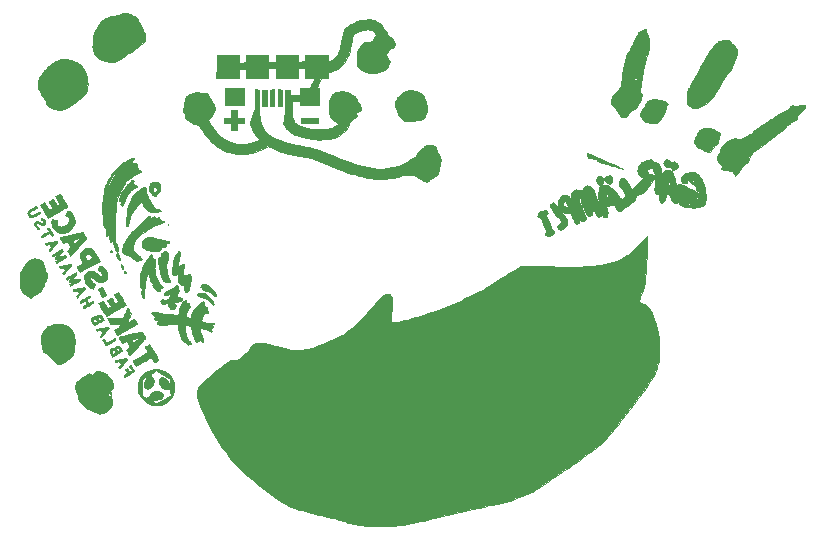
<source format=gbr>
G04 #@! TF.FileFunction,Soldermask,Bot*
%FSLAX46Y46*%
G04 Gerber Fmt 4.6, Leading zero omitted, Abs format (unit mm)*
G04 Created by KiCad (PCBNEW 4.0.2+e4-6225~38~ubuntu16.04.1-stable) date Mit 05 Apr 2017 13:21:56 CST*
%MOMM*%
G01*
G04 APERTURE LIST*
%ADD10C,0.100000*%
%ADD11C,0.010000*%
%ADD12C,1.800000*%
%ADD13C,1.600000*%
G04 APERTURE END LIST*
D10*
D11*
G36*
X111902645Y-141044919D02*
X111902804Y-141080558D01*
X111900996Y-141154062D01*
X111897421Y-141261018D01*
X111892284Y-141397014D01*
X111885785Y-141557635D01*
X111878128Y-141738471D01*
X111869514Y-141935107D01*
X111860146Y-142143131D01*
X111850226Y-142358130D01*
X111839955Y-142575691D01*
X111829538Y-142791402D01*
X111819175Y-143000849D01*
X111809069Y-143199621D01*
X111799422Y-143383303D01*
X111790437Y-143547483D01*
X111782315Y-143687749D01*
X111779151Y-143739417D01*
X111757728Y-144045194D01*
X111732717Y-144337779D01*
X111704741Y-144611737D01*
X111674423Y-144861637D01*
X111642388Y-145082043D01*
X111609259Y-145267523D01*
X111597080Y-145325174D01*
X111567724Y-145426470D01*
X111525949Y-145534678D01*
X111491032Y-145606897D01*
X111397053Y-145802563D01*
X111313354Y-146031358D01*
X111259319Y-146215917D01*
X111229121Y-146331062D01*
X111211970Y-146412681D01*
X111210017Y-146468154D01*
X111225413Y-146504864D01*
X111260309Y-146530190D01*
X111316856Y-146551514D01*
X111361091Y-146565160D01*
X111574204Y-146646636D01*
X111760915Y-146755515D01*
X111928926Y-146897035D01*
X112054624Y-147036748D01*
X112138438Y-147154828D01*
X112221097Y-147301301D01*
X112303661Y-147478719D01*
X112387192Y-147689635D01*
X112472749Y-147936601D01*
X112561394Y-148222170D01*
X112594811Y-148336812D01*
X112706218Y-148757693D01*
X112791763Y-149157807D01*
X112853097Y-149548559D01*
X112891874Y-149941356D01*
X112909742Y-150347604D01*
X112911410Y-150523334D01*
X112910316Y-150737871D01*
X112906374Y-150919403D01*
X112898747Y-151077209D01*
X112886599Y-151220571D01*
X112869094Y-151358767D01*
X112845397Y-151501077D01*
X112814671Y-151656783D01*
X112805314Y-151701137D01*
X112755116Y-151917210D01*
X112699058Y-152116799D01*
X112634219Y-152305947D01*
X112557672Y-152490697D01*
X112466494Y-152677093D01*
X112357762Y-152871178D01*
X112228551Y-153078995D01*
X112075937Y-153306589D01*
X111924349Y-153521895D01*
X111510364Y-154096487D01*
X111112098Y-154642061D01*
X110730173Y-155157812D01*
X110365215Y-155642933D01*
X110017848Y-156096619D01*
X109688695Y-156518065D01*
X109378382Y-156906466D01*
X109087532Y-157261017D01*
X108816769Y-157580911D01*
X108566717Y-157865344D01*
X108506740Y-157931667D01*
X108356012Y-158095442D01*
X108218336Y-158240321D01*
X108087814Y-158371551D01*
X107958550Y-158494379D01*
X107824647Y-158614051D01*
X107680207Y-158735814D01*
X107519335Y-158864916D01*
X107336134Y-159006602D01*
X107124705Y-159166121D01*
X107091250Y-159191121D01*
X106893577Y-159337252D01*
X106672824Y-159497867D01*
X106431967Y-159670942D01*
X106173984Y-159854452D01*
X105901852Y-160046371D01*
X105618549Y-160244675D01*
X105327052Y-160447339D01*
X105030339Y-160652339D01*
X104731387Y-160857649D01*
X104433173Y-161061245D01*
X104138675Y-161261102D01*
X103850870Y-161455196D01*
X103572736Y-161641501D01*
X103307251Y-161817993D01*
X103057390Y-161982647D01*
X102826133Y-162133438D01*
X102616456Y-162268342D01*
X102431337Y-162385333D01*
X102273754Y-162482387D01*
X102146683Y-162557480D01*
X102113299Y-162576346D01*
X101912669Y-162684155D01*
X101708451Y-162785545D01*
X101497313Y-162881583D01*
X101275925Y-162973334D01*
X101040957Y-163061867D01*
X100789077Y-163148247D01*
X100516955Y-163233542D01*
X100221259Y-163318818D01*
X99898660Y-163405142D01*
X99545826Y-163493580D01*
X99159426Y-163585199D01*
X98736130Y-163681066D01*
X98504944Y-163731943D01*
X98039383Y-163834272D01*
X97540488Y-163945311D01*
X97015941Y-164063289D01*
X96473422Y-164186436D01*
X95920613Y-164312981D01*
X95365196Y-164441154D01*
X94814852Y-164569185D01*
X94277263Y-164695302D01*
X93760110Y-164817736D01*
X93271075Y-164934716D01*
X92951917Y-165011844D01*
X92628716Y-165089504D01*
X92341456Y-165156661D01*
X92085321Y-165214264D01*
X91855496Y-165263260D01*
X91647168Y-165304599D01*
X91455520Y-165339228D01*
X91275738Y-165368095D01*
X91103008Y-165392150D01*
X90932514Y-165412340D01*
X90901900Y-165415615D01*
X90737248Y-165430280D01*
X90536719Y-165443674D01*
X90306759Y-165455577D01*
X90053813Y-165465769D01*
X89784323Y-165474031D01*
X89504736Y-165480144D01*
X89221494Y-165483889D01*
X88941043Y-165485046D01*
X88866750Y-165484886D01*
X88689322Y-165484111D01*
X88544381Y-165482734D01*
X88422916Y-165480077D01*
X88315919Y-165475463D01*
X88214378Y-165468214D01*
X88109285Y-165457652D01*
X87991629Y-165443101D01*
X87852400Y-165423883D01*
X87682588Y-165399320D01*
X87633580Y-165392159D01*
X87411279Y-165359264D01*
X87223648Y-165330246D01*
X87063386Y-165303438D01*
X86923194Y-165277173D01*
X86795773Y-165249786D01*
X86673822Y-165219610D01*
X86550043Y-165184978D01*
X86417136Y-165144224D01*
X86267801Y-165095681D01*
X86123632Y-165047434D01*
X85958490Y-164993464D01*
X85780706Y-164938298D01*
X85602479Y-164885522D01*
X85436010Y-164838721D01*
X85293501Y-164801484D01*
X85256798Y-164792609D01*
X85128004Y-164762308D01*
X84969350Y-164725093D01*
X84792214Y-164683628D01*
X84607974Y-164640574D01*
X84428005Y-164598592D01*
X84337083Y-164577417D01*
X84046976Y-164508791D01*
X83755638Y-164437774D01*
X83467296Y-164365519D01*
X83186178Y-164293174D01*
X82916509Y-164221892D01*
X82662517Y-164152821D01*
X82428428Y-164087114D01*
X82218470Y-164025921D01*
X82036868Y-163970392D01*
X81887851Y-163921677D01*
X81775645Y-163880929D01*
X81769505Y-163878494D01*
X81573442Y-163791071D01*
X81350093Y-163674875D01*
X81101678Y-163531489D01*
X80830415Y-163362494D01*
X80538527Y-163169473D01*
X80228232Y-162954009D01*
X79901750Y-162717685D01*
X79561302Y-162462082D01*
X79209108Y-162188783D01*
X78847388Y-161899371D01*
X78478361Y-161595429D01*
X78104249Y-161278538D01*
X78018833Y-161204953D01*
X77863697Y-161069248D01*
X77704852Y-160927313D01*
X77547677Y-160784176D01*
X77397554Y-160644863D01*
X77259863Y-160514403D01*
X77139984Y-160397821D01*
X77043298Y-160300145D01*
X76993034Y-160246526D01*
X76733418Y-159945523D01*
X76466204Y-159608838D01*
X76194601Y-159241722D01*
X75921822Y-158849424D01*
X75651079Y-158437191D01*
X75385582Y-158010273D01*
X75128544Y-157573919D01*
X74883175Y-157133377D01*
X74652688Y-156693897D01*
X74440293Y-156260728D01*
X74249203Y-155839119D01*
X74145650Y-155592750D01*
X74035109Y-155308222D01*
X73941663Y-155040700D01*
X73865970Y-154793040D01*
X73808691Y-154568096D01*
X73770485Y-154368723D01*
X73752014Y-154197775D01*
X73753937Y-154058107D01*
X73770606Y-153970800D01*
X73816146Y-153860011D01*
X73888184Y-153737734D01*
X73987877Y-153602807D01*
X74116385Y-153454067D01*
X74274866Y-153290351D01*
X74464476Y-153110497D01*
X74686375Y-152913342D01*
X74941720Y-152697724D01*
X75231670Y-152462479D01*
X75425917Y-152308931D01*
X75573225Y-152193471D01*
X75718571Y-152079513D01*
X75856429Y-151971389D01*
X75981275Y-151873434D01*
X76087586Y-151789981D01*
X76169837Y-151725364D01*
X76209083Y-151694493D01*
X76295970Y-151628431D01*
X76381225Y-151567655D01*
X76453526Y-151520031D01*
X76492242Y-151497775D01*
X76601001Y-151458021D01*
X76719999Y-151438756D01*
X76831922Y-151441924D01*
X76883813Y-151453808D01*
X76928245Y-151465647D01*
X76967945Y-151465686D01*
X77016379Y-151451484D01*
X77087009Y-151420602D01*
X77099732Y-151414669D01*
X77289357Y-151313617D01*
X77491329Y-151183848D01*
X77695634Y-151032593D01*
X77892256Y-150867081D01*
X78005543Y-150760835D01*
X78091190Y-150673020D01*
X78153866Y-150597420D01*
X78203802Y-150519983D01*
X78251226Y-150426658D01*
X78255489Y-150417500D01*
X78345179Y-150254329D01*
X78447173Y-150129451D01*
X78565655Y-150039615D01*
X78704808Y-149981565D01*
X78851958Y-149953727D01*
X78955052Y-149946562D01*
X79066414Y-149947000D01*
X79189756Y-149955721D01*
X79328785Y-149973409D01*
X79487212Y-150000745D01*
X79668747Y-150038412D01*
X79877099Y-150087091D01*
X80115977Y-150147464D01*
X80389092Y-150220215D01*
X80567888Y-150269246D01*
X80738819Y-150315728D01*
X80911688Y-150361293D01*
X81078042Y-150403820D01*
X81229429Y-150441183D01*
X81357394Y-150471260D01*
X81453484Y-150491926D01*
X81456888Y-150492593D01*
X81712348Y-150536472D01*
X81959454Y-150565808D01*
X82201928Y-150579856D01*
X82443489Y-150577867D01*
X82687857Y-150559094D01*
X82938753Y-150522788D01*
X83199897Y-150468201D01*
X83475009Y-150394586D01*
X83767809Y-150301196D01*
X84082016Y-150187281D01*
X84421352Y-150052095D01*
X84789536Y-149894889D01*
X85083670Y-149763525D01*
X85327588Y-149651914D01*
X85536157Y-149554299D01*
X85713243Y-149468725D01*
X85862708Y-149393237D01*
X85988419Y-149325881D01*
X86094240Y-149264701D01*
X86184035Y-149207743D01*
X86188618Y-149204672D01*
X86391300Y-149060008D01*
X86615140Y-148884935D01*
X86856244Y-148683172D01*
X87110718Y-148458434D01*
X87374667Y-148214438D01*
X87644196Y-147954901D01*
X87915410Y-147683539D01*
X88184417Y-147404069D01*
X88447320Y-147120207D01*
X88700225Y-146835670D01*
X88832507Y-146681584D01*
X89021067Y-146463424D01*
X89188877Y-146279308D01*
X89338204Y-146127749D01*
X89471317Y-146007261D01*
X89590483Y-145916359D01*
X89697970Y-145853556D01*
X89796047Y-145817368D01*
X89886980Y-145806309D01*
X89973039Y-145818893D01*
X90056490Y-145853635D01*
X90077688Y-145865898D01*
X90147539Y-145930572D01*
X90202069Y-146030473D01*
X90241371Y-146166318D01*
X90265536Y-146338825D01*
X90274656Y-146548713D01*
X90268825Y-146796698D01*
X90248133Y-147083500D01*
X90242054Y-147147250D01*
X90219517Y-147376065D01*
X90201303Y-147566507D01*
X90187533Y-147722326D01*
X90178327Y-147847274D01*
X90173806Y-147945102D01*
X90174091Y-148019560D01*
X90179302Y-148074400D01*
X90189560Y-148113372D01*
X90204985Y-148140227D01*
X90225698Y-148158717D01*
X90251819Y-148172593D01*
X90275332Y-148182347D01*
X90335557Y-148201876D01*
X90401462Y-148212322D01*
X90481415Y-148213704D01*
X90583781Y-148206040D01*
X90716927Y-148189349D01*
X90758450Y-148183412D01*
X91017335Y-148138727D01*
X91309950Y-148075692D01*
X91632564Y-147995672D01*
X91981444Y-147900033D01*
X92352857Y-147790137D01*
X92743072Y-147667350D01*
X93148357Y-147533037D01*
X93564977Y-147388560D01*
X93989202Y-147235286D01*
X94417300Y-147074578D01*
X94845536Y-146907801D01*
X95270180Y-146736319D01*
X95687499Y-146561496D01*
X96093761Y-146384698D01*
X96485233Y-146207288D01*
X96858182Y-146030632D01*
X97208877Y-145856092D01*
X97407500Y-145752720D01*
X97587888Y-145656162D01*
X97766787Y-145558348D01*
X97947410Y-145457338D01*
X98132972Y-145351193D01*
X98326684Y-145237972D01*
X98531762Y-145115737D01*
X98751419Y-144982546D01*
X98988868Y-144836462D01*
X99247323Y-144675543D01*
X99529998Y-144497851D01*
X99840107Y-144301445D01*
X100180862Y-144084386D01*
X100339083Y-143983275D01*
X100503282Y-143878284D01*
X100656754Y-143780202D01*
X100795768Y-143691411D01*
X100916589Y-143614296D01*
X101015483Y-143551237D01*
X101088717Y-143504618D01*
X101132556Y-143476821D01*
X101143659Y-143469892D01*
X101167716Y-143468291D01*
X101230845Y-143467474D01*
X101329794Y-143467407D01*
X101461310Y-143468059D01*
X101622139Y-143469398D01*
X101809029Y-143471392D01*
X102018727Y-143474008D01*
X102247980Y-143477213D01*
X102493535Y-143480977D01*
X102752139Y-143485266D01*
X102826409Y-143486557D01*
X103344290Y-143495261D01*
X103822273Y-143502444D01*
X104262769Y-143508058D01*
X104668186Y-143512057D01*
X105040935Y-143514396D01*
X105383425Y-143515027D01*
X105698067Y-143513903D01*
X105987269Y-143510979D01*
X106253443Y-143506209D01*
X106498997Y-143499544D01*
X106726341Y-143490940D01*
X106937886Y-143480350D01*
X107136041Y-143467726D01*
X107323216Y-143453024D01*
X107501821Y-143436196D01*
X107674265Y-143417195D01*
X107842958Y-143395976D01*
X107895583Y-143388842D01*
X108307850Y-143322166D01*
X108684668Y-143239948D01*
X109030588Y-143140512D01*
X109350160Y-143022179D01*
X109647935Y-142883272D01*
X109928463Y-142722113D01*
X110186955Y-142544022D01*
X110254433Y-142492313D01*
X110326180Y-142434501D01*
X110405172Y-142367877D01*
X110494385Y-142289736D01*
X110596796Y-142197370D01*
X110715380Y-142088071D01*
X110853115Y-141959132D01*
X111012976Y-141807846D01*
X111197939Y-141631506D01*
X111345750Y-141489979D01*
X111896083Y-140962322D01*
X111902645Y-141044919D01*
X111902645Y-141044919D01*
G37*
X111902645Y-141044919D02*
X111902804Y-141080558D01*
X111900996Y-141154062D01*
X111897421Y-141261018D01*
X111892284Y-141397014D01*
X111885785Y-141557635D01*
X111878128Y-141738471D01*
X111869514Y-141935107D01*
X111860146Y-142143131D01*
X111850226Y-142358130D01*
X111839955Y-142575691D01*
X111829538Y-142791402D01*
X111819175Y-143000849D01*
X111809069Y-143199621D01*
X111799422Y-143383303D01*
X111790437Y-143547483D01*
X111782315Y-143687749D01*
X111779151Y-143739417D01*
X111757728Y-144045194D01*
X111732717Y-144337779D01*
X111704741Y-144611737D01*
X111674423Y-144861637D01*
X111642388Y-145082043D01*
X111609259Y-145267523D01*
X111597080Y-145325174D01*
X111567724Y-145426470D01*
X111525949Y-145534678D01*
X111491032Y-145606897D01*
X111397053Y-145802563D01*
X111313354Y-146031358D01*
X111259319Y-146215917D01*
X111229121Y-146331062D01*
X111211970Y-146412681D01*
X111210017Y-146468154D01*
X111225413Y-146504864D01*
X111260309Y-146530190D01*
X111316856Y-146551514D01*
X111361091Y-146565160D01*
X111574204Y-146646636D01*
X111760915Y-146755515D01*
X111928926Y-146897035D01*
X112054624Y-147036748D01*
X112138438Y-147154828D01*
X112221097Y-147301301D01*
X112303661Y-147478719D01*
X112387192Y-147689635D01*
X112472749Y-147936601D01*
X112561394Y-148222170D01*
X112594811Y-148336812D01*
X112706218Y-148757693D01*
X112791763Y-149157807D01*
X112853097Y-149548559D01*
X112891874Y-149941356D01*
X112909742Y-150347604D01*
X112911410Y-150523334D01*
X112910316Y-150737871D01*
X112906374Y-150919403D01*
X112898747Y-151077209D01*
X112886599Y-151220571D01*
X112869094Y-151358767D01*
X112845397Y-151501077D01*
X112814671Y-151656783D01*
X112805314Y-151701137D01*
X112755116Y-151917210D01*
X112699058Y-152116799D01*
X112634219Y-152305947D01*
X112557672Y-152490697D01*
X112466494Y-152677093D01*
X112357762Y-152871178D01*
X112228551Y-153078995D01*
X112075937Y-153306589D01*
X111924349Y-153521895D01*
X111510364Y-154096487D01*
X111112098Y-154642061D01*
X110730173Y-155157812D01*
X110365215Y-155642933D01*
X110017848Y-156096619D01*
X109688695Y-156518065D01*
X109378382Y-156906466D01*
X109087532Y-157261017D01*
X108816769Y-157580911D01*
X108566717Y-157865344D01*
X108506740Y-157931667D01*
X108356012Y-158095442D01*
X108218336Y-158240321D01*
X108087814Y-158371551D01*
X107958550Y-158494379D01*
X107824647Y-158614051D01*
X107680207Y-158735814D01*
X107519335Y-158864916D01*
X107336134Y-159006602D01*
X107124705Y-159166121D01*
X107091250Y-159191121D01*
X106893577Y-159337252D01*
X106672824Y-159497867D01*
X106431967Y-159670942D01*
X106173984Y-159854452D01*
X105901852Y-160046371D01*
X105618549Y-160244675D01*
X105327052Y-160447339D01*
X105030339Y-160652339D01*
X104731387Y-160857649D01*
X104433173Y-161061245D01*
X104138675Y-161261102D01*
X103850870Y-161455196D01*
X103572736Y-161641501D01*
X103307251Y-161817993D01*
X103057390Y-161982647D01*
X102826133Y-162133438D01*
X102616456Y-162268342D01*
X102431337Y-162385333D01*
X102273754Y-162482387D01*
X102146683Y-162557480D01*
X102113299Y-162576346D01*
X101912669Y-162684155D01*
X101708451Y-162785545D01*
X101497313Y-162881583D01*
X101275925Y-162973334D01*
X101040957Y-163061867D01*
X100789077Y-163148247D01*
X100516955Y-163233542D01*
X100221259Y-163318818D01*
X99898660Y-163405142D01*
X99545826Y-163493580D01*
X99159426Y-163585199D01*
X98736130Y-163681066D01*
X98504944Y-163731943D01*
X98039383Y-163834272D01*
X97540488Y-163945311D01*
X97015941Y-164063289D01*
X96473422Y-164186436D01*
X95920613Y-164312981D01*
X95365196Y-164441154D01*
X94814852Y-164569185D01*
X94277263Y-164695302D01*
X93760110Y-164817736D01*
X93271075Y-164934716D01*
X92951917Y-165011844D01*
X92628716Y-165089504D01*
X92341456Y-165156661D01*
X92085321Y-165214264D01*
X91855496Y-165263260D01*
X91647168Y-165304599D01*
X91455520Y-165339228D01*
X91275738Y-165368095D01*
X91103008Y-165392150D01*
X90932514Y-165412340D01*
X90901900Y-165415615D01*
X90737248Y-165430280D01*
X90536719Y-165443674D01*
X90306759Y-165455577D01*
X90053813Y-165465769D01*
X89784323Y-165474031D01*
X89504736Y-165480144D01*
X89221494Y-165483889D01*
X88941043Y-165485046D01*
X88866750Y-165484886D01*
X88689322Y-165484111D01*
X88544381Y-165482734D01*
X88422916Y-165480077D01*
X88315919Y-165475463D01*
X88214378Y-165468214D01*
X88109285Y-165457652D01*
X87991629Y-165443101D01*
X87852400Y-165423883D01*
X87682588Y-165399320D01*
X87633580Y-165392159D01*
X87411279Y-165359264D01*
X87223648Y-165330246D01*
X87063386Y-165303438D01*
X86923194Y-165277173D01*
X86795773Y-165249786D01*
X86673822Y-165219610D01*
X86550043Y-165184978D01*
X86417136Y-165144224D01*
X86267801Y-165095681D01*
X86123632Y-165047434D01*
X85958490Y-164993464D01*
X85780706Y-164938298D01*
X85602479Y-164885522D01*
X85436010Y-164838721D01*
X85293501Y-164801484D01*
X85256798Y-164792609D01*
X85128004Y-164762308D01*
X84969350Y-164725093D01*
X84792214Y-164683628D01*
X84607974Y-164640574D01*
X84428005Y-164598592D01*
X84337083Y-164577417D01*
X84046976Y-164508791D01*
X83755638Y-164437774D01*
X83467296Y-164365519D01*
X83186178Y-164293174D01*
X82916509Y-164221892D01*
X82662517Y-164152821D01*
X82428428Y-164087114D01*
X82218470Y-164025921D01*
X82036868Y-163970392D01*
X81887851Y-163921677D01*
X81775645Y-163880929D01*
X81769505Y-163878494D01*
X81573442Y-163791071D01*
X81350093Y-163674875D01*
X81101678Y-163531489D01*
X80830415Y-163362494D01*
X80538527Y-163169473D01*
X80228232Y-162954009D01*
X79901750Y-162717685D01*
X79561302Y-162462082D01*
X79209108Y-162188783D01*
X78847388Y-161899371D01*
X78478361Y-161595429D01*
X78104249Y-161278538D01*
X78018833Y-161204953D01*
X77863697Y-161069248D01*
X77704852Y-160927313D01*
X77547677Y-160784176D01*
X77397554Y-160644863D01*
X77259863Y-160514403D01*
X77139984Y-160397821D01*
X77043298Y-160300145D01*
X76993034Y-160246526D01*
X76733418Y-159945523D01*
X76466204Y-159608838D01*
X76194601Y-159241722D01*
X75921822Y-158849424D01*
X75651079Y-158437191D01*
X75385582Y-158010273D01*
X75128544Y-157573919D01*
X74883175Y-157133377D01*
X74652688Y-156693897D01*
X74440293Y-156260728D01*
X74249203Y-155839119D01*
X74145650Y-155592750D01*
X74035109Y-155308222D01*
X73941663Y-155040700D01*
X73865970Y-154793040D01*
X73808691Y-154568096D01*
X73770485Y-154368723D01*
X73752014Y-154197775D01*
X73753937Y-154058107D01*
X73770606Y-153970800D01*
X73816146Y-153860011D01*
X73888184Y-153737734D01*
X73987877Y-153602807D01*
X74116385Y-153454067D01*
X74274866Y-153290351D01*
X74464476Y-153110497D01*
X74686375Y-152913342D01*
X74941720Y-152697724D01*
X75231670Y-152462479D01*
X75425917Y-152308931D01*
X75573225Y-152193471D01*
X75718571Y-152079513D01*
X75856429Y-151971389D01*
X75981275Y-151873434D01*
X76087586Y-151789981D01*
X76169837Y-151725364D01*
X76209083Y-151694493D01*
X76295970Y-151628431D01*
X76381225Y-151567655D01*
X76453526Y-151520031D01*
X76492242Y-151497775D01*
X76601001Y-151458021D01*
X76719999Y-151438756D01*
X76831922Y-151441924D01*
X76883813Y-151453808D01*
X76928245Y-151465647D01*
X76967945Y-151465686D01*
X77016379Y-151451484D01*
X77087009Y-151420602D01*
X77099732Y-151414669D01*
X77289357Y-151313617D01*
X77491329Y-151183848D01*
X77695634Y-151032593D01*
X77892256Y-150867081D01*
X78005543Y-150760835D01*
X78091190Y-150673020D01*
X78153866Y-150597420D01*
X78203802Y-150519983D01*
X78251226Y-150426658D01*
X78255489Y-150417500D01*
X78345179Y-150254329D01*
X78447173Y-150129451D01*
X78565655Y-150039615D01*
X78704808Y-149981565D01*
X78851958Y-149953727D01*
X78955052Y-149946562D01*
X79066414Y-149947000D01*
X79189756Y-149955721D01*
X79328785Y-149973409D01*
X79487212Y-150000745D01*
X79668747Y-150038412D01*
X79877099Y-150087091D01*
X80115977Y-150147464D01*
X80389092Y-150220215D01*
X80567888Y-150269246D01*
X80738819Y-150315728D01*
X80911688Y-150361293D01*
X81078042Y-150403820D01*
X81229429Y-150441183D01*
X81357394Y-150471260D01*
X81453484Y-150491926D01*
X81456888Y-150492593D01*
X81712348Y-150536472D01*
X81959454Y-150565808D01*
X82201928Y-150579856D01*
X82443489Y-150577867D01*
X82687857Y-150559094D01*
X82938753Y-150522788D01*
X83199897Y-150468201D01*
X83475009Y-150394586D01*
X83767809Y-150301196D01*
X84082016Y-150187281D01*
X84421352Y-150052095D01*
X84789536Y-149894889D01*
X85083670Y-149763525D01*
X85327588Y-149651914D01*
X85536157Y-149554299D01*
X85713243Y-149468725D01*
X85862708Y-149393237D01*
X85988419Y-149325881D01*
X86094240Y-149264701D01*
X86184035Y-149207743D01*
X86188618Y-149204672D01*
X86391300Y-149060008D01*
X86615140Y-148884935D01*
X86856244Y-148683172D01*
X87110718Y-148458434D01*
X87374667Y-148214438D01*
X87644196Y-147954901D01*
X87915410Y-147683539D01*
X88184417Y-147404069D01*
X88447320Y-147120207D01*
X88700225Y-146835670D01*
X88832507Y-146681584D01*
X89021067Y-146463424D01*
X89188877Y-146279308D01*
X89338204Y-146127749D01*
X89471317Y-146007261D01*
X89590483Y-145916359D01*
X89697970Y-145853556D01*
X89796047Y-145817368D01*
X89886980Y-145806309D01*
X89973039Y-145818893D01*
X90056490Y-145853635D01*
X90077688Y-145865898D01*
X90147539Y-145930572D01*
X90202069Y-146030473D01*
X90241371Y-146166318D01*
X90265536Y-146338825D01*
X90274656Y-146548713D01*
X90268825Y-146796698D01*
X90248133Y-147083500D01*
X90242054Y-147147250D01*
X90219517Y-147376065D01*
X90201303Y-147566507D01*
X90187533Y-147722326D01*
X90178327Y-147847274D01*
X90173806Y-147945102D01*
X90174091Y-148019560D01*
X90179302Y-148074400D01*
X90189560Y-148113372D01*
X90204985Y-148140227D01*
X90225698Y-148158717D01*
X90251819Y-148172593D01*
X90275332Y-148182347D01*
X90335557Y-148201876D01*
X90401462Y-148212322D01*
X90481415Y-148213704D01*
X90583781Y-148206040D01*
X90716927Y-148189349D01*
X90758450Y-148183412D01*
X91017335Y-148138727D01*
X91309950Y-148075692D01*
X91632564Y-147995672D01*
X91981444Y-147900033D01*
X92352857Y-147790137D01*
X92743072Y-147667350D01*
X93148357Y-147533037D01*
X93564977Y-147388560D01*
X93989202Y-147235286D01*
X94417300Y-147074578D01*
X94845536Y-146907801D01*
X95270180Y-146736319D01*
X95687499Y-146561496D01*
X96093761Y-146384698D01*
X96485233Y-146207288D01*
X96858182Y-146030632D01*
X97208877Y-145856092D01*
X97407500Y-145752720D01*
X97587888Y-145656162D01*
X97766787Y-145558348D01*
X97947410Y-145457338D01*
X98132972Y-145351193D01*
X98326684Y-145237972D01*
X98531762Y-145115737D01*
X98751419Y-144982546D01*
X98988868Y-144836462D01*
X99247323Y-144675543D01*
X99529998Y-144497851D01*
X99840107Y-144301445D01*
X100180862Y-144084386D01*
X100339083Y-143983275D01*
X100503282Y-143878284D01*
X100656754Y-143780202D01*
X100795768Y-143691411D01*
X100916589Y-143614296D01*
X101015483Y-143551237D01*
X101088717Y-143504618D01*
X101132556Y-143476821D01*
X101143659Y-143469892D01*
X101167716Y-143468291D01*
X101230845Y-143467474D01*
X101329794Y-143467407D01*
X101461310Y-143468059D01*
X101622139Y-143469398D01*
X101809029Y-143471392D01*
X102018727Y-143474008D01*
X102247980Y-143477213D01*
X102493535Y-143480977D01*
X102752139Y-143485266D01*
X102826409Y-143486557D01*
X103344290Y-143495261D01*
X103822273Y-143502444D01*
X104262769Y-143508058D01*
X104668186Y-143512057D01*
X105040935Y-143514396D01*
X105383425Y-143515027D01*
X105698067Y-143513903D01*
X105987269Y-143510979D01*
X106253443Y-143506209D01*
X106498997Y-143499544D01*
X106726341Y-143490940D01*
X106937886Y-143480350D01*
X107136041Y-143467726D01*
X107323216Y-143453024D01*
X107501821Y-143436196D01*
X107674265Y-143417195D01*
X107842958Y-143395976D01*
X107895583Y-143388842D01*
X108307850Y-143322166D01*
X108684668Y-143239948D01*
X109030588Y-143140512D01*
X109350160Y-143022179D01*
X109647935Y-142883272D01*
X109928463Y-142722113D01*
X110186955Y-142544022D01*
X110254433Y-142492313D01*
X110326180Y-142434501D01*
X110405172Y-142367877D01*
X110494385Y-142289736D01*
X110596796Y-142197370D01*
X110715380Y-142088071D01*
X110853115Y-141959132D01*
X111012976Y-141807846D01*
X111197939Y-141631506D01*
X111345750Y-141489979D01*
X111896083Y-140962322D01*
X111902645Y-141044919D01*
G36*
X65502240Y-152380602D02*
X65649683Y-152408512D01*
X65763602Y-152432923D01*
X65852181Y-152457589D01*
X65923605Y-152486264D01*
X65986057Y-152522699D01*
X66047722Y-152570650D01*
X66116784Y-152633868D01*
X66172788Y-152688119D01*
X66330302Y-152853956D01*
X66451363Y-153010242D01*
X66538927Y-153162881D01*
X66595950Y-153317782D01*
X66625389Y-153480850D01*
X66631167Y-153603953D01*
X66631167Y-153780279D01*
X66514750Y-153894852D01*
X66447138Y-153965934D01*
X66410749Y-154018873D01*
X66403201Y-154061269D01*
X66422111Y-154100726D01*
X66442944Y-154123944D01*
X66463353Y-154149274D01*
X66476974Y-154182575D01*
X66485505Y-154232923D01*
X66490643Y-154309392D01*
X66493407Y-154393819D01*
X66499296Y-154518325D01*
X66511289Y-154617014D01*
X66532006Y-154706261D01*
X66554629Y-154776232D01*
X66581438Y-154859762D01*
X66601104Y-154935222D01*
X66609859Y-154987898D01*
X66610000Y-154992521D01*
X66600632Y-155033090D01*
X66575014Y-155101917D01*
X66536876Y-155189937D01*
X66489947Y-155288087D01*
X66481519Y-155304820D01*
X66399525Y-155455215D01*
X66320604Y-155572770D01*
X66237230Y-155665628D01*
X66141878Y-155741934D01*
X66027025Y-155809833D01*
X66004004Y-155821637D01*
X65820960Y-155901994D01*
X65656366Y-155948672D01*
X65510501Y-155963167D01*
X65437116Y-155959362D01*
X65378148Y-155943778D01*
X65314874Y-155910166D01*
X65276217Y-155884946D01*
X65202464Y-155842569D01*
X65104809Y-155796289D01*
X65000059Y-155753820D01*
X64959000Y-155739314D01*
X64821462Y-155691574D01*
X64703244Y-155645697D01*
X64598267Y-155597626D01*
X64500451Y-155543299D01*
X64403717Y-155478656D01*
X64301986Y-155399638D01*
X64189178Y-155302185D01*
X64059214Y-155182237D01*
X63907259Y-155036936D01*
X63838780Y-154960775D01*
X63789285Y-154878691D01*
X63754499Y-154780265D01*
X63730144Y-154655077D01*
X63720989Y-154583189D01*
X63700114Y-154483411D01*
X63656750Y-154387098D01*
X63627563Y-154339093D01*
X63580566Y-154254697D01*
X63567209Y-154222190D01*
X64765712Y-154222190D01*
X64784896Y-154349859D01*
X64837755Y-154469097D01*
X64913169Y-154561126D01*
X65019981Y-154634902D01*
X65146229Y-154679615D01*
X65279557Y-154692943D01*
X65407613Y-154672564D01*
X65441221Y-154660344D01*
X65560356Y-154588814D01*
X65653195Y-154488085D01*
X65714532Y-154366219D01*
X66192905Y-154366219D01*
X66217317Y-154429876D01*
X66269961Y-154484090D01*
X66330966Y-154509102D01*
X66389541Y-154503880D01*
X66434893Y-154467392D01*
X66443719Y-154451505D01*
X66452025Y-154387582D01*
X66428919Y-154322649D01*
X66381309Y-154273680D01*
X66368569Y-154266887D01*
X66297119Y-154251120D01*
X66239175Y-154267645D01*
X66202013Y-154308625D01*
X66192905Y-154366219D01*
X65714532Y-154366219D01*
X65714930Y-154365429D01*
X65740757Y-154228119D01*
X65741237Y-154206334D01*
X65722311Y-154068833D01*
X65669579Y-153949044D01*
X65589109Y-153850459D01*
X65486972Y-153776575D01*
X65369236Y-153730885D01*
X65241970Y-153716885D01*
X65111244Y-153738070D01*
X65006897Y-153783471D01*
X64900796Y-153866732D01*
X64824604Y-153972813D01*
X64779262Y-154093904D01*
X64765712Y-154222190D01*
X63567209Y-154222190D01*
X63545847Y-154170206D01*
X63533273Y-154120988D01*
X63520803Y-154056889D01*
X63500085Y-153967986D01*
X63474872Y-153870069D01*
X63465402Y-153835593D01*
X63411978Y-153644769D01*
X63498404Y-153457700D01*
X63564708Y-153329567D01*
X63634239Y-153229359D01*
X63695123Y-153163143D01*
X63762094Y-153102998D01*
X63840050Y-153040753D01*
X63920127Y-152982586D01*
X63993462Y-152934679D01*
X64051193Y-152903210D01*
X64081152Y-152894000D01*
X64107689Y-152881961D01*
X64159779Y-152849341D01*
X64229433Y-152801385D01*
X64294829Y-152753716D01*
X64381789Y-152690941D01*
X64466586Y-152633417D01*
X64537573Y-152588865D01*
X64572185Y-152569836D01*
X64661619Y-152526240D01*
X64745568Y-152593703D01*
X64808847Y-152638789D01*
X64862832Y-152659493D01*
X64915032Y-152653777D01*
X64972955Y-152619599D01*
X65044106Y-152554923D01*
X65099016Y-152497692D01*
X65251730Y-152334216D01*
X65502240Y-152380602D01*
X65502240Y-152380602D01*
G37*
X65502240Y-152380602D02*
X65649683Y-152408512D01*
X65763602Y-152432923D01*
X65852181Y-152457589D01*
X65923605Y-152486264D01*
X65986057Y-152522699D01*
X66047722Y-152570650D01*
X66116784Y-152633868D01*
X66172788Y-152688119D01*
X66330302Y-152853956D01*
X66451363Y-153010242D01*
X66538927Y-153162881D01*
X66595950Y-153317782D01*
X66625389Y-153480850D01*
X66631167Y-153603953D01*
X66631167Y-153780279D01*
X66514750Y-153894852D01*
X66447138Y-153965934D01*
X66410749Y-154018873D01*
X66403201Y-154061269D01*
X66422111Y-154100726D01*
X66442944Y-154123944D01*
X66463353Y-154149274D01*
X66476974Y-154182575D01*
X66485505Y-154232923D01*
X66490643Y-154309392D01*
X66493407Y-154393819D01*
X66499296Y-154518325D01*
X66511289Y-154617014D01*
X66532006Y-154706261D01*
X66554629Y-154776232D01*
X66581438Y-154859762D01*
X66601104Y-154935222D01*
X66609859Y-154987898D01*
X66610000Y-154992521D01*
X66600632Y-155033090D01*
X66575014Y-155101917D01*
X66536876Y-155189937D01*
X66489947Y-155288087D01*
X66481519Y-155304820D01*
X66399525Y-155455215D01*
X66320604Y-155572770D01*
X66237230Y-155665628D01*
X66141878Y-155741934D01*
X66027025Y-155809833D01*
X66004004Y-155821637D01*
X65820960Y-155901994D01*
X65656366Y-155948672D01*
X65510501Y-155963167D01*
X65437116Y-155959362D01*
X65378148Y-155943778D01*
X65314874Y-155910166D01*
X65276217Y-155884946D01*
X65202464Y-155842569D01*
X65104809Y-155796289D01*
X65000059Y-155753820D01*
X64959000Y-155739314D01*
X64821462Y-155691574D01*
X64703244Y-155645697D01*
X64598267Y-155597626D01*
X64500451Y-155543299D01*
X64403717Y-155478656D01*
X64301986Y-155399638D01*
X64189178Y-155302185D01*
X64059214Y-155182237D01*
X63907259Y-155036936D01*
X63838780Y-154960775D01*
X63789285Y-154878691D01*
X63754499Y-154780265D01*
X63730144Y-154655077D01*
X63720989Y-154583189D01*
X63700114Y-154483411D01*
X63656750Y-154387098D01*
X63627563Y-154339093D01*
X63580566Y-154254697D01*
X63567209Y-154222190D01*
X64765712Y-154222190D01*
X64784896Y-154349859D01*
X64837755Y-154469097D01*
X64913169Y-154561126D01*
X65019981Y-154634902D01*
X65146229Y-154679615D01*
X65279557Y-154692943D01*
X65407613Y-154672564D01*
X65441221Y-154660344D01*
X65560356Y-154588814D01*
X65653195Y-154488085D01*
X65714532Y-154366219D01*
X66192905Y-154366219D01*
X66217317Y-154429876D01*
X66269961Y-154484090D01*
X66330966Y-154509102D01*
X66389541Y-154503880D01*
X66434893Y-154467392D01*
X66443719Y-154451505D01*
X66452025Y-154387582D01*
X66428919Y-154322649D01*
X66381309Y-154273680D01*
X66368569Y-154266887D01*
X66297119Y-154251120D01*
X66239175Y-154267645D01*
X66202013Y-154308625D01*
X66192905Y-154366219D01*
X65714532Y-154366219D01*
X65714930Y-154365429D01*
X65740757Y-154228119D01*
X65741237Y-154206334D01*
X65722311Y-154068833D01*
X65669579Y-153949044D01*
X65589109Y-153850459D01*
X65486972Y-153776575D01*
X65369236Y-153730885D01*
X65241970Y-153716885D01*
X65111244Y-153738070D01*
X65006897Y-153783471D01*
X64900796Y-153866732D01*
X64824604Y-153972813D01*
X64779262Y-154093904D01*
X64765712Y-154222190D01*
X63567209Y-154222190D01*
X63545847Y-154170206D01*
X63533273Y-154120988D01*
X63520803Y-154056889D01*
X63500085Y-153967986D01*
X63474872Y-153870069D01*
X63465402Y-153835593D01*
X63411978Y-153644769D01*
X63498404Y-153457700D01*
X63564708Y-153329567D01*
X63634239Y-153229359D01*
X63695123Y-153163143D01*
X63762094Y-153102998D01*
X63840050Y-153040753D01*
X63920127Y-152982586D01*
X63993462Y-152934679D01*
X64051193Y-152903210D01*
X64081152Y-152894000D01*
X64107689Y-152881961D01*
X64159779Y-152849341D01*
X64229433Y-152801385D01*
X64294829Y-152753716D01*
X64381789Y-152690941D01*
X64466586Y-152633417D01*
X64537573Y-152588865D01*
X64572185Y-152569836D01*
X64661619Y-152526240D01*
X64745568Y-152593703D01*
X64808847Y-152638789D01*
X64862832Y-152659493D01*
X64915032Y-152653777D01*
X64972955Y-152619599D01*
X65044106Y-152554923D01*
X65099016Y-152497692D01*
X65251730Y-152334216D01*
X65502240Y-152380602D01*
G36*
X70424293Y-154053674D02*
X70555202Y-154080879D01*
X70605031Y-154099353D01*
X70725350Y-154168347D01*
X70809056Y-154250810D01*
X70855816Y-154341765D01*
X70865293Y-154436237D01*
X70837155Y-154529249D01*
X70771067Y-154615827D01*
X70666695Y-154690995D01*
X70645532Y-154702075D01*
X70561636Y-154738462D01*
X70478404Y-154760117D01*
X70376617Y-154771665D01*
X70349198Y-154773342D01*
X70244160Y-154782617D01*
X70165168Y-154799503D01*
X70096105Y-154827845D01*
X70076063Y-154838517D01*
X70020523Y-154871119D01*
X69984155Y-154895936D01*
X69975861Y-154904834D01*
X69993082Y-154918808D01*
X70037715Y-154946773D01*
X70099679Y-154983067D01*
X70168890Y-155022027D01*
X70235268Y-155057992D01*
X70288728Y-155085299D01*
X70319190Y-155098288D01*
X70320968Y-155098633D01*
X70342917Y-155088891D01*
X70396903Y-155060376D01*
X70478380Y-155015619D01*
X70582806Y-154957156D01*
X70705637Y-154887520D01*
X70842329Y-154809244D01*
X70913635Y-154768132D01*
X71488917Y-154435700D01*
X71557708Y-154472517D01*
X71602650Y-154500464D01*
X71625698Y-154522411D01*
X71626500Y-154525266D01*
X71612320Y-154555735D01*
X71574094Y-154608058D01*
X71518298Y-154674753D01*
X71451403Y-154748334D01*
X71379882Y-154821318D01*
X71328077Y-154870278D01*
X71194169Y-154973346D01*
X71033038Y-155068239D01*
X70859792Y-155147284D01*
X70689539Y-155202809D01*
X70659238Y-155209965D01*
X70457458Y-155238099D01*
X70241808Y-155239768D01*
X70031113Y-155215399D01*
X69933167Y-155193493D01*
X69690575Y-155108626D01*
X69468292Y-154990002D01*
X69270943Y-154840598D01*
X69103154Y-154663389D01*
X69096938Y-154655529D01*
X69050581Y-154594954D01*
X69016732Y-154547816D01*
X69002013Y-154523382D01*
X69001846Y-154522462D01*
X69018986Y-154506626D01*
X69061546Y-154482242D01*
X69075224Y-154475510D01*
X69112305Y-154459124D01*
X69142624Y-154453716D01*
X69177061Y-154461833D01*
X69226497Y-154486024D01*
X69301061Y-154528404D01*
X69453507Y-154616296D01*
X69608670Y-154533202D01*
X69688672Y-154487941D01*
X69736602Y-154453586D01*
X69759282Y-154424336D01*
X69763833Y-154401253D01*
X69784340Y-154310701D01*
X69843221Y-154224502D01*
X69936519Y-154147207D01*
X70028680Y-154096909D01*
X70145065Y-154061621D01*
X70282258Y-154047232D01*
X70424293Y-154053674D01*
X70424293Y-154053674D01*
G37*
X70424293Y-154053674D02*
X70555202Y-154080879D01*
X70605031Y-154099353D01*
X70725350Y-154168347D01*
X70809056Y-154250810D01*
X70855816Y-154341765D01*
X70865293Y-154436237D01*
X70837155Y-154529249D01*
X70771067Y-154615827D01*
X70666695Y-154690995D01*
X70645532Y-154702075D01*
X70561636Y-154738462D01*
X70478404Y-154760117D01*
X70376617Y-154771665D01*
X70349198Y-154773342D01*
X70244160Y-154782617D01*
X70165168Y-154799503D01*
X70096105Y-154827845D01*
X70076063Y-154838517D01*
X70020523Y-154871119D01*
X69984155Y-154895936D01*
X69975861Y-154904834D01*
X69993082Y-154918808D01*
X70037715Y-154946773D01*
X70099679Y-154983067D01*
X70168890Y-155022027D01*
X70235268Y-155057992D01*
X70288728Y-155085299D01*
X70319190Y-155098288D01*
X70320968Y-155098633D01*
X70342917Y-155088891D01*
X70396903Y-155060376D01*
X70478380Y-155015619D01*
X70582806Y-154957156D01*
X70705637Y-154887520D01*
X70842329Y-154809244D01*
X70913635Y-154768132D01*
X71488917Y-154435700D01*
X71557708Y-154472517D01*
X71602650Y-154500464D01*
X71625698Y-154522411D01*
X71626500Y-154525266D01*
X71612320Y-154555735D01*
X71574094Y-154608058D01*
X71518298Y-154674753D01*
X71451403Y-154748334D01*
X71379882Y-154821318D01*
X71328077Y-154870278D01*
X71194169Y-154973346D01*
X71033038Y-155068239D01*
X70859792Y-155147284D01*
X70689539Y-155202809D01*
X70659238Y-155209965D01*
X70457458Y-155238099D01*
X70241808Y-155239768D01*
X70031113Y-155215399D01*
X69933167Y-155193493D01*
X69690575Y-155108626D01*
X69468292Y-154990002D01*
X69270943Y-154840598D01*
X69103154Y-154663389D01*
X69096938Y-154655529D01*
X69050581Y-154594954D01*
X69016732Y-154547816D01*
X69002013Y-154523382D01*
X69001846Y-154522462D01*
X69018986Y-154506626D01*
X69061546Y-154482242D01*
X69075224Y-154475510D01*
X69112305Y-154459124D01*
X69142624Y-154453716D01*
X69177061Y-154461833D01*
X69226497Y-154486024D01*
X69301061Y-154528404D01*
X69453507Y-154616296D01*
X69608670Y-154533202D01*
X69688672Y-154487941D01*
X69736602Y-154453586D01*
X69759282Y-154424336D01*
X69763833Y-154401253D01*
X69784340Y-154310701D01*
X69843221Y-154224502D01*
X69936519Y-154147207D01*
X70028680Y-154096909D01*
X70145065Y-154061621D01*
X70282258Y-154047232D01*
X70424293Y-154053674D01*
G36*
X70250667Y-152256293D02*
X70249264Y-152297923D01*
X70240318Y-152328363D01*
X70216725Y-152355435D01*
X70171378Y-152386958D01*
X70097172Y-152430752D01*
X70086625Y-152436838D01*
X70010275Y-152481158D01*
X69946524Y-152518690D01*
X69905374Y-152543523D01*
X69897325Y-152548683D01*
X69883179Y-152578642D01*
X69880237Y-152643786D01*
X69884025Y-152704764D01*
X69892092Y-152780601D01*
X69903335Y-152825721D01*
X69922876Y-152851697D01*
X69955835Y-152870102D01*
X69957521Y-152870852D01*
X70022967Y-152921736D01*
X70069749Y-153003259D01*
X70096413Y-153107382D01*
X70101504Y-153226067D01*
X70083568Y-153351274D01*
X70059029Y-153431932D01*
X70005085Y-153537925D01*
X69926810Y-153644104D01*
X69835633Y-153737207D01*
X69742985Y-153803974D01*
X69734466Y-153808494D01*
X69617725Y-153849460D01*
X69510719Y-153851475D01*
X69418001Y-153817602D01*
X69344127Y-153750905D01*
X69293652Y-153654450D01*
X69271132Y-153531298D01*
X69270406Y-153496338D01*
X69288576Y-153360029D01*
X69336325Y-153219656D01*
X69407130Y-153093265D01*
X69424504Y-153069951D01*
X69457782Y-153001489D01*
X69467500Y-152912312D01*
X69465083Y-152852867D01*
X69458922Y-152815665D01*
X69454415Y-152809334D01*
X69431508Y-152819160D01*
X69380648Y-152845570D01*
X69310529Y-152883960D01*
X69264508Y-152909875D01*
X69087685Y-153010417D01*
X69087092Y-153688478D01*
X69086500Y-154366539D01*
X69025026Y-154402853D01*
X68980440Y-154427510D01*
X68953971Y-154439050D01*
X68952918Y-154439167D01*
X68940451Y-154421068D01*
X68916896Y-154373057D01*
X68886797Y-154304563D01*
X68878933Y-154285709D01*
X68814444Y-154102415D01*
X68777276Y-153924245D01*
X68763675Y-153731769D01*
X68763461Y-153687750D01*
X68784610Y-153437267D01*
X68843897Y-153201114D01*
X68938712Y-152982142D01*
X69066447Y-152783202D01*
X69224493Y-152607143D01*
X69410240Y-152456816D01*
X69621079Y-152335072D01*
X69854400Y-152244761D01*
X70107596Y-152188734D01*
X70139542Y-152184406D01*
X70250667Y-152170361D01*
X70250667Y-152256293D01*
X70250667Y-152256293D01*
G37*
X70250667Y-152256293D02*
X70249264Y-152297923D01*
X70240318Y-152328363D01*
X70216725Y-152355435D01*
X70171378Y-152386958D01*
X70097172Y-152430752D01*
X70086625Y-152436838D01*
X70010275Y-152481158D01*
X69946524Y-152518690D01*
X69905374Y-152543523D01*
X69897325Y-152548683D01*
X69883179Y-152578642D01*
X69880237Y-152643786D01*
X69884025Y-152704764D01*
X69892092Y-152780601D01*
X69903335Y-152825721D01*
X69922876Y-152851697D01*
X69955835Y-152870102D01*
X69957521Y-152870852D01*
X70022967Y-152921736D01*
X70069749Y-153003259D01*
X70096413Y-153107382D01*
X70101504Y-153226067D01*
X70083568Y-153351274D01*
X70059029Y-153431932D01*
X70005085Y-153537925D01*
X69926810Y-153644104D01*
X69835633Y-153737207D01*
X69742985Y-153803974D01*
X69734466Y-153808494D01*
X69617725Y-153849460D01*
X69510719Y-153851475D01*
X69418001Y-153817602D01*
X69344127Y-153750905D01*
X69293652Y-153654450D01*
X69271132Y-153531298D01*
X69270406Y-153496338D01*
X69288576Y-153360029D01*
X69336325Y-153219656D01*
X69407130Y-153093265D01*
X69424504Y-153069951D01*
X69457782Y-153001489D01*
X69467500Y-152912312D01*
X69465083Y-152852867D01*
X69458922Y-152815665D01*
X69454415Y-152809334D01*
X69431508Y-152819160D01*
X69380648Y-152845570D01*
X69310529Y-152883960D01*
X69264508Y-152909875D01*
X69087685Y-153010417D01*
X69087092Y-153688478D01*
X69086500Y-154366539D01*
X69025026Y-154402853D01*
X68980440Y-154427510D01*
X68953971Y-154439050D01*
X68952918Y-154439167D01*
X68940451Y-154421068D01*
X68916896Y-154373057D01*
X68886797Y-154304563D01*
X68878933Y-154285709D01*
X68814444Y-154102415D01*
X68777276Y-153924245D01*
X68763675Y-153731769D01*
X68763461Y-153687750D01*
X68784610Y-153437267D01*
X68843897Y-153201114D01*
X68938712Y-152982142D01*
X69066447Y-152783202D01*
X69224493Y-152607143D01*
X69410240Y-152456816D01*
X69621079Y-152335072D01*
X69854400Y-152244761D01*
X70107596Y-152188734D01*
X70139542Y-152184406D01*
X70250667Y-152170361D01*
X70250667Y-152256293D01*
G36*
X70445135Y-152184224D02*
X70706864Y-152236997D01*
X70948445Y-152325632D01*
X71167539Y-152448472D01*
X71361804Y-152603856D01*
X71528901Y-152790128D01*
X71666487Y-153005627D01*
X71700801Y-153073917D01*
X71765061Y-153219768D01*
X71808244Y-153347493D01*
X71833955Y-153473184D01*
X71845799Y-153612934D01*
X71847766Y-153730084D01*
X71840079Y-153914238D01*
X71815668Y-154073442D01*
X71771519Y-154222799D01*
X71728676Y-154326459D01*
X71679417Y-154434760D01*
X71612296Y-154402165D01*
X71573043Y-154378875D01*
X71546904Y-154348726D01*
X71531267Y-154303291D01*
X71523518Y-154234146D01*
X71521047Y-154132863D01*
X71520956Y-154107539D01*
X71520667Y-153934661D01*
X71409824Y-153870667D01*
X71346935Y-153836006D01*
X71308397Y-153821505D01*
X71282749Y-153824753D01*
X71262516Y-153839673D01*
X71219301Y-153862477D01*
X71154990Y-153879849D01*
X71131391Y-153883343D01*
X71020540Y-153875578D01*
X70909380Y-153831478D01*
X70803204Y-153756668D01*
X70707302Y-153656774D01*
X70626966Y-153537421D01*
X70567488Y-153404236D01*
X70534159Y-153262843D01*
X70532246Y-153246354D01*
X70528965Y-153161395D01*
X70542714Y-153091791D01*
X70567562Y-153032833D01*
X70630959Y-152942865D01*
X70714499Y-152888931D01*
X70814543Y-152872047D01*
X70927448Y-152893228D01*
X70984103Y-152916709D01*
X71065731Y-152970054D01*
X71152700Y-153048900D01*
X71233191Y-153140409D01*
X71295385Y-153231746D01*
X71318560Y-153279959D01*
X71364547Y-153360772D01*
X71437592Y-153418952D01*
X71522120Y-153467601D01*
X71516102Y-153239361D01*
X71510083Y-153011121D01*
X70345917Y-152349917D01*
X70332687Y-152169997D01*
X70445135Y-152184224D01*
X70445135Y-152184224D01*
G37*
X70445135Y-152184224D02*
X70706864Y-152236997D01*
X70948445Y-152325632D01*
X71167539Y-152448472D01*
X71361804Y-152603856D01*
X71528901Y-152790128D01*
X71666487Y-153005627D01*
X71700801Y-153073917D01*
X71765061Y-153219768D01*
X71808244Y-153347493D01*
X71833955Y-153473184D01*
X71845799Y-153612934D01*
X71847766Y-153730084D01*
X71840079Y-153914238D01*
X71815668Y-154073442D01*
X71771519Y-154222799D01*
X71728676Y-154326459D01*
X71679417Y-154434760D01*
X71612296Y-154402165D01*
X71573043Y-154378875D01*
X71546904Y-154348726D01*
X71531267Y-154303291D01*
X71523518Y-154234146D01*
X71521047Y-154132863D01*
X71520956Y-154107539D01*
X71520667Y-153934661D01*
X71409824Y-153870667D01*
X71346935Y-153836006D01*
X71308397Y-153821505D01*
X71282749Y-153824753D01*
X71262516Y-153839673D01*
X71219301Y-153862477D01*
X71154990Y-153879849D01*
X71131391Y-153883343D01*
X71020540Y-153875578D01*
X70909380Y-153831478D01*
X70803204Y-153756668D01*
X70707302Y-153656774D01*
X70626966Y-153537421D01*
X70567488Y-153404236D01*
X70534159Y-153262843D01*
X70532246Y-153246354D01*
X70528965Y-153161395D01*
X70542714Y-153091791D01*
X70567562Y-153032833D01*
X70630959Y-152942865D01*
X70714499Y-152888931D01*
X70814543Y-152872047D01*
X70927448Y-152893228D01*
X70984103Y-152916709D01*
X71065731Y-152970054D01*
X71152700Y-153048900D01*
X71233191Y-153140409D01*
X71295385Y-153231746D01*
X71318560Y-153279959D01*
X71364547Y-153360772D01*
X71437592Y-153418952D01*
X71522120Y-153467601D01*
X71516102Y-153239361D01*
X71510083Y-153011121D01*
X70345917Y-152349917D01*
X70332687Y-152169997D01*
X70445135Y-152184224D01*
G36*
X68166141Y-151895294D02*
X68201648Y-151941315D01*
X68245827Y-152007269D01*
X68293467Y-152084365D01*
X68339359Y-152163810D01*
X68378292Y-152236810D01*
X68405054Y-152294574D01*
X68414436Y-152328308D01*
X68413496Y-152331894D01*
X68399515Y-152368900D01*
X68398907Y-152375360D01*
X68381342Y-152392169D01*
X68332701Y-152426146D01*
X68258739Y-152473598D01*
X68165215Y-152530827D01*
X68059917Y-152592961D01*
X67919117Y-152674853D01*
X67810702Y-152737813D01*
X67730152Y-152783650D01*
X67672945Y-152814173D01*
X67634561Y-152831189D01*
X67610478Y-152836506D01*
X67596178Y-152831932D01*
X67587138Y-152819275D01*
X67578838Y-152800344D01*
X67572869Y-152787752D01*
X67553316Y-152739503D01*
X67549847Y-152707312D01*
X67550701Y-152705468D01*
X67573077Y-152687410D01*
X67623207Y-152654713D01*
X67691839Y-152613300D01*
X67720899Y-152596481D01*
X67792440Y-152554212D01*
X67847303Y-152519252D01*
X67877036Y-152497099D01*
X67880000Y-152493014D01*
X67870039Y-152470067D01*
X67843657Y-152420537D01*
X67806110Y-152354204D01*
X67797354Y-152339150D01*
X67714708Y-152197721D01*
X67767314Y-152163252D01*
X67813869Y-152141675D01*
X67847681Y-152139436D01*
X67871284Y-152162337D01*
X67906548Y-152212174D01*
X67945864Y-152278187D01*
X67946107Y-152278628D01*
X67983676Y-152342636D01*
X68015240Y-152388678D01*
X68034182Y-152407138D01*
X68034575Y-152407167D01*
X68061787Y-152397229D01*
X68111484Y-152371876D01*
X68144645Y-152353095D01*
X68236912Y-152299023D01*
X68132228Y-152125553D01*
X68027544Y-151952084D01*
X68072533Y-151915042D01*
X68115338Y-151887322D01*
X68144517Y-151878000D01*
X68166141Y-151895294D01*
X68166141Y-151895294D01*
G37*
X68166141Y-151895294D02*
X68201648Y-151941315D01*
X68245827Y-152007269D01*
X68293467Y-152084365D01*
X68339359Y-152163810D01*
X68378292Y-152236810D01*
X68405054Y-152294574D01*
X68414436Y-152328308D01*
X68413496Y-152331894D01*
X68399515Y-152368900D01*
X68398907Y-152375360D01*
X68381342Y-152392169D01*
X68332701Y-152426146D01*
X68258739Y-152473598D01*
X68165215Y-152530827D01*
X68059917Y-152592961D01*
X67919117Y-152674853D01*
X67810702Y-152737813D01*
X67730152Y-152783650D01*
X67672945Y-152814173D01*
X67634561Y-152831189D01*
X67610478Y-152836506D01*
X67596178Y-152831932D01*
X67587138Y-152819275D01*
X67578838Y-152800344D01*
X67572869Y-152787752D01*
X67553316Y-152739503D01*
X67549847Y-152707312D01*
X67550701Y-152705468D01*
X67573077Y-152687410D01*
X67623207Y-152654713D01*
X67691839Y-152613300D01*
X67720899Y-152596481D01*
X67792440Y-152554212D01*
X67847303Y-152519252D01*
X67877036Y-152497099D01*
X67880000Y-152493014D01*
X67870039Y-152470067D01*
X67843657Y-152420537D01*
X67806110Y-152354204D01*
X67797354Y-152339150D01*
X67714708Y-152197721D01*
X67767314Y-152163252D01*
X67813869Y-152141675D01*
X67847681Y-152139436D01*
X67871284Y-152162337D01*
X67906548Y-152212174D01*
X67945864Y-152278187D01*
X67946107Y-152278628D01*
X67983676Y-152342636D01*
X68015240Y-152388678D01*
X68034182Y-152407138D01*
X68034575Y-152407167D01*
X68061787Y-152397229D01*
X68111484Y-152371876D01*
X68144645Y-152353095D01*
X68236912Y-152299023D01*
X68132228Y-152125553D01*
X68027544Y-151952084D01*
X68072533Y-151915042D01*
X68115338Y-151887322D01*
X68144517Y-151878000D01*
X68166141Y-151895294D01*
G36*
X67828413Y-151300918D02*
X67843759Y-151328428D01*
X67845363Y-151353524D01*
X67829386Y-151385911D01*
X67791986Y-151435293D01*
X67759645Y-151474726D01*
X67620121Y-151642970D01*
X67497647Y-151789583D01*
X67393888Y-151912617D01*
X67310511Y-152010118D01*
X67249181Y-152080136D01*
X67211563Y-152120720D01*
X67199809Y-152130682D01*
X67179921Y-152115908D01*
X67152184Y-152079828D01*
X67121829Y-152016064D01*
X67127369Y-151967661D01*
X67150550Y-151940836D01*
X67183069Y-151908265D01*
X67227218Y-151857539D01*
X67246531Y-151833733D01*
X67309963Y-151753644D01*
X67251023Y-151644926D01*
X67192083Y-151536209D01*
X67096833Y-151547772D01*
X67018023Y-151558180D01*
X66942232Y-151569465D01*
X66927500Y-151571888D01*
X66875445Y-151576138D01*
X66843708Y-151559423D01*
X66815714Y-151516687D01*
X66814953Y-151515137D01*
X67362115Y-151515137D01*
X67379996Y-151555485D01*
X67382830Y-151560978D01*
X67406560Y-151603547D01*
X67421196Y-151623742D01*
X67421918Y-151624000D01*
X67437635Y-151609002D01*
X67470886Y-151570558D01*
X67497113Y-151538515D01*
X67565811Y-151453029D01*
X67511239Y-151464431D01*
X67445488Y-151478146D01*
X67403453Y-151486895D01*
X67368654Y-151496874D01*
X67362115Y-151515137D01*
X66814953Y-151515137D01*
X66793072Y-151470605D01*
X66785168Y-151443079D01*
X66785945Y-151440999D01*
X66808113Y-151435145D01*
X66866137Y-151422943D01*
X66954207Y-151405528D01*
X67066514Y-151384034D01*
X67197247Y-151359595D01*
X67294583Y-151341712D01*
X67795287Y-151250360D01*
X67828413Y-151300918D01*
X67828413Y-151300918D01*
G37*
X67828413Y-151300918D02*
X67843759Y-151328428D01*
X67845363Y-151353524D01*
X67829386Y-151385911D01*
X67791986Y-151435293D01*
X67759645Y-151474726D01*
X67620121Y-151642970D01*
X67497647Y-151789583D01*
X67393888Y-151912617D01*
X67310511Y-152010118D01*
X67249181Y-152080136D01*
X67211563Y-152120720D01*
X67199809Y-152130682D01*
X67179921Y-152115908D01*
X67152184Y-152079828D01*
X67121829Y-152016064D01*
X67127369Y-151967661D01*
X67150550Y-151940836D01*
X67183069Y-151908265D01*
X67227218Y-151857539D01*
X67246531Y-151833733D01*
X67309963Y-151753644D01*
X67251023Y-151644926D01*
X67192083Y-151536209D01*
X67096833Y-151547772D01*
X67018023Y-151558180D01*
X66942232Y-151569465D01*
X66927500Y-151571888D01*
X66875445Y-151576138D01*
X66843708Y-151559423D01*
X66815714Y-151516687D01*
X66814953Y-151515137D01*
X67362115Y-151515137D01*
X67379996Y-151555485D01*
X67382830Y-151560978D01*
X67406560Y-151603547D01*
X67421196Y-151623742D01*
X67421918Y-151624000D01*
X67437635Y-151609002D01*
X67470886Y-151570558D01*
X67497113Y-151538515D01*
X67565811Y-151453029D01*
X67511239Y-151464431D01*
X67445488Y-151478146D01*
X67403453Y-151486895D01*
X67368654Y-151496874D01*
X67362115Y-151515137D01*
X66814953Y-151515137D01*
X66793072Y-151470605D01*
X66785168Y-151443079D01*
X66785945Y-151440999D01*
X66808113Y-151435145D01*
X66866137Y-151422943D01*
X66954207Y-151405528D01*
X67066514Y-151384034D01*
X67197247Y-151359595D01*
X67294583Y-151341712D01*
X67795287Y-151250360D01*
X67828413Y-151300918D01*
G36*
X69745539Y-150126290D02*
X69778679Y-150176836D01*
X69827220Y-150253767D01*
X69888123Y-150352035D01*
X69958349Y-150466594D01*
X70034861Y-150592396D01*
X70114619Y-150724394D01*
X70194585Y-150857540D01*
X70271720Y-150986786D01*
X70342985Y-151107086D01*
X70405342Y-151213392D01*
X70455752Y-151300656D01*
X70491176Y-151363832D01*
X70508576Y-151397871D01*
X70509651Y-151400829D01*
X70495042Y-151418510D01*
X70452881Y-151450742D01*
X70392658Y-151491575D01*
X70323860Y-151535063D01*
X70255976Y-151575258D01*
X70198496Y-151606212D01*
X70160907Y-151621979D01*
X70155417Y-151622860D01*
X70136977Y-151605794D01*
X70102748Y-151559128D01*
X70057733Y-151490134D01*
X70010366Y-151411954D01*
X69961109Y-151328884D01*
X69919911Y-151261175D01*
X69891238Y-151216047D01*
X69879678Y-151200667D01*
X69860392Y-151210855D01*
X69808818Y-151239763D01*
X69729310Y-151284907D01*
X69626219Y-151343802D01*
X69503898Y-151413964D01*
X69366699Y-151492909D01*
X69273311Y-151546770D01*
X69126631Y-151631371D01*
X68990072Y-151709998D01*
X68868383Y-151779927D01*
X68766308Y-151838436D01*
X68688597Y-151882803D01*
X68639995Y-151910305D01*
X68626918Y-151917507D01*
X68605770Y-151925796D01*
X68586252Y-151922244D01*
X68563454Y-151901465D01*
X68532463Y-151858075D01*
X68488369Y-151786686D01*
X68452293Y-151725995D01*
X68402520Y-151640833D01*
X68361869Y-151569413D01*
X68334569Y-151519301D01*
X68324848Y-151498133D01*
X68342527Y-151484839D01*
X68392078Y-151453582D01*
X68468569Y-151407317D01*
X68567067Y-151348997D01*
X68682640Y-151281577D01*
X68785223Y-151222415D01*
X68924223Y-151142572D01*
X69062466Y-151063028D01*
X69192048Y-150988344D01*
X69305063Y-150923077D01*
X69393607Y-150871785D01*
X69429059Y-150851155D01*
X69612868Y-150743897D01*
X69485283Y-150526239D01*
X69436405Y-150441353D01*
X69397440Y-150370794D01*
X69372314Y-150321879D01*
X69364951Y-150301926D01*
X69364974Y-150301904D01*
X69398564Y-150277896D01*
X69455333Y-150243637D01*
X69525129Y-150204533D01*
X69597799Y-150165985D01*
X69663191Y-150133399D01*
X69711152Y-150112176D01*
X69730839Y-150107177D01*
X69745539Y-150126290D01*
X69745539Y-150126290D01*
G37*
X69745539Y-150126290D02*
X69778679Y-150176836D01*
X69827220Y-150253767D01*
X69888123Y-150352035D01*
X69958349Y-150466594D01*
X70034861Y-150592396D01*
X70114619Y-150724394D01*
X70194585Y-150857540D01*
X70271720Y-150986786D01*
X70342985Y-151107086D01*
X70405342Y-151213392D01*
X70455752Y-151300656D01*
X70491176Y-151363832D01*
X70508576Y-151397871D01*
X70509651Y-151400829D01*
X70495042Y-151418510D01*
X70452881Y-151450742D01*
X70392658Y-151491575D01*
X70323860Y-151535063D01*
X70255976Y-151575258D01*
X70198496Y-151606212D01*
X70160907Y-151621979D01*
X70155417Y-151622860D01*
X70136977Y-151605794D01*
X70102748Y-151559128D01*
X70057733Y-151490134D01*
X70010366Y-151411954D01*
X69961109Y-151328884D01*
X69919911Y-151261175D01*
X69891238Y-151216047D01*
X69879678Y-151200667D01*
X69860392Y-151210855D01*
X69808818Y-151239763D01*
X69729310Y-151284907D01*
X69626219Y-151343802D01*
X69503898Y-151413964D01*
X69366699Y-151492909D01*
X69273311Y-151546770D01*
X69126631Y-151631371D01*
X68990072Y-151709998D01*
X68868383Y-151779927D01*
X68766308Y-151838436D01*
X68688597Y-151882803D01*
X68639995Y-151910305D01*
X68626918Y-151917507D01*
X68605770Y-151925796D01*
X68586252Y-151922244D01*
X68563454Y-151901465D01*
X68532463Y-151858075D01*
X68488369Y-151786686D01*
X68452293Y-151725995D01*
X68402520Y-151640833D01*
X68361869Y-151569413D01*
X68334569Y-151519301D01*
X68324848Y-151498133D01*
X68342527Y-151484839D01*
X68392078Y-151453582D01*
X68468569Y-151407317D01*
X68567067Y-151348997D01*
X68682640Y-151281577D01*
X68785223Y-151222415D01*
X68924223Y-151142572D01*
X69062466Y-151063028D01*
X69192048Y-150988344D01*
X69305063Y-150923077D01*
X69393607Y-150871785D01*
X69429059Y-150851155D01*
X69612868Y-150743897D01*
X69485283Y-150526239D01*
X69436405Y-150441353D01*
X69397440Y-150370794D01*
X69372314Y-150321879D01*
X69364951Y-150301926D01*
X69364974Y-150301904D01*
X69398564Y-150277896D01*
X69455333Y-150243637D01*
X69525129Y-150204533D01*
X69597799Y-150165985D01*
X69663191Y-150133399D01*
X69711152Y-150112176D01*
X69730839Y-150107177D01*
X69745539Y-150126290D01*
G36*
X62144058Y-148354723D02*
X62357486Y-148387669D01*
X62554147Y-148439421D01*
X62673999Y-148485203D01*
X62732497Y-148518528D01*
X62811842Y-148573412D01*
X62902311Y-148642130D01*
X62994181Y-148716956D01*
X63077731Y-148790164D01*
X63143236Y-148854028D01*
X63156569Y-148868668D01*
X63222340Y-148965852D01*
X63283995Y-149101046D01*
X63340148Y-149270015D01*
X63389413Y-149468524D01*
X63430402Y-149692339D01*
X63433992Y-149715947D01*
X63446780Y-149853521D01*
X63438224Y-149964409D01*
X63407134Y-150059152D01*
X63391991Y-150088205D01*
X63373138Y-150136049D01*
X63359038Y-150208092D01*
X63348664Y-150311001D01*
X63342978Y-150406917D01*
X63324905Y-150620389D01*
X63291876Y-150799028D01*
X63242018Y-150948260D01*
X63173455Y-151073512D01*
X63084313Y-151180213D01*
X63071657Y-151192491D01*
X62977629Y-151275539D01*
X62861986Y-151368241D01*
X62734575Y-151463540D01*
X62605247Y-151554384D01*
X62483851Y-151633718D01*
X62380234Y-151694488D01*
X62347013Y-151711515D01*
X62248580Y-151756571D01*
X62170095Y-151782842D01*
X62101656Y-151789048D01*
X62033360Y-151773906D01*
X61955304Y-151736135D01*
X61857584Y-151674453D01*
X61809540Y-151641957D01*
X61705184Y-151566736D01*
X61619859Y-151497283D01*
X61560606Y-151439555D01*
X61542182Y-151415751D01*
X61510400Y-151372689D01*
X61456273Y-151306397D01*
X61386335Y-151224599D01*
X61307117Y-151135021D01*
X61271895Y-151096108D01*
X61183691Y-151000603D01*
X61115941Y-150931234D01*
X61061488Y-150882043D01*
X61013178Y-150847073D01*
X60963855Y-150820368D01*
X60915934Y-150799774D01*
X60825952Y-150757520D01*
X60768351Y-150714031D01*
X60742330Y-150679598D01*
X60700786Y-150584860D01*
X60664061Y-150456186D01*
X60632839Y-150301771D01*
X60607805Y-150129810D01*
X60589643Y-149948500D01*
X60582602Y-149827340D01*
X61558050Y-149827340D01*
X61558953Y-149957884D01*
X61594515Y-150082683D01*
X61661265Y-150194954D01*
X61755728Y-150287914D01*
X61874433Y-150354779D01*
X61942750Y-150376541D01*
X62007745Y-150389923D01*
X62060680Y-150391778D01*
X62120284Y-150381102D01*
X62182623Y-150363675D01*
X62315462Y-150304938D01*
X62417214Y-150218021D01*
X62486236Y-150105162D01*
X62520887Y-149968595D01*
X62524833Y-149897667D01*
X62515723Y-149774980D01*
X62484260Y-149677080D01*
X62424243Y-149589626D01*
X62366286Y-149530947D01*
X62249300Y-149449585D01*
X62120686Y-149407932D01*
X61985337Y-149406719D01*
X61848141Y-149446676D01*
X61836917Y-149451822D01*
X61735022Y-149510667D01*
X61661510Y-149582608D01*
X61602950Y-149681317D01*
X61595278Y-149697834D01*
X61558050Y-149827340D01*
X60582602Y-149827340D01*
X60579039Y-149766035D01*
X60576678Y-149590610D01*
X60583245Y-149430420D01*
X60599424Y-149293662D01*
X60619340Y-149207938D01*
X60693884Y-149034157D01*
X60808249Y-148861317D01*
X60960007Y-148693014D01*
X60980017Y-148673858D01*
X61051146Y-148608227D01*
X61102016Y-148566982D01*
X61142262Y-148544536D01*
X61181520Y-148535301D01*
X61221821Y-148533667D01*
X61285546Y-148526647D01*
X61359879Y-148503266D01*
X61454885Y-148460041D01*
X61497109Y-148438417D01*
X61679202Y-148343167D01*
X61927442Y-148343167D01*
X62144058Y-148354723D01*
X62144058Y-148354723D01*
G37*
X62144058Y-148354723D02*
X62357486Y-148387669D01*
X62554147Y-148439421D01*
X62673999Y-148485203D01*
X62732497Y-148518528D01*
X62811842Y-148573412D01*
X62902311Y-148642130D01*
X62994181Y-148716956D01*
X63077731Y-148790164D01*
X63143236Y-148854028D01*
X63156569Y-148868668D01*
X63222340Y-148965852D01*
X63283995Y-149101046D01*
X63340148Y-149270015D01*
X63389413Y-149468524D01*
X63430402Y-149692339D01*
X63433992Y-149715947D01*
X63446780Y-149853521D01*
X63438224Y-149964409D01*
X63407134Y-150059152D01*
X63391991Y-150088205D01*
X63373138Y-150136049D01*
X63359038Y-150208092D01*
X63348664Y-150311001D01*
X63342978Y-150406917D01*
X63324905Y-150620389D01*
X63291876Y-150799028D01*
X63242018Y-150948260D01*
X63173455Y-151073512D01*
X63084313Y-151180213D01*
X63071657Y-151192491D01*
X62977629Y-151275539D01*
X62861986Y-151368241D01*
X62734575Y-151463540D01*
X62605247Y-151554384D01*
X62483851Y-151633718D01*
X62380234Y-151694488D01*
X62347013Y-151711515D01*
X62248580Y-151756571D01*
X62170095Y-151782842D01*
X62101656Y-151789048D01*
X62033360Y-151773906D01*
X61955304Y-151736135D01*
X61857584Y-151674453D01*
X61809540Y-151641957D01*
X61705184Y-151566736D01*
X61619859Y-151497283D01*
X61560606Y-151439555D01*
X61542182Y-151415751D01*
X61510400Y-151372689D01*
X61456273Y-151306397D01*
X61386335Y-151224599D01*
X61307117Y-151135021D01*
X61271895Y-151096108D01*
X61183691Y-151000603D01*
X61115941Y-150931234D01*
X61061488Y-150882043D01*
X61013178Y-150847073D01*
X60963855Y-150820368D01*
X60915934Y-150799774D01*
X60825952Y-150757520D01*
X60768351Y-150714031D01*
X60742330Y-150679598D01*
X60700786Y-150584860D01*
X60664061Y-150456186D01*
X60632839Y-150301771D01*
X60607805Y-150129810D01*
X60589643Y-149948500D01*
X60582602Y-149827340D01*
X61558050Y-149827340D01*
X61558953Y-149957884D01*
X61594515Y-150082683D01*
X61661265Y-150194954D01*
X61755728Y-150287914D01*
X61874433Y-150354779D01*
X61942750Y-150376541D01*
X62007745Y-150389923D01*
X62060680Y-150391778D01*
X62120284Y-150381102D01*
X62182623Y-150363675D01*
X62315462Y-150304938D01*
X62417214Y-150218021D01*
X62486236Y-150105162D01*
X62520887Y-149968595D01*
X62524833Y-149897667D01*
X62515723Y-149774980D01*
X62484260Y-149677080D01*
X62424243Y-149589626D01*
X62366286Y-149530947D01*
X62249300Y-149449585D01*
X62120686Y-149407932D01*
X61985337Y-149406719D01*
X61848141Y-149446676D01*
X61836917Y-149451822D01*
X61735022Y-149510667D01*
X61661510Y-149582608D01*
X61602950Y-149681317D01*
X61595278Y-149697834D01*
X61558050Y-149827340D01*
X60582602Y-149827340D01*
X60579039Y-149766035D01*
X60576678Y-149590610D01*
X60583245Y-149430420D01*
X60599424Y-149293662D01*
X60619340Y-149207938D01*
X60693884Y-149034157D01*
X60808249Y-148861317D01*
X60960007Y-148693014D01*
X60980017Y-148673858D01*
X61051146Y-148608227D01*
X61102016Y-148566982D01*
X61142262Y-148544536D01*
X61181520Y-148535301D01*
X61221821Y-148533667D01*
X61285546Y-148526647D01*
X61359879Y-148503266D01*
X61454885Y-148460041D01*
X61497109Y-148438417D01*
X61679202Y-148343167D01*
X61927442Y-148343167D01*
X62144058Y-148354723D01*
G36*
X67063878Y-150218153D02*
X67147851Y-150254507D01*
X67225003Y-150317185D01*
X67254706Y-150354545D01*
X67293972Y-150411564D01*
X67337008Y-150478732D01*
X67378018Y-150546536D01*
X67411207Y-150605465D01*
X67430781Y-150646009D01*
X67433036Y-150658632D01*
X67411909Y-150671779D01*
X67360875Y-150701900D01*
X67286287Y-150745345D01*
X67194501Y-150798468D01*
X67091871Y-150857620D01*
X66984753Y-150919154D01*
X66879501Y-150979423D01*
X66782469Y-151034777D01*
X66700013Y-151081570D01*
X66638487Y-151116154D01*
X66604246Y-151134881D01*
X66599384Y-151137167D01*
X66585597Y-151120490D01*
X66556647Y-151076769D01*
X66518801Y-151015469D01*
X66518794Y-151015459D01*
X66458439Y-150912452D01*
X66417840Y-150834993D01*
X66393262Y-150773410D01*
X66380968Y-150718034D01*
X66377222Y-150659195D01*
X66377167Y-150648894D01*
X66377733Y-150636701D01*
X66529073Y-150636701D01*
X66533468Y-150675430D01*
X66552590Y-150733126D01*
X66580556Y-150797249D01*
X66611484Y-150855254D01*
X66639491Y-150894600D01*
X66654594Y-150904334D01*
X66686497Y-150894369D01*
X66740055Y-150868862D01*
X66777474Y-150848319D01*
X66833417Y-150815693D01*
X66872222Y-150792391D01*
X66882598Y-150785624D01*
X66879069Y-150763804D01*
X66854854Y-150720804D01*
X66817552Y-150666946D01*
X66774761Y-150612547D01*
X66734077Y-150567929D01*
X66704951Y-150544340D01*
X66663373Y-150527847D01*
X66628145Y-150535712D01*
X66593691Y-150558809D01*
X66551886Y-150598260D01*
X66529455Y-150635029D01*
X66529073Y-150636701D01*
X66377733Y-150636701D01*
X66380282Y-150581898D01*
X66394925Y-150534608D01*
X66429039Y-150488833D01*
X66443770Y-150473571D01*
X66927500Y-150473571D01*
X66935628Y-150513736D01*
X66955848Y-150569406D01*
X66981912Y-150626894D01*
X67007575Y-150672512D01*
X67026589Y-150692573D01*
X67027491Y-150692667D01*
X67049150Y-150683936D01*
X67094997Y-150661914D01*
X67118843Y-150649903D01*
X67169722Y-150618131D01*
X67199476Y-150588301D01*
X67202667Y-150578996D01*
X67189776Y-150540908D01*
X67157643Y-150489015D01*
X67116078Y-150435791D01*
X67074890Y-150393711D01*
X67043889Y-150375252D01*
X67042392Y-150375167D01*
X66978789Y-150391249D01*
X66937354Y-150433133D01*
X66927500Y-150473571D01*
X66443770Y-150473571D01*
X66461954Y-150454732D01*
X66512742Y-150406575D01*
X66552116Y-150382486D01*
X66597807Y-150375828D01*
X66662745Y-150379565D01*
X66731399Y-150383107D01*
X66769215Y-150377551D01*
X66787161Y-150360450D01*
X66790876Y-150350976D01*
X66822563Y-150304953D01*
X66880581Y-150259376D01*
X66950112Y-150224617D01*
X66986287Y-150214184D01*
X67063878Y-150218153D01*
X67063878Y-150218153D01*
G37*
X67063878Y-150218153D02*
X67147851Y-150254507D01*
X67225003Y-150317185D01*
X67254706Y-150354545D01*
X67293972Y-150411564D01*
X67337008Y-150478732D01*
X67378018Y-150546536D01*
X67411207Y-150605465D01*
X67430781Y-150646009D01*
X67433036Y-150658632D01*
X67411909Y-150671779D01*
X67360875Y-150701900D01*
X67286287Y-150745345D01*
X67194501Y-150798468D01*
X67091871Y-150857620D01*
X66984753Y-150919154D01*
X66879501Y-150979423D01*
X66782469Y-151034777D01*
X66700013Y-151081570D01*
X66638487Y-151116154D01*
X66604246Y-151134881D01*
X66599384Y-151137167D01*
X66585597Y-151120490D01*
X66556647Y-151076769D01*
X66518801Y-151015469D01*
X66518794Y-151015459D01*
X66458439Y-150912452D01*
X66417840Y-150834993D01*
X66393262Y-150773410D01*
X66380968Y-150718034D01*
X66377222Y-150659195D01*
X66377167Y-150648894D01*
X66377733Y-150636701D01*
X66529073Y-150636701D01*
X66533468Y-150675430D01*
X66552590Y-150733126D01*
X66580556Y-150797249D01*
X66611484Y-150855254D01*
X66639491Y-150894600D01*
X66654594Y-150904334D01*
X66686497Y-150894369D01*
X66740055Y-150868862D01*
X66777474Y-150848319D01*
X66833417Y-150815693D01*
X66872222Y-150792391D01*
X66882598Y-150785624D01*
X66879069Y-150763804D01*
X66854854Y-150720804D01*
X66817552Y-150666946D01*
X66774761Y-150612547D01*
X66734077Y-150567929D01*
X66704951Y-150544340D01*
X66663373Y-150527847D01*
X66628145Y-150535712D01*
X66593691Y-150558809D01*
X66551886Y-150598260D01*
X66529455Y-150635029D01*
X66529073Y-150636701D01*
X66377733Y-150636701D01*
X66380282Y-150581898D01*
X66394925Y-150534608D01*
X66429039Y-150488833D01*
X66443770Y-150473571D01*
X66927500Y-150473571D01*
X66935628Y-150513736D01*
X66955848Y-150569406D01*
X66981912Y-150626894D01*
X67007575Y-150672512D01*
X67026589Y-150692573D01*
X67027491Y-150692667D01*
X67049150Y-150683936D01*
X67094997Y-150661914D01*
X67118843Y-150649903D01*
X67169722Y-150618131D01*
X67199476Y-150588301D01*
X67202667Y-150578996D01*
X67189776Y-150540908D01*
X67157643Y-150489015D01*
X67116078Y-150435791D01*
X67074890Y-150393711D01*
X67043889Y-150375252D01*
X67042392Y-150375167D01*
X66978789Y-150391249D01*
X66937354Y-150433133D01*
X66927500Y-150473571D01*
X66443770Y-150473571D01*
X66461954Y-150454732D01*
X66512742Y-150406575D01*
X66552116Y-150382486D01*
X66597807Y-150375828D01*
X66662745Y-150379565D01*
X66731399Y-150383107D01*
X66769215Y-150377551D01*
X66787161Y-150360450D01*
X66790876Y-150350976D01*
X66822563Y-150304953D01*
X66880581Y-150259376D01*
X66950112Y-150224617D01*
X66986287Y-150214184D01*
X67063878Y-150218153D01*
G36*
X69093932Y-149037535D02*
X69128293Y-149083365D01*
X69173824Y-149150076D01*
X69225564Y-149229754D01*
X69278556Y-149314488D01*
X69327840Y-149396362D01*
X69368459Y-149467463D01*
X69395452Y-149519880D01*
X69404000Y-149544418D01*
X69390075Y-149563121D01*
X69350610Y-149608919D01*
X69289071Y-149678072D01*
X69208923Y-149766839D01*
X69113631Y-149871481D01*
X69006659Y-149988256D01*
X68891475Y-150113425D01*
X68771542Y-150243247D01*
X68650325Y-150373981D01*
X68531291Y-150501888D01*
X68417904Y-150623227D01*
X68313630Y-150734258D01*
X68221934Y-150831240D01*
X68146280Y-150910433D01*
X68090135Y-150968097D01*
X68056963Y-151000492D01*
X68049746Y-151006189D01*
X68026171Y-150995257D01*
X68000722Y-150963856D01*
X67944185Y-150870967D01*
X67889491Y-150779182D01*
X67840939Y-150695935D01*
X67802828Y-150628664D01*
X67779456Y-150584805D01*
X67774167Y-150571962D01*
X67788650Y-150552678D01*
X67827588Y-150511743D01*
X67884216Y-150456096D01*
X67923096Y-150419255D01*
X68072026Y-150279917D01*
X67946866Y-150071912D01*
X67895473Y-149987613D01*
X67850867Y-149916498D01*
X67818169Y-149866604D01*
X67803228Y-149846550D01*
X67776225Y-149844837D01*
X67718792Y-149854447D01*
X67640714Y-149873478D01*
X67590201Y-149887968D01*
X67395653Y-149946743D01*
X67265535Y-149729344D01*
X68215799Y-149729344D01*
X68224403Y-149747062D01*
X68225830Y-149749299D01*
X68252602Y-149792683D01*
X68289926Y-149855213D01*
X68312409Y-149893596D01*
X68370822Y-149994109D01*
X68617536Y-149768754D01*
X68704446Y-149689346D01*
X68782113Y-149618344D01*
X68844334Y-149561421D01*
X68884906Y-149524249D01*
X68895748Y-149514278D01*
X68909098Y-149498494D01*
X68895988Y-149496566D01*
X68850423Y-149508460D01*
X68832248Y-149513894D01*
X68775368Y-149531087D01*
X68689320Y-149557081D01*
X68585464Y-149588444D01*
X68475161Y-149621746D01*
X68467457Y-149624072D01*
X68358781Y-149657225D01*
X68284994Y-149681367D01*
X68240379Y-149699459D01*
X68219219Y-149714463D01*
X68215799Y-149729344D01*
X67265535Y-149729344D01*
X67256127Y-149713627D01*
X67204429Y-149625737D01*
X67162632Y-149551761D01*
X67134585Y-149498735D01*
X67124137Y-149473695D01*
X67124350Y-149472761D01*
X67146025Y-149466395D01*
X67204037Y-149451779D01*
X67293445Y-149430059D01*
X67409308Y-149402379D01*
X67546686Y-149369885D01*
X67700637Y-149333722D01*
X67866222Y-149295034D01*
X68038498Y-149254968D01*
X68212525Y-149214668D01*
X68383363Y-149175279D01*
X68546071Y-149137947D01*
X68695707Y-149103817D01*
X68827331Y-149074033D01*
X68936003Y-149049741D01*
X69016780Y-149032085D01*
X69064724Y-149022212D01*
X69075698Y-149020500D01*
X69093932Y-149037535D01*
X69093932Y-149037535D01*
G37*
X69093932Y-149037535D02*
X69128293Y-149083365D01*
X69173824Y-149150076D01*
X69225564Y-149229754D01*
X69278556Y-149314488D01*
X69327840Y-149396362D01*
X69368459Y-149467463D01*
X69395452Y-149519880D01*
X69404000Y-149544418D01*
X69390075Y-149563121D01*
X69350610Y-149608919D01*
X69289071Y-149678072D01*
X69208923Y-149766839D01*
X69113631Y-149871481D01*
X69006659Y-149988256D01*
X68891475Y-150113425D01*
X68771542Y-150243247D01*
X68650325Y-150373981D01*
X68531291Y-150501888D01*
X68417904Y-150623227D01*
X68313630Y-150734258D01*
X68221934Y-150831240D01*
X68146280Y-150910433D01*
X68090135Y-150968097D01*
X68056963Y-151000492D01*
X68049746Y-151006189D01*
X68026171Y-150995257D01*
X68000722Y-150963856D01*
X67944185Y-150870967D01*
X67889491Y-150779182D01*
X67840939Y-150695935D01*
X67802828Y-150628664D01*
X67779456Y-150584805D01*
X67774167Y-150571962D01*
X67788650Y-150552678D01*
X67827588Y-150511743D01*
X67884216Y-150456096D01*
X67923096Y-150419255D01*
X68072026Y-150279917D01*
X67946866Y-150071912D01*
X67895473Y-149987613D01*
X67850867Y-149916498D01*
X67818169Y-149866604D01*
X67803228Y-149846550D01*
X67776225Y-149844837D01*
X67718792Y-149854447D01*
X67640714Y-149873478D01*
X67590201Y-149887968D01*
X67395653Y-149946743D01*
X67265535Y-149729344D01*
X68215799Y-149729344D01*
X68224403Y-149747062D01*
X68225830Y-149749299D01*
X68252602Y-149792683D01*
X68289926Y-149855213D01*
X68312409Y-149893596D01*
X68370822Y-149994109D01*
X68617536Y-149768754D01*
X68704446Y-149689346D01*
X68782113Y-149618344D01*
X68844334Y-149561421D01*
X68884906Y-149524249D01*
X68895748Y-149514278D01*
X68909098Y-149498494D01*
X68895988Y-149496566D01*
X68850423Y-149508460D01*
X68832248Y-149513894D01*
X68775368Y-149531087D01*
X68689320Y-149557081D01*
X68585464Y-149588444D01*
X68475161Y-149621746D01*
X68467457Y-149624072D01*
X68358781Y-149657225D01*
X68284994Y-149681367D01*
X68240379Y-149699459D01*
X68219219Y-149714463D01*
X68215799Y-149729344D01*
X67265535Y-149729344D01*
X67256127Y-149713627D01*
X67204429Y-149625737D01*
X67162632Y-149551761D01*
X67134585Y-149498735D01*
X67124137Y-149473695D01*
X67124350Y-149472761D01*
X67146025Y-149466395D01*
X67204037Y-149451779D01*
X67293445Y-149430059D01*
X67409308Y-149402379D01*
X67546686Y-149369885D01*
X67700637Y-149333722D01*
X67866222Y-149295034D01*
X68038498Y-149254968D01*
X68212525Y-149214668D01*
X68383363Y-149175279D01*
X68546071Y-149137947D01*
X68695707Y-149103817D01*
X68827331Y-149074033D01*
X68936003Y-149049741D01*
X69016780Y-149032085D01*
X69064724Y-149022212D01*
X69075698Y-149020500D01*
X69093932Y-149037535D01*
G36*
X66811130Y-149602227D02*
X66815919Y-149607418D01*
X66828028Y-149646273D01*
X66828835Y-149700198D01*
X66818759Y-149744951D01*
X66813397Y-149753275D01*
X66791930Y-149767306D01*
X66740465Y-149797680D01*
X66665750Y-149840627D01*
X66574534Y-149892379D01*
X66473564Y-149949166D01*
X66369590Y-150007219D01*
X66269358Y-150062769D01*
X66179618Y-150112046D01*
X66107117Y-150151282D01*
X66058605Y-150176707D01*
X66041046Y-150184667D01*
X66022265Y-150167511D01*
X65988922Y-150121611D01*
X65946852Y-150055315D01*
X65926382Y-150020625D01*
X65877366Y-149935882D01*
X65830675Y-149855505D01*
X65794509Y-149793599D01*
X65787119Y-149781046D01*
X65742513Y-149705509D01*
X65815125Y-149670883D01*
X65887737Y-149636256D01*
X65985820Y-149806304D01*
X66033047Y-149882756D01*
X66073331Y-149937801D01*
X66101555Y-149964795D01*
X66108827Y-149966077D01*
X66134456Y-149952518D01*
X66190250Y-149921207D01*
X66269839Y-149875779D01*
X66366853Y-149819867D01*
X66461833Y-149764730D01*
X66580090Y-149696393D01*
X66667360Y-149647655D01*
X66728870Y-149616192D01*
X66769850Y-149599681D01*
X66795527Y-149595801D01*
X66811130Y-149602227D01*
X66811130Y-149602227D01*
G37*
X66811130Y-149602227D02*
X66815919Y-149607418D01*
X66828028Y-149646273D01*
X66828835Y-149700198D01*
X66818759Y-149744951D01*
X66813397Y-149753275D01*
X66791930Y-149767306D01*
X66740465Y-149797680D01*
X66665750Y-149840627D01*
X66574534Y-149892379D01*
X66473564Y-149949166D01*
X66369590Y-150007219D01*
X66269358Y-150062769D01*
X66179618Y-150112046D01*
X66107117Y-150151282D01*
X66058605Y-150176707D01*
X66041046Y-150184667D01*
X66022265Y-150167511D01*
X65988922Y-150121611D01*
X65946852Y-150055315D01*
X65926382Y-150020625D01*
X65877366Y-149935882D01*
X65830675Y-149855505D01*
X65794509Y-149793599D01*
X65787119Y-149781046D01*
X65742513Y-149705509D01*
X65815125Y-149670883D01*
X65887737Y-149636256D01*
X65985820Y-149806304D01*
X66033047Y-149882756D01*
X66073331Y-149937801D01*
X66101555Y-149964795D01*
X66108827Y-149966077D01*
X66134456Y-149952518D01*
X66190250Y-149921207D01*
X66269839Y-149875779D01*
X66366853Y-149819867D01*
X66461833Y-149764730D01*
X66580090Y-149696393D01*
X66667360Y-149647655D01*
X66728870Y-149616192D01*
X66769850Y-149599681D01*
X66795527Y-149595801D01*
X66811130Y-149602227D01*
G36*
X72802399Y-146368894D02*
X72826907Y-146414100D01*
X72821362Y-146487653D01*
X72820407Y-146491555D01*
X72817139Y-146538248D01*
X72839449Y-146567285D01*
X72892845Y-146582070D01*
X72973283Y-146586009D01*
X73058524Y-146594097D01*
X73107680Y-146619808D01*
X73124434Y-146666254D01*
X73119579Y-146709560D01*
X73121649Y-146788295D01*
X73141981Y-146846307D01*
X73177882Y-146921592D01*
X73102296Y-147009898D01*
X73023757Y-147118131D01*
X72944662Y-147257026D01*
X72870811Y-147415391D01*
X72811944Y-147570257D01*
X72751916Y-147747841D01*
X72956500Y-147794328D01*
X73046451Y-147815152D01*
X73122054Y-147833365D01*
X73172950Y-147846435D01*
X73187363Y-147850771D01*
X73199125Y-147854942D01*
X73208495Y-147852783D01*
X73218017Y-147837969D01*
X73230233Y-147804177D01*
X73247687Y-147745082D01*
X73272922Y-147654363D01*
X73287274Y-147602334D01*
X73345782Y-147416061D01*
X73413454Y-147256600D01*
X73496374Y-147114782D01*
X73600626Y-146981441D01*
X73732295Y-146847406D01*
X73866932Y-146728921D01*
X74000766Y-146620555D01*
X74108946Y-146541991D01*
X74194180Y-146491601D01*
X74259175Y-146467759D01*
X74302081Y-146467523D01*
X74330469Y-146478938D01*
X74350758Y-146501488D01*
X74365481Y-146542689D01*
X74377170Y-146610056D01*
X74388357Y-146711105D01*
X74390053Y-146728632D01*
X74400126Y-146811916D01*
X74412568Y-146861768D01*
X74430291Y-146887086D01*
X74444155Y-146894040D01*
X74487254Y-146898529D01*
X74504800Y-146893477D01*
X74531982Y-146898366D01*
X74572230Y-146927080D01*
X74581347Y-146935757D01*
X74613435Y-146972507D01*
X74627447Y-147008752D01*
X74627398Y-147060873D01*
X74622605Y-147104066D01*
X74616342Y-147172659D01*
X74622545Y-147218026D01*
X74646335Y-147258632D01*
X74674886Y-147292623D01*
X74711498Y-147340728D01*
X74729481Y-147377487D01*
X74729130Y-147387895D01*
X74703915Y-147401619D01*
X74648310Y-147419987D01*
X74573451Y-147439413D01*
X74558978Y-147442704D01*
X74450456Y-147474175D01*
X74371812Y-147517980D01*
X74310702Y-147583358D01*
X74262335Y-147664701D01*
X74245813Y-147705360D01*
X74222635Y-147773151D01*
X74196153Y-147856866D01*
X74169715Y-147945302D01*
X74146672Y-148027252D01*
X74130372Y-148091510D01*
X74124167Y-148126870D01*
X74124167Y-148126924D01*
X74143438Y-148138879D01*
X74196611Y-148159498D01*
X74276723Y-148186386D01*
X74376810Y-148217151D01*
X74439542Y-148235337D01*
X74561481Y-148269528D01*
X74652862Y-148293268D01*
X74723748Y-148308024D01*
X74784204Y-148315266D01*
X74844292Y-148316460D01*
X74914076Y-148313075D01*
X74953414Y-148310296D01*
X75048950Y-148304316D01*
X75111410Y-148303816D01*
X75149794Y-148309610D01*
X75173100Y-148322513D01*
X75181125Y-148330926D01*
X75196441Y-148370337D01*
X75171568Y-148400456D01*
X75122658Y-148416546D01*
X75058153Y-148439055D01*
X75034348Y-148472893D01*
X75051625Y-148516473D01*
X75089651Y-148552941D01*
X75128422Y-148594041D01*
X75128112Y-148627728D01*
X75087560Y-148656272D01*
X75026367Y-148676662D01*
X74962772Y-148700053D01*
X74932177Y-148732126D01*
X74932398Y-148780585D01*
X74961248Y-148853132D01*
X74970833Y-148872334D01*
X75005903Y-148950797D01*
X75013330Y-148998041D01*
X74991318Y-149015827D01*
X74938071Y-149005916D01*
X74865000Y-148976163D01*
X74694014Y-148903585D01*
X74508861Y-148834062D01*
X74327580Y-148774043D01*
X74195064Y-148736595D01*
X74099058Y-148712148D01*
X74038540Y-148701380D01*
X74007432Y-148709960D01*
X73999655Y-148743555D01*
X74009130Y-148807832D01*
X74026753Y-148893500D01*
X74063585Y-149056458D01*
X74106063Y-149214963D01*
X74150695Y-149357118D01*
X74193995Y-149471027D01*
X74200385Y-149485441D01*
X74248320Y-149604811D01*
X74283316Y-149720153D01*
X74300400Y-149814250D01*
X74288939Y-149850651D01*
X74254770Y-149863569D01*
X74211480Y-149856222D01*
X74160212Y-149819100D01*
X74125730Y-149784194D01*
X74073814Y-149735955D01*
X74025913Y-149704609D01*
X74003010Y-149697834D01*
X73952272Y-149713438D01*
X73923963Y-149751552D01*
X73925555Y-149791892D01*
X73929159Y-149814533D01*
X73909210Y-149820268D01*
X73863370Y-149813564D01*
X73812131Y-149807195D01*
X73787104Y-149818510D01*
X73773629Y-149854178D01*
X73773572Y-149854406D01*
X73750129Y-149899658D01*
X73714418Y-149907444D01*
X73669703Y-149879677D01*
X73619253Y-149818272D01*
X73571840Y-149736219D01*
X73479841Y-149535093D01*
X73407796Y-149338010D01*
X73403388Y-149321458D01*
X73491687Y-149321458D01*
X73513686Y-149397483D01*
X73519836Y-149412763D01*
X73551922Y-149464055D01*
X73587893Y-149485421D01*
X73618943Y-149473442D01*
X73629344Y-149455290D01*
X73630934Y-149406903D01*
X73613739Y-149344266D01*
X73584956Y-149286552D01*
X73553754Y-149253916D01*
X73512736Y-149244924D01*
X73491708Y-149269022D01*
X73491687Y-149321458D01*
X73403388Y-149321458D01*
X73359049Y-149155001D01*
X73340931Y-149043846D01*
X73316638Y-148869437D01*
X73286619Y-148729061D01*
X73251568Y-148624979D01*
X73212179Y-148559450D01*
X73185920Y-148539190D01*
X73135624Y-148521821D01*
X73061943Y-148502816D01*
X72976656Y-148484427D01*
X72891547Y-148468909D01*
X72818396Y-148458515D01*
X72768983Y-148455499D01*
X72757435Y-148457223D01*
X72738918Y-148485110D01*
X72728861Y-148545083D01*
X72727536Y-148627697D01*
X72735218Y-148723505D01*
X72747506Y-148800653D01*
X72792503Y-149021043D01*
X72834332Y-149204976D01*
X72875113Y-149357996D01*
X72916966Y-149485649D01*
X72962010Y-149593479D01*
X73012367Y-149687030D01*
X73070155Y-149771848D01*
X73137494Y-149853476D01*
X73159212Y-149877452D01*
X73223286Y-149953259D01*
X73253453Y-150004682D01*
X73249703Y-150031474D01*
X73212026Y-150033390D01*
X73164858Y-150019581D01*
X73106246Y-150000000D01*
X73076910Y-149997676D01*
X73066822Y-150014147D01*
X73065833Y-150034769D01*
X73056861Y-150105139D01*
X73029890Y-150137395D01*
X72984836Y-150131525D01*
X72921617Y-150087520D01*
X72840149Y-150005368D01*
X72839607Y-150004762D01*
X72769310Y-149931999D01*
X72712218Y-149884625D01*
X72673840Y-149867192D01*
X72673110Y-149867179D01*
X72631322Y-149851628D01*
X72580082Y-149813206D01*
X72532171Y-149764235D01*
X72500368Y-149717036D01*
X72494333Y-149694815D01*
X72479682Y-149656710D01*
X72452499Y-149624202D01*
X72425295Y-149590280D01*
X72421926Y-149568122D01*
X72418517Y-149542259D01*
X72400267Y-149487270D01*
X72370445Y-149412294D01*
X72346701Y-149357829D01*
X72291491Y-149225994D01*
X72249843Y-149101962D01*
X72218553Y-148972801D01*
X72194417Y-148825582D01*
X72176623Y-148671561D01*
X72163778Y-148552248D01*
X72148798Y-148468675D01*
X72124944Y-148414498D01*
X72085478Y-148383374D01*
X72023661Y-148368961D01*
X71932753Y-148364916D01*
X71850761Y-148364851D01*
X71743840Y-148367226D01*
X71642162Y-148373221D01*
X71559502Y-148381838D01*
X71520667Y-148388811D01*
X71453098Y-148400577D01*
X71361132Y-148410347D01*
X71262705Y-148416295D01*
X71245500Y-148416823D01*
X71142528Y-148421439D01*
X71017943Y-148429961D01*
X70892120Y-148440905D01*
X70837568Y-148446548D01*
X70706073Y-148457366D01*
X70607150Y-148455292D01*
X70532472Y-148438370D01*
X70473714Y-148404641D01*
X70422550Y-148352147D01*
X70419424Y-148348211D01*
X70385918Y-148299033D01*
X70384351Y-148267158D01*
X70416744Y-148239943D01*
X70438601Y-148228077D01*
X70496365Y-148186736D01*
X70512434Y-148142408D01*
X70487449Y-148092346D01*
X70473665Y-148077408D01*
X70422893Y-148040783D01*
X70358000Y-148026589D01*
X70327248Y-148025667D01*
X70259629Y-148020116D01*
X70215638Y-147998799D01*
X70190155Y-147971742D01*
X70161902Y-147924533D01*
X70162491Y-147878328D01*
X70169750Y-147854674D01*
X70180166Y-147779274D01*
X70154573Y-147709433D01*
X70090783Y-147641382D01*
X70015105Y-147588355D01*
X69935394Y-147531211D01*
X69895544Y-147480700D01*
X69894400Y-147432978D01*
X69930807Y-147384202D01*
X69949042Y-147368660D01*
X70013231Y-147338139D01*
X70104786Y-147328104D01*
X70225813Y-147338790D01*
X70378420Y-147370431D01*
X70564713Y-147423262D01*
X70631667Y-147444642D01*
X70938583Y-147544904D01*
X71560115Y-147564861D01*
X71718438Y-147569339D01*
X71863098Y-147572271D01*
X71988671Y-147573638D01*
X72089730Y-147573424D01*
X72160849Y-147571611D01*
X72196603Y-147568181D01*
X72199530Y-147566937D01*
X72208475Y-147539818D01*
X72219281Y-147479650D01*
X72230528Y-147395591D01*
X72239974Y-147305819D01*
X72253271Y-147176120D01*
X72267870Y-147076117D01*
X72287228Y-146993229D01*
X72314799Y-146914872D01*
X72354040Y-146828465D01*
X72391478Y-146754168D01*
X72458117Y-146638041D01*
X72530715Y-146534153D01*
X72603906Y-146448523D01*
X72672326Y-146387168D01*
X72730610Y-146356109D01*
X72748600Y-146353500D01*
X72802399Y-146368894D01*
X72802399Y-146368894D01*
G37*
X72802399Y-146368894D02*
X72826907Y-146414100D01*
X72821362Y-146487653D01*
X72820407Y-146491555D01*
X72817139Y-146538248D01*
X72839449Y-146567285D01*
X72892845Y-146582070D01*
X72973283Y-146586009D01*
X73058524Y-146594097D01*
X73107680Y-146619808D01*
X73124434Y-146666254D01*
X73119579Y-146709560D01*
X73121649Y-146788295D01*
X73141981Y-146846307D01*
X73177882Y-146921592D01*
X73102296Y-147009898D01*
X73023757Y-147118131D01*
X72944662Y-147257026D01*
X72870811Y-147415391D01*
X72811944Y-147570257D01*
X72751916Y-147747841D01*
X72956500Y-147794328D01*
X73046451Y-147815152D01*
X73122054Y-147833365D01*
X73172950Y-147846435D01*
X73187363Y-147850771D01*
X73199125Y-147854942D01*
X73208495Y-147852783D01*
X73218017Y-147837969D01*
X73230233Y-147804177D01*
X73247687Y-147745082D01*
X73272922Y-147654363D01*
X73287274Y-147602334D01*
X73345782Y-147416061D01*
X73413454Y-147256600D01*
X73496374Y-147114782D01*
X73600626Y-146981441D01*
X73732295Y-146847406D01*
X73866932Y-146728921D01*
X74000766Y-146620555D01*
X74108946Y-146541991D01*
X74194180Y-146491601D01*
X74259175Y-146467759D01*
X74302081Y-146467523D01*
X74330469Y-146478938D01*
X74350758Y-146501488D01*
X74365481Y-146542689D01*
X74377170Y-146610056D01*
X74388357Y-146711105D01*
X74390053Y-146728632D01*
X74400126Y-146811916D01*
X74412568Y-146861768D01*
X74430291Y-146887086D01*
X74444155Y-146894040D01*
X74487254Y-146898529D01*
X74504800Y-146893477D01*
X74531982Y-146898366D01*
X74572230Y-146927080D01*
X74581347Y-146935757D01*
X74613435Y-146972507D01*
X74627447Y-147008752D01*
X74627398Y-147060873D01*
X74622605Y-147104066D01*
X74616342Y-147172659D01*
X74622545Y-147218026D01*
X74646335Y-147258632D01*
X74674886Y-147292623D01*
X74711498Y-147340728D01*
X74729481Y-147377487D01*
X74729130Y-147387895D01*
X74703915Y-147401619D01*
X74648310Y-147419987D01*
X74573451Y-147439413D01*
X74558978Y-147442704D01*
X74450456Y-147474175D01*
X74371812Y-147517980D01*
X74310702Y-147583358D01*
X74262335Y-147664701D01*
X74245813Y-147705360D01*
X74222635Y-147773151D01*
X74196153Y-147856866D01*
X74169715Y-147945302D01*
X74146672Y-148027252D01*
X74130372Y-148091510D01*
X74124167Y-148126870D01*
X74124167Y-148126924D01*
X74143438Y-148138879D01*
X74196611Y-148159498D01*
X74276723Y-148186386D01*
X74376810Y-148217151D01*
X74439542Y-148235337D01*
X74561481Y-148269528D01*
X74652862Y-148293268D01*
X74723748Y-148308024D01*
X74784204Y-148315266D01*
X74844292Y-148316460D01*
X74914076Y-148313075D01*
X74953414Y-148310296D01*
X75048950Y-148304316D01*
X75111410Y-148303816D01*
X75149794Y-148309610D01*
X75173100Y-148322513D01*
X75181125Y-148330926D01*
X75196441Y-148370337D01*
X75171568Y-148400456D01*
X75122658Y-148416546D01*
X75058153Y-148439055D01*
X75034348Y-148472893D01*
X75051625Y-148516473D01*
X75089651Y-148552941D01*
X75128422Y-148594041D01*
X75128112Y-148627728D01*
X75087560Y-148656272D01*
X75026367Y-148676662D01*
X74962772Y-148700053D01*
X74932177Y-148732126D01*
X74932398Y-148780585D01*
X74961248Y-148853132D01*
X74970833Y-148872334D01*
X75005903Y-148950797D01*
X75013330Y-148998041D01*
X74991318Y-149015827D01*
X74938071Y-149005916D01*
X74865000Y-148976163D01*
X74694014Y-148903585D01*
X74508861Y-148834062D01*
X74327580Y-148774043D01*
X74195064Y-148736595D01*
X74099058Y-148712148D01*
X74038540Y-148701380D01*
X74007432Y-148709960D01*
X73999655Y-148743555D01*
X74009130Y-148807832D01*
X74026753Y-148893500D01*
X74063585Y-149056458D01*
X74106063Y-149214963D01*
X74150695Y-149357118D01*
X74193995Y-149471027D01*
X74200385Y-149485441D01*
X74248320Y-149604811D01*
X74283316Y-149720153D01*
X74300400Y-149814250D01*
X74288939Y-149850651D01*
X74254770Y-149863569D01*
X74211480Y-149856222D01*
X74160212Y-149819100D01*
X74125730Y-149784194D01*
X74073814Y-149735955D01*
X74025913Y-149704609D01*
X74003010Y-149697834D01*
X73952272Y-149713438D01*
X73923963Y-149751552D01*
X73925555Y-149791892D01*
X73929159Y-149814533D01*
X73909210Y-149820268D01*
X73863370Y-149813564D01*
X73812131Y-149807195D01*
X73787104Y-149818510D01*
X73773629Y-149854178D01*
X73773572Y-149854406D01*
X73750129Y-149899658D01*
X73714418Y-149907444D01*
X73669703Y-149879677D01*
X73619253Y-149818272D01*
X73571840Y-149736219D01*
X73479841Y-149535093D01*
X73407796Y-149338010D01*
X73403388Y-149321458D01*
X73491687Y-149321458D01*
X73513686Y-149397483D01*
X73519836Y-149412763D01*
X73551922Y-149464055D01*
X73587893Y-149485421D01*
X73618943Y-149473442D01*
X73629344Y-149455290D01*
X73630934Y-149406903D01*
X73613739Y-149344266D01*
X73584956Y-149286552D01*
X73553754Y-149253916D01*
X73512736Y-149244924D01*
X73491708Y-149269022D01*
X73491687Y-149321458D01*
X73403388Y-149321458D01*
X73359049Y-149155001D01*
X73340931Y-149043846D01*
X73316638Y-148869437D01*
X73286619Y-148729061D01*
X73251568Y-148624979D01*
X73212179Y-148559450D01*
X73185920Y-148539190D01*
X73135624Y-148521821D01*
X73061943Y-148502816D01*
X72976656Y-148484427D01*
X72891547Y-148468909D01*
X72818396Y-148458515D01*
X72768983Y-148455499D01*
X72757435Y-148457223D01*
X72738918Y-148485110D01*
X72728861Y-148545083D01*
X72727536Y-148627697D01*
X72735218Y-148723505D01*
X72747506Y-148800653D01*
X72792503Y-149021043D01*
X72834332Y-149204976D01*
X72875113Y-149357996D01*
X72916966Y-149485649D01*
X72962010Y-149593479D01*
X73012367Y-149687030D01*
X73070155Y-149771848D01*
X73137494Y-149853476D01*
X73159212Y-149877452D01*
X73223286Y-149953259D01*
X73253453Y-150004682D01*
X73249703Y-150031474D01*
X73212026Y-150033390D01*
X73164858Y-150019581D01*
X73106246Y-150000000D01*
X73076910Y-149997676D01*
X73066822Y-150014147D01*
X73065833Y-150034769D01*
X73056861Y-150105139D01*
X73029890Y-150137395D01*
X72984836Y-150131525D01*
X72921617Y-150087520D01*
X72840149Y-150005368D01*
X72839607Y-150004762D01*
X72769310Y-149931999D01*
X72712218Y-149884625D01*
X72673840Y-149867192D01*
X72673110Y-149867179D01*
X72631322Y-149851628D01*
X72580082Y-149813206D01*
X72532171Y-149764235D01*
X72500368Y-149717036D01*
X72494333Y-149694815D01*
X72479682Y-149656710D01*
X72452499Y-149624202D01*
X72425295Y-149590280D01*
X72421926Y-149568122D01*
X72418517Y-149542259D01*
X72400267Y-149487270D01*
X72370445Y-149412294D01*
X72346701Y-149357829D01*
X72291491Y-149225994D01*
X72249843Y-149101962D01*
X72218553Y-148972801D01*
X72194417Y-148825582D01*
X72176623Y-148671561D01*
X72163778Y-148552248D01*
X72148798Y-148468675D01*
X72124944Y-148414498D01*
X72085478Y-148383374D01*
X72023661Y-148368961D01*
X71932753Y-148364916D01*
X71850761Y-148364851D01*
X71743840Y-148367226D01*
X71642162Y-148373221D01*
X71559502Y-148381838D01*
X71520667Y-148388811D01*
X71453098Y-148400577D01*
X71361132Y-148410347D01*
X71262705Y-148416295D01*
X71245500Y-148416823D01*
X71142528Y-148421439D01*
X71017943Y-148429961D01*
X70892120Y-148440905D01*
X70837568Y-148446548D01*
X70706073Y-148457366D01*
X70607150Y-148455292D01*
X70532472Y-148438370D01*
X70473714Y-148404641D01*
X70422550Y-148352147D01*
X70419424Y-148348211D01*
X70385918Y-148299033D01*
X70384351Y-148267158D01*
X70416744Y-148239943D01*
X70438601Y-148228077D01*
X70496365Y-148186736D01*
X70512434Y-148142408D01*
X70487449Y-148092346D01*
X70473665Y-148077408D01*
X70422893Y-148040783D01*
X70358000Y-148026589D01*
X70327248Y-148025667D01*
X70259629Y-148020116D01*
X70215638Y-147998799D01*
X70190155Y-147971742D01*
X70161902Y-147924533D01*
X70162491Y-147878328D01*
X70169750Y-147854674D01*
X70180166Y-147779274D01*
X70154573Y-147709433D01*
X70090783Y-147641382D01*
X70015105Y-147588355D01*
X69935394Y-147531211D01*
X69895544Y-147480700D01*
X69894400Y-147432978D01*
X69930807Y-147384202D01*
X69949042Y-147368660D01*
X70013231Y-147338139D01*
X70104786Y-147328104D01*
X70225813Y-147338790D01*
X70378420Y-147370431D01*
X70564713Y-147423262D01*
X70631667Y-147444642D01*
X70938583Y-147544904D01*
X71560115Y-147564861D01*
X71718438Y-147569339D01*
X71863098Y-147572271D01*
X71988671Y-147573638D01*
X72089730Y-147573424D01*
X72160849Y-147571611D01*
X72196603Y-147568181D01*
X72199530Y-147566937D01*
X72208475Y-147539818D01*
X72219281Y-147479650D01*
X72230528Y-147395591D01*
X72239974Y-147305819D01*
X72253271Y-147176120D01*
X72267870Y-147076117D01*
X72287228Y-146993229D01*
X72314799Y-146914872D01*
X72354040Y-146828465D01*
X72391478Y-146754168D01*
X72458117Y-146638041D01*
X72530715Y-146534153D01*
X72603906Y-146448523D01*
X72672326Y-146387168D01*
X72730610Y-146356109D01*
X72748600Y-146353500D01*
X72802399Y-146368894D01*
G36*
X66255017Y-148661400D02*
X66279633Y-148700930D01*
X66274211Y-148731669D01*
X66266428Y-148742781D01*
X66243401Y-148771131D01*
X66198618Y-148825280D01*
X66137104Y-148899229D01*
X66063882Y-148986980D01*
X65983976Y-149082534D01*
X65902412Y-149179892D01*
X65824213Y-149273055D01*
X65754404Y-149356025D01*
X65698009Y-149422803D01*
X65660053Y-149467390D01*
X65646936Y-149482413D01*
X65626338Y-149493865D01*
X65603584Y-149476370D01*
X65577311Y-149436086D01*
X65533460Y-149361764D01*
X65611674Y-149270507D01*
X65673265Y-149198635D01*
X65710909Y-149149975D01*
X65727040Y-149114631D01*
X65724088Y-149082704D01*
X65704487Y-149044297D01*
X65677842Y-149001262D01*
X65638661Y-148943912D01*
X65604694Y-148905118D01*
X65586893Y-148894244D01*
X65554480Y-148898837D01*
X65494435Y-148910073D01*
X65428266Y-148923723D01*
X65294282Y-148952459D01*
X65253720Y-148885938D01*
X65240295Y-148862386D01*
X65788100Y-148862386D01*
X65793676Y-148881357D01*
X65813822Y-148917933D01*
X65838286Y-148955428D01*
X65856813Y-148977153D01*
X65859239Y-148978167D01*
X65874822Y-148963121D01*
X65907533Y-148924727D01*
X65930583Y-148896131D01*
X65995556Y-148814096D01*
X65895320Y-148835104D01*
X65835556Y-148848538D01*
X65796078Y-148859123D01*
X65788100Y-148862386D01*
X65240295Y-148862386D01*
X65227080Y-148839203D01*
X65213513Y-148809451D01*
X65213079Y-148806963D01*
X65232961Y-148799924D01*
X65288861Y-148786792D01*
X65375089Y-148768729D01*
X65485956Y-148746899D01*
X65615772Y-148722463D01*
X65714948Y-148704416D01*
X66216896Y-148614323D01*
X66255017Y-148661400D01*
X66255017Y-148661400D01*
G37*
X66255017Y-148661400D02*
X66279633Y-148700930D01*
X66274211Y-148731669D01*
X66266428Y-148742781D01*
X66243401Y-148771131D01*
X66198618Y-148825280D01*
X66137104Y-148899229D01*
X66063882Y-148986980D01*
X65983976Y-149082534D01*
X65902412Y-149179892D01*
X65824213Y-149273055D01*
X65754404Y-149356025D01*
X65698009Y-149422803D01*
X65660053Y-149467390D01*
X65646936Y-149482413D01*
X65626338Y-149493865D01*
X65603584Y-149476370D01*
X65577311Y-149436086D01*
X65533460Y-149361764D01*
X65611674Y-149270507D01*
X65673265Y-149198635D01*
X65710909Y-149149975D01*
X65727040Y-149114631D01*
X65724088Y-149082704D01*
X65704487Y-149044297D01*
X65677842Y-149001262D01*
X65638661Y-148943912D01*
X65604694Y-148905118D01*
X65586893Y-148894244D01*
X65554480Y-148898837D01*
X65494435Y-148910073D01*
X65428266Y-148923723D01*
X65294282Y-148952459D01*
X65253720Y-148885938D01*
X65240295Y-148862386D01*
X65788100Y-148862386D01*
X65793676Y-148881357D01*
X65813822Y-148917933D01*
X65838286Y-148955428D01*
X65856813Y-148977153D01*
X65859239Y-148978167D01*
X65874822Y-148963121D01*
X65907533Y-148924727D01*
X65930583Y-148896131D01*
X65995556Y-148814096D01*
X65895320Y-148835104D01*
X65835556Y-148848538D01*
X65796078Y-148859123D01*
X65788100Y-148862386D01*
X65240295Y-148862386D01*
X65227080Y-148839203D01*
X65213513Y-148809451D01*
X65213079Y-148806963D01*
X65232961Y-148799924D01*
X65288861Y-148786792D01*
X65375089Y-148768729D01*
X65485956Y-148746899D01*
X65615772Y-148722463D01*
X65714948Y-148704416D01*
X66216896Y-148614323D01*
X66255017Y-148661400D01*
G36*
X67910907Y-147030754D02*
X67943473Y-147076145D01*
X67987690Y-147145050D01*
X68039074Y-147230741D01*
X68047133Y-147244645D01*
X68182517Y-147479259D01*
X68071366Y-147715421D01*
X68019415Y-147825977D01*
X67965624Y-147940739D01*
X67917176Y-148044372D01*
X67888006Y-148106985D01*
X67815797Y-148262387D01*
X67884940Y-148220751D01*
X67980799Y-148163904D01*
X68082348Y-148105158D01*
X68182526Y-148048425D01*
X68274274Y-147997616D01*
X68350530Y-147956641D01*
X68404236Y-147929413D01*
X68428138Y-147919834D01*
X68444100Y-147936473D01*
X68475696Y-147980738D01*
X68517661Y-148044151D01*
X68564730Y-148118230D01*
X68611640Y-148194498D01*
X68653125Y-148264475D01*
X68683921Y-148319682D01*
X68698764Y-148351638D01*
X68698986Y-148356078D01*
X68679296Y-148367943D01*
X68627543Y-148398183D01*
X68548185Y-148444236D01*
X68445679Y-148503537D01*
X68324482Y-148573521D01*
X68189053Y-148651623D01*
X68043848Y-148735280D01*
X67893325Y-148821927D01*
X67741941Y-148909000D01*
X67594154Y-148993934D01*
X67454421Y-149074164D01*
X67327200Y-149147127D01*
X67216948Y-149210257D01*
X67128122Y-149260991D01*
X67065181Y-149296765D01*
X67032581Y-149315012D01*
X67029010Y-149316834D01*
X67016290Y-149299812D01*
X66986399Y-149253451D01*
X66943785Y-149184811D01*
X66892899Y-149100948D01*
X66892320Y-149099983D01*
X66842470Y-149014750D01*
X66802933Y-148942831D01*
X66777687Y-148891783D01*
X66770712Y-148869159D01*
X66770724Y-148869139D01*
X66791684Y-148853619D01*
X66841681Y-148822495D01*
X66912697Y-148780633D01*
X66978143Y-148743305D01*
X67066205Y-148693089D01*
X67125941Y-148655110D01*
X67165985Y-148620958D01*
X67194968Y-148582226D01*
X67221525Y-148530505D01*
X67240962Y-148487316D01*
X67305010Y-148343167D01*
X66443368Y-148343167D01*
X66304434Y-148112575D01*
X66251979Y-148024467D01*
X66208591Y-147949589D01*
X66178432Y-147895274D01*
X66165666Y-147868852D01*
X66165500Y-147867887D01*
X66185822Y-147864880D01*
X66243436Y-147862963D01*
X66333316Y-147862136D01*
X66450436Y-147862397D01*
X66589768Y-147863746D01*
X66746286Y-147866182D01*
X66837542Y-147867978D01*
X67509583Y-147882166D01*
X67693394Y-147451674D01*
X67747551Y-147326347D01*
X67796953Y-147214875D01*
X67838990Y-147122919D01*
X67871051Y-147056143D01*
X67890524Y-147020206D01*
X67894477Y-147015606D01*
X67910907Y-147030754D01*
X67910907Y-147030754D01*
G37*
X67910907Y-147030754D02*
X67943473Y-147076145D01*
X67987690Y-147145050D01*
X68039074Y-147230741D01*
X68047133Y-147244645D01*
X68182517Y-147479259D01*
X68071366Y-147715421D01*
X68019415Y-147825977D01*
X67965624Y-147940739D01*
X67917176Y-148044372D01*
X67888006Y-148106985D01*
X67815797Y-148262387D01*
X67884940Y-148220751D01*
X67980799Y-148163904D01*
X68082348Y-148105158D01*
X68182526Y-148048425D01*
X68274274Y-147997616D01*
X68350530Y-147956641D01*
X68404236Y-147929413D01*
X68428138Y-147919834D01*
X68444100Y-147936473D01*
X68475696Y-147980738D01*
X68517661Y-148044151D01*
X68564730Y-148118230D01*
X68611640Y-148194498D01*
X68653125Y-148264475D01*
X68683921Y-148319682D01*
X68698764Y-148351638D01*
X68698986Y-148356078D01*
X68679296Y-148367943D01*
X68627543Y-148398183D01*
X68548185Y-148444236D01*
X68445679Y-148503537D01*
X68324482Y-148573521D01*
X68189053Y-148651623D01*
X68043848Y-148735280D01*
X67893325Y-148821927D01*
X67741941Y-148909000D01*
X67594154Y-148993934D01*
X67454421Y-149074164D01*
X67327200Y-149147127D01*
X67216948Y-149210257D01*
X67128122Y-149260991D01*
X67065181Y-149296765D01*
X67032581Y-149315012D01*
X67029010Y-149316834D01*
X67016290Y-149299812D01*
X66986399Y-149253451D01*
X66943785Y-149184811D01*
X66892899Y-149100948D01*
X66892320Y-149099983D01*
X66842470Y-149014750D01*
X66802933Y-148942831D01*
X66777687Y-148891783D01*
X66770712Y-148869159D01*
X66770724Y-148869139D01*
X66791684Y-148853619D01*
X66841681Y-148822495D01*
X66912697Y-148780633D01*
X66978143Y-148743305D01*
X67066205Y-148693089D01*
X67125941Y-148655110D01*
X67165985Y-148620958D01*
X67194968Y-148582226D01*
X67221525Y-148530505D01*
X67240962Y-148487316D01*
X67305010Y-148343167D01*
X66443368Y-148343167D01*
X66304434Y-148112575D01*
X66251979Y-148024467D01*
X66208591Y-147949589D01*
X66178432Y-147895274D01*
X66165666Y-147868852D01*
X66165500Y-147867887D01*
X66185822Y-147864880D01*
X66243436Y-147862963D01*
X66333316Y-147862136D01*
X66450436Y-147862397D01*
X66589768Y-147863746D01*
X66746286Y-147866182D01*
X66837542Y-147867978D01*
X67509583Y-147882166D01*
X67693394Y-147451674D01*
X67747551Y-147326347D01*
X67796953Y-147214875D01*
X67838990Y-147122919D01*
X67871051Y-147056143D01*
X67890524Y-147020206D01*
X67894477Y-147015606D01*
X67910907Y-147030754D01*
G36*
X65552742Y-147603163D02*
X65606142Y-147633838D01*
X65644913Y-147671958D01*
X65691893Y-147730439D01*
X65741544Y-147800560D01*
X65788327Y-147873600D01*
X65826705Y-147940838D01*
X65851141Y-147993555D01*
X65856095Y-148023028D01*
X65854607Y-148025095D01*
X65830830Y-148040477D01*
X65777545Y-148072370D01*
X65701237Y-148117068D01*
X65608390Y-148170865D01*
X65505490Y-148230055D01*
X65399020Y-148290933D01*
X65295467Y-148349793D01*
X65201313Y-148402929D01*
X65123045Y-148446635D01*
X65067146Y-148477205D01*
X65040102Y-148490934D01*
X65038744Y-148491334D01*
X65017888Y-148476980D01*
X65007353Y-148464875D01*
X64957790Y-148391619D01*
X64905277Y-148300207D01*
X64857466Y-148205391D01*
X64822010Y-148121926D01*
X64810192Y-148084804D01*
X64796771Y-148017049D01*
X64797039Y-148012769D01*
X64959000Y-148012769D01*
X64967008Y-148047446D01*
X64987323Y-148102497D01*
X65014379Y-148165563D01*
X65042610Y-148224286D01*
X65066451Y-148266308D01*
X65079198Y-148279667D01*
X65100029Y-148270090D01*
X65146963Y-148245121D01*
X65202737Y-148214146D01*
X65262972Y-148178118D01*
X65304900Y-148149151D01*
X65318727Y-148134771D01*
X65306838Y-148111884D01*
X65275979Y-148066091D01*
X65238636Y-148015084D01*
X65178499Y-147945506D01*
X65127016Y-147909731D01*
X65099288Y-147902372D01*
X65034916Y-147911895D01*
X64983914Y-147948949D01*
X64959542Y-148003097D01*
X64959000Y-148012769D01*
X64797039Y-148012769D01*
X64799930Y-147966703D01*
X64821436Y-147911520D01*
X64824461Y-147905293D01*
X64869021Y-147841942D01*
X65363977Y-147841942D01*
X65379111Y-147906907D01*
X65407279Y-147971281D01*
X65453391Y-148066194D01*
X65553969Y-148009656D01*
X65654548Y-147953118D01*
X65619149Y-147893193D01*
X65578086Y-147835710D01*
X65527847Y-147779717D01*
X65526321Y-147778246D01*
X65486637Y-147743476D01*
X65458789Y-147735798D01*
X65424994Y-147752062D01*
X65415029Y-147758517D01*
X65375846Y-147795305D01*
X65363977Y-147841942D01*
X64869021Y-147841942D01*
X64889546Y-147812762D01*
X64974759Y-147754932D01*
X65075207Y-147734696D01*
X65109597Y-147736614D01*
X65171666Y-147740953D01*
X65206593Y-147732648D01*
X65228733Y-147707421D01*
X65232964Y-147699831D01*
X65290441Y-147633628D01*
X65370692Y-147594071D01*
X65462024Y-147583227D01*
X65552742Y-147603163D01*
X65552742Y-147603163D01*
G37*
X65552742Y-147603163D02*
X65606142Y-147633838D01*
X65644913Y-147671958D01*
X65691893Y-147730439D01*
X65741544Y-147800560D01*
X65788327Y-147873600D01*
X65826705Y-147940838D01*
X65851141Y-147993555D01*
X65856095Y-148023028D01*
X65854607Y-148025095D01*
X65830830Y-148040477D01*
X65777545Y-148072370D01*
X65701237Y-148117068D01*
X65608390Y-148170865D01*
X65505490Y-148230055D01*
X65399020Y-148290933D01*
X65295467Y-148349793D01*
X65201313Y-148402929D01*
X65123045Y-148446635D01*
X65067146Y-148477205D01*
X65040102Y-148490934D01*
X65038744Y-148491334D01*
X65017888Y-148476980D01*
X65007353Y-148464875D01*
X64957790Y-148391619D01*
X64905277Y-148300207D01*
X64857466Y-148205391D01*
X64822010Y-148121926D01*
X64810192Y-148084804D01*
X64796771Y-148017049D01*
X64797039Y-148012769D01*
X64959000Y-148012769D01*
X64967008Y-148047446D01*
X64987323Y-148102497D01*
X65014379Y-148165563D01*
X65042610Y-148224286D01*
X65066451Y-148266308D01*
X65079198Y-148279667D01*
X65100029Y-148270090D01*
X65146963Y-148245121D01*
X65202737Y-148214146D01*
X65262972Y-148178118D01*
X65304900Y-148149151D01*
X65318727Y-148134771D01*
X65306838Y-148111884D01*
X65275979Y-148066091D01*
X65238636Y-148015084D01*
X65178499Y-147945506D01*
X65127016Y-147909731D01*
X65099288Y-147902372D01*
X65034916Y-147911895D01*
X64983914Y-147948949D01*
X64959542Y-148003097D01*
X64959000Y-148012769D01*
X64797039Y-148012769D01*
X64799930Y-147966703D01*
X64821436Y-147911520D01*
X64824461Y-147905293D01*
X64869021Y-147841942D01*
X65363977Y-147841942D01*
X65379111Y-147906907D01*
X65407279Y-147971281D01*
X65453391Y-148066194D01*
X65553969Y-148009656D01*
X65654548Y-147953118D01*
X65619149Y-147893193D01*
X65578086Y-147835710D01*
X65527847Y-147779717D01*
X65526321Y-147778246D01*
X65486637Y-147743476D01*
X65458789Y-147735798D01*
X65424994Y-147752062D01*
X65415029Y-147758517D01*
X65375846Y-147795305D01*
X65363977Y-147841942D01*
X64869021Y-147841942D01*
X64889546Y-147812762D01*
X64974759Y-147754932D01*
X65075207Y-147734696D01*
X65109597Y-147736614D01*
X65171666Y-147740953D01*
X65206593Y-147732648D01*
X65228733Y-147707421D01*
X65232964Y-147699831D01*
X65290441Y-147633628D01*
X65370692Y-147594071D01*
X65462024Y-147583227D01*
X65552742Y-147603163D01*
G36*
X67099625Y-145680625D02*
X67117145Y-145700587D01*
X67151944Y-145751527D01*
X67200696Y-145827803D01*
X67260079Y-145923772D01*
X67326768Y-146033791D01*
X67397440Y-146152218D01*
X67468769Y-146273409D01*
X67537433Y-146391722D01*
X67600107Y-146501514D01*
X67653467Y-146597142D01*
X67694190Y-146672962D01*
X67718951Y-146723334D01*
X67724904Y-146742111D01*
X67705883Y-146755804D01*
X67654683Y-146787990D01*
X67575809Y-146836031D01*
X67473766Y-146897292D01*
X67353059Y-146969135D01*
X67218192Y-147048925D01*
X67073671Y-147134024D01*
X66923999Y-147221795D01*
X66773682Y-147309603D01*
X66627224Y-147394809D01*
X66489130Y-147474779D01*
X66363905Y-147546875D01*
X66256054Y-147608460D01*
X66170081Y-147656898D01*
X66110490Y-147689552D01*
X66082020Y-147703702D01*
X66067427Y-147687770D01*
X66034248Y-147639738D01*
X65985284Y-147564038D01*
X65923335Y-147465101D01*
X65851204Y-147347361D01*
X65771691Y-147215250D01*
X65744979Y-147170382D01*
X65664035Y-147033411D01*
X65590605Y-146907902D01*
X65527372Y-146798540D01*
X65477018Y-146710010D01*
X65442224Y-146646996D01*
X65425674Y-146614184D01*
X65424667Y-146610896D01*
X65441638Y-146594071D01*
X65486051Y-146562889D01*
X65548149Y-146523206D01*
X65618179Y-146480878D01*
X65686386Y-146441763D01*
X65743015Y-146411717D01*
X65778313Y-146396597D01*
X65782852Y-146395834D01*
X65797647Y-146413144D01*
X65830011Y-146461157D01*
X65876202Y-146533996D01*
X65932483Y-146625784D01*
X65984881Y-146713334D01*
X66046899Y-146816541D01*
X66102194Y-146905731D01*
X66146978Y-146975019D01*
X66177464Y-147018522D01*
X66189248Y-147030834D01*
X66214088Y-147021056D01*
X66261996Y-146996090D01*
X66321726Y-146962489D01*
X66382032Y-146926804D01*
X66431667Y-146895588D01*
X66459384Y-146875392D01*
X66461833Y-146872029D01*
X66451496Y-146851768D01*
X66423154Y-146802209D01*
X66380814Y-146730219D01*
X66328481Y-146642660D01*
X66312953Y-146616902D01*
X66258035Y-146525145D01*
X66211555Y-146445924D01*
X66177698Y-146386491D01*
X66160648Y-146354095D01*
X66159495Y-146351037D01*
X66174567Y-146333387D01*
X66217557Y-146301731D01*
X66278911Y-146261767D01*
X66349078Y-146219190D01*
X66418504Y-146179696D01*
X66477636Y-146148981D01*
X66516923Y-146132740D01*
X66526693Y-146132090D01*
X66541900Y-146152371D01*
X66574333Y-146202287D01*
X66619696Y-146275024D01*
X66673691Y-146363763D01*
X66692520Y-146395145D01*
X66747983Y-146486783D01*
X66795859Y-146563784D01*
X66831987Y-146619615D01*
X66852206Y-146647742D01*
X66854726Y-146649834D01*
X66877119Y-146640365D01*
X66922643Y-146616485D01*
X66979334Y-146584984D01*
X67035230Y-146552654D01*
X67078365Y-146526284D01*
X67096776Y-146512665D01*
X67096833Y-146512418D01*
X67086557Y-146493054D01*
X67058115Y-146443500D01*
X67015084Y-146369888D01*
X66961043Y-146278350D01*
X66916917Y-146204101D01*
X66856975Y-146102592D01*
X66805497Y-146013675D01*
X66766089Y-145943721D01*
X66742356Y-145899099D01*
X66737000Y-145886265D01*
X66754276Y-145868351D01*
X66799455Y-145837187D01*
X66862562Y-145798429D01*
X66933623Y-145757734D01*
X67002664Y-145720759D01*
X67059711Y-145693159D01*
X67094788Y-145680591D01*
X67099625Y-145680625D01*
X67099625Y-145680625D01*
G37*
X67099625Y-145680625D02*
X67117145Y-145700587D01*
X67151944Y-145751527D01*
X67200696Y-145827803D01*
X67260079Y-145923772D01*
X67326768Y-146033791D01*
X67397440Y-146152218D01*
X67468769Y-146273409D01*
X67537433Y-146391722D01*
X67600107Y-146501514D01*
X67653467Y-146597142D01*
X67694190Y-146672962D01*
X67718951Y-146723334D01*
X67724904Y-146742111D01*
X67705883Y-146755804D01*
X67654683Y-146787990D01*
X67575809Y-146836031D01*
X67473766Y-146897292D01*
X67353059Y-146969135D01*
X67218192Y-147048925D01*
X67073671Y-147134024D01*
X66923999Y-147221795D01*
X66773682Y-147309603D01*
X66627224Y-147394809D01*
X66489130Y-147474779D01*
X66363905Y-147546875D01*
X66256054Y-147608460D01*
X66170081Y-147656898D01*
X66110490Y-147689552D01*
X66082020Y-147703702D01*
X66067427Y-147687770D01*
X66034248Y-147639738D01*
X65985284Y-147564038D01*
X65923335Y-147465101D01*
X65851204Y-147347361D01*
X65771691Y-147215250D01*
X65744979Y-147170382D01*
X65664035Y-147033411D01*
X65590605Y-146907902D01*
X65527372Y-146798540D01*
X65477018Y-146710010D01*
X65442224Y-146646996D01*
X65425674Y-146614184D01*
X65424667Y-146610896D01*
X65441638Y-146594071D01*
X65486051Y-146562889D01*
X65548149Y-146523206D01*
X65618179Y-146480878D01*
X65686386Y-146441763D01*
X65743015Y-146411717D01*
X65778313Y-146396597D01*
X65782852Y-146395834D01*
X65797647Y-146413144D01*
X65830011Y-146461157D01*
X65876202Y-146533996D01*
X65932483Y-146625784D01*
X65984881Y-146713334D01*
X66046899Y-146816541D01*
X66102194Y-146905731D01*
X66146978Y-146975019D01*
X66177464Y-147018522D01*
X66189248Y-147030834D01*
X66214088Y-147021056D01*
X66261996Y-146996090D01*
X66321726Y-146962489D01*
X66382032Y-146926804D01*
X66431667Y-146895588D01*
X66459384Y-146875392D01*
X66461833Y-146872029D01*
X66451496Y-146851768D01*
X66423154Y-146802209D01*
X66380814Y-146730219D01*
X66328481Y-146642660D01*
X66312953Y-146616902D01*
X66258035Y-146525145D01*
X66211555Y-146445924D01*
X66177698Y-146386491D01*
X66160648Y-146354095D01*
X66159495Y-146351037D01*
X66174567Y-146333387D01*
X66217557Y-146301731D01*
X66278911Y-146261767D01*
X66349078Y-146219190D01*
X66418504Y-146179696D01*
X66477636Y-146148981D01*
X66516923Y-146132740D01*
X66526693Y-146132090D01*
X66541900Y-146152371D01*
X66574333Y-146202287D01*
X66619696Y-146275024D01*
X66673691Y-146363763D01*
X66692520Y-146395145D01*
X66747983Y-146486783D01*
X66795859Y-146563784D01*
X66831987Y-146619615D01*
X66852206Y-146647742D01*
X66854726Y-146649834D01*
X66877119Y-146640365D01*
X66922643Y-146616485D01*
X66979334Y-146584984D01*
X67035230Y-146552654D01*
X67078365Y-146526284D01*
X67096776Y-146512665D01*
X67096833Y-146512418D01*
X67086557Y-146493054D01*
X67058115Y-146443500D01*
X67015084Y-146369888D01*
X66961043Y-146278350D01*
X66916917Y-146204101D01*
X66856975Y-146102592D01*
X66805497Y-146013675D01*
X66766089Y-145943721D01*
X66742356Y-145899099D01*
X66737000Y-145886265D01*
X66754276Y-145868351D01*
X66799455Y-145837187D01*
X66862562Y-145798429D01*
X66933623Y-145757734D01*
X67002664Y-145720759D01*
X67059711Y-145693159D01*
X67094788Y-145680591D01*
X67099625Y-145680625D01*
G36*
X72105050Y-145097457D02*
X72141803Y-145122209D01*
X72173616Y-145178618D01*
X72165312Y-145229890D01*
X72145083Y-145252834D01*
X72116848Y-145293419D01*
X72124274Y-145342947D01*
X72166250Y-145404860D01*
X72200651Y-145452773D01*
X72218476Y-145491330D01*
X72219167Y-145496832D01*
X72206566Y-145590215D01*
X72171492Y-145704680D01*
X72118040Y-145828354D01*
X72080414Y-145899302D01*
X72038812Y-145972956D01*
X72006625Y-146031182D01*
X71988583Y-146065366D01*
X71986333Y-146070678D01*
X72005739Y-146073362D01*
X72056942Y-146074631D01*
X72129426Y-146074251D01*
X72139792Y-146074070D01*
X72270392Y-146081414D01*
X72368794Y-146110307D01*
X72440294Y-146162636D01*
X72461298Y-146188756D01*
X72491108Y-146257482D01*
X72480887Y-146326029D01*
X72445633Y-146382347D01*
X72416232Y-146413730D01*
X72381628Y-146434065D01*
X72330291Y-146447513D01*
X72250692Y-146458232D01*
X72228779Y-146460581D01*
X72127685Y-146469587D01*
X72023703Y-146476324D01*
X71939147Y-146479351D01*
X71938305Y-146479359D01*
X71816193Y-146480500D01*
X71829733Y-146538709D01*
X71854276Y-146618785D01*
X71888261Y-146698671D01*
X71924767Y-146763739D01*
X71951143Y-146795300D01*
X71982792Y-146837166D01*
X71973931Y-146880686D01*
X71944000Y-146914417D01*
X71911590Y-146964592D01*
X71901667Y-147010877D01*
X71892337Y-147056107D01*
X71856572Y-147083834D01*
X71835008Y-147092263D01*
X71739400Y-147111634D01*
X71633458Y-147111863D01*
X71537421Y-147093654D01*
X71505137Y-147080792D01*
X71444888Y-147031096D01*
X71390318Y-146949303D01*
X71346703Y-146845645D01*
X71319319Y-146730356D01*
X71317450Y-146716823D01*
X71304270Y-146650297D01*
X71286263Y-146604843D01*
X71274729Y-146593021D01*
X71241140Y-146593820D01*
X71181379Y-146606619D01*
X71114835Y-146626573D01*
X70991509Y-146659753D01*
X70890941Y-146669279D01*
X70817873Y-146654996D01*
X70791232Y-146637042D01*
X70760050Y-146596468D01*
X70724963Y-146538016D01*
X70694189Y-146477120D01*
X70675948Y-146429217D01*
X70674000Y-146416881D01*
X70687785Y-146387452D01*
X70721355Y-146346618D01*
X70725175Y-146342734D01*
X70750554Y-146319602D01*
X70776965Y-146305428D01*
X70814051Y-146298818D01*
X70871454Y-146298373D01*
X70958819Y-146302698D01*
X70989032Y-146304516D01*
X71098528Y-146309415D01*
X71178036Y-146307862D01*
X71239534Y-146298969D01*
X71295001Y-146281846D01*
X71295176Y-146281779D01*
X71343512Y-146260685D01*
X71377958Y-146235059D01*
X71406981Y-146194820D01*
X71439049Y-146129885D01*
X71457196Y-146088850D01*
X71487850Y-146011383D01*
X71508030Y-145946098D01*
X71514319Y-145904548D01*
X71513290Y-145899141D01*
X71499339Y-145878786D01*
X71472630Y-145869533D01*
X71426174Y-145871682D01*
X71352980Y-145885533D01*
X71249818Y-145910434D01*
X71131717Y-145937049D01*
X71047904Y-145947376D01*
X70993416Y-145940997D01*
X70963296Y-145917491D01*
X70953323Y-145885345D01*
X70965809Y-145835772D01*
X71013743Y-145772839D01*
X71097844Y-145695958D01*
X71218829Y-145604543D01*
X71377417Y-145498004D01*
X71574326Y-145375756D01*
X71581293Y-145371562D01*
X71695643Y-145301764D01*
X71797360Y-145237700D01*
X71880886Y-145183032D01*
X71940664Y-145141424D01*
X71971134Y-145116538D01*
X71973704Y-145112948D01*
X72002302Y-145089686D01*
X72051702Y-145084831D01*
X72105050Y-145097457D01*
X72105050Y-145097457D01*
G37*
X72105050Y-145097457D02*
X72141803Y-145122209D01*
X72173616Y-145178618D01*
X72165312Y-145229890D01*
X72145083Y-145252834D01*
X72116848Y-145293419D01*
X72124274Y-145342947D01*
X72166250Y-145404860D01*
X72200651Y-145452773D01*
X72218476Y-145491330D01*
X72219167Y-145496832D01*
X72206566Y-145590215D01*
X72171492Y-145704680D01*
X72118040Y-145828354D01*
X72080414Y-145899302D01*
X72038812Y-145972956D01*
X72006625Y-146031182D01*
X71988583Y-146065366D01*
X71986333Y-146070678D01*
X72005739Y-146073362D01*
X72056942Y-146074631D01*
X72129426Y-146074251D01*
X72139792Y-146074070D01*
X72270392Y-146081414D01*
X72368794Y-146110307D01*
X72440294Y-146162636D01*
X72461298Y-146188756D01*
X72491108Y-146257482D01*
X72480887Y-146326029D01*
X72445633Y-146382347D01*
X72416232Y-146413730D01*
X72381628Y-146434065D01*
X72330291Y-146447513D01*
X72250692Y-146458232D01*
X72228779Y-146460581D01*
X72127685Y-146469587D01*
X72023703Y-146476324D01*
X71939147Y-146479351D01*
X71938305Y-146479359D01*
X71816193Y-146480500D01*
X71829733Y-146538709D01*
X71854276Y-146618785D01*
X71888261Y-146698671D01*
X71924767Y-146763739D01*
X71951143Y-146795300D01*
X71982792Y-146837166D01*
X71973931Y-146880686D01*
X71944000Y-146914417D01*
X71911590Y-146964592D01*
X71901667Y-147010877D01*
X71892337Y-147056107D01*
X71856572Y-147083834D01*
X71835008Y-147092263D01*
X71739400Y-147111634D01*
X71633458Y-147111863D01*
X71537421Y-147093654D01*
X71505137Y-147080792D01*
X71444888Y-147031096D01*
X71390318Y-146949303D01*
X71346703Y-146845645D01*
X71319319Y-146730356D01*
X71317450Y-146716823D01*
X71304270Y-146650297D01*
X71286263Y-146604843D01*
X71274729Y-146593021D01*
X71241140Y-146593820D01*
X71181379Y-146606619D01*
X71114835Y-146626573D01*
X70991509Y-146659753D01*
X70890941Y-146669279D01*
X70817873Y-146654996D01*
X70791232Y-146637042D01*
X70760050Y-146596468D01*
X70724963Y-146538016D01*
X70694189Y-146477120D01*
X70675948Y-146429217D01*
X70674000Y-146416881D01*
X70687785Y-146387452D01*
X70721355Y-146346618D01*
X70725175Y-146342734D01*
X70750554Y-146319602D01*
X70776965Y-146305428D01*
X70814051Y-146298818D01*
X70871454Y-146298373D01*
X70958819Y-146302698D01*
X70989032Y-146304516D01*
X71098528Y-146309415D01*
X71178036Y-146307862D01*
X71239534Y-146298969D01*
X71295001Y-146281846D01*
X71295176Y-146281779D01*
X71343512Y-146260685D01*
X71377958Y-146235059D01*
X71406981Y-146194820D01*
X71439049Y-146129885D01*
X71457196Y-146088850D01*
X71487850Y-146011383D01*
X71508030Y-145946098D01*
X71514319Y-145904548D01*
X71513290Y-145899141D01*
X71499339Y-145878786D01*
X71472630Y-145869533D01*
X71426174Y-145871682D01*
X71352980Y-145885533D01*
X71249818Y-145910434D01*
X71131717Y-145937049D01*
X71047904Y-145947376D01*
X70993416Y-145940997D01*
X70963296Y-145917491D01*
X70953323Y-145885345D01*
X70965809Y-145835772D01*
X71013743Y-145772839D01*
X71097844Y-145695958D01*
X71218829Y-145604543D01*
X71377417Y-145498004D01*
X71574326Y-145375756D01*
X71581293Y-145371562D01*
X71695643Y-145301764D01*
X71797360Y-145237700D01*
X71880886Y-145183032D01*
X71940664Y-145141424D01*
X71971134Y-145116538D01*
X71973704Y-145112948D01*
X72002302Y-145089686D01*
X72051702Y-145084831D01*
X72105050Y-145097457D01*
G36*
X64685672Y-146016293D02*
X64713943Y-146059336D01*
X64725471Y-146088917D01*
X64708384Y-146108247D01*
X64662552Y-146141721D01*
X64596471Y-146183359D01*
X64566096Y-146201062D01*
X64406474Y-146292040D01*
X64446633Y-146359812D01*
X64484868Y-146424212D01*
X64527214Y-146495369D01*
X64534122Y-146506959D01*
X64566646Y-146555348D01*
X64592640Y-146583460D01*
X64599033Y-146586334D01*
X64624370Y-146576397D01*
X64676351Y-146549961D01*
X64745191Y-146512083D01*
X64768787Y-146498599D01*
X64854089Y-146452883D01*
X64910157Y-146433272D01*
X64941682Y-146440547D01*
X64953355Y-146475491D01*
X64951015Y-146528962D01*
X64945409Y-146550833D01*
X64930442Y-146573409D01*
X64901468Y-146600018D01*
X64853840Y-146633988D01*
X64782911Y-146678646D01*
X64684035Y-146737319D01*
X64559377Y-146809420D01*
X64443724Y-146875434D01*
X64340258Y-146933605D01*
X64254656Y-146980815D01*
X64192591Y-147013944D01*
X64159741Y-147029874D01*
X64156416Y-147030834D01*
X64137012Y-147013356D01*
X64113832Y-146970859D01*
X64112052Y-146966655D01*
X64097170Y-146919457D01*
X64096852Y-146891290D01*
X64097595Y-146890349D01*
X64120162Y-146874990D01*
X64170574Y-146843905D01*
X64239988Y-146802489D01*
X64280042Y-146779020D01*
X64450361Y-146679819D01*
X64364354Y-146532638D01*
X64323631Y-146463450D01*
X64291663Y-146410073D01*
X64273935Y-146381632D01*
X64272271Y-146379382D01*
X64252647Y-146386699D01*
X64204568Y-146411277D01*
X64136051Y-146448888D01*
X64081761Y-146479820D01*
X64003509Y-146524562D01*
X63939968Y-146560045D01*
X63899319Y-146581750D01*
X63888957Y-146586334D01*
X63870760Y-146568730D01*
X63849770Y-146527647D01*
X63832983Y-146480673D01*
X63827396Y-146445398D01*
X63830074Y-146438301D01*
X63852949Y-146423423D01*
X63907009Y-146390889D01*
X63986652Y-146343988D01*
X64086274Y-146286013D01*
X64200273Y-146220253D01*
X64246935Y-146193484D01*
X64646120Y-145964836D01*
X64685672Y-146016293D01*
X64685672Y-146016293D01*
G37*
X64685672Y-146016293D02*
X64713943Y-146059336D01*
X64725471Y-146088917D01*
X64708384Y-146108247D01*
X64662552Y-146141721D01*
X64596471Y-146183359D01*
X64566096Y-146201062D01*
X64406474Y-146292040D01*
X64446633Y-146359812D01*
X64484868Y-146424212D01*
X64527214Y-146495369D01*
X64534122Y-146506959D01*
X64566646Y-146555348D01*
X64592640Y-146583460D01*
X64599033Y-146586334D01*
X64624370Y-146576397D01*
X64676351Y-146549961D01*
X64745191Y-146512083D01*
X64768787Y-146498599D01*
X64854089Y-146452883D01*
X64910157Y-146433272D01*
X64941682Y-146440547D01*
X64953355Y-146475491D01*
X64951015Y-146528962D01*
X64945409Y-146550833D01*
X64930442Y-146573409D01*
X64901468Y-146600018D01*
X64853840Y-146633988D01*
X64782911Y-146678646D01*
X64684035Y-146737319D01*
X64559377Y-146809420D01*
X64443724Y-146875434D01*
X64340258Y-146933605D01*
X64254656Y-146980815D01*
X64192591Y-147013944D01*
X64159741Y-147029874D01*
X64156416Y-147030834D01*
X64137012Y-147013356D01*
X64113832Y-146970859D01*
X64112052Y-146966655D01*
X64097170Y-146919457D01*
X64096852Y-146891290D01*
X64097595Y-146890349D01*
X64120162Y-146874990D01*
X64170574Y-146843905D01*
X64239988Y-146802489D01*
X64280042Y-146779020D01*
X64450361Y-146679819D01*
X64364354Y-146532638D01*
X64323631Y-146463450D01*
X64291663Y-146410073D01*
X64273935Y-146381632D01*
X64272271Y-146379382D01*
X64252647Y-146386699D01*
X64204568Y-146411277D01*
X64136051Y-146448888D01*
X64081761Y-146479820D01*
X64003509Y-146524562D01*
X63939968Y-146560045D01*
X63899319Y-146581750D01*
X63888957Y-146586334D01*
X63870760Y-146568730D01*
X63849770Y-146527647D01*
X63832983Y-146480673D01*
X63827396Y-146445398D01*
X63830074Y-146438301D01*
X63852949Y-146423423D01*
X63907009Y-146390889D01*
X63986652Y-146343988D01*
X64086274Y-146286013D01*
X64200273Y-146220253D01*
X64246935Y-146193484D01*
X64646120Y-145964836D01*
X64685672Y-146016293D01*
G36*
X74058099Y-145741210D02*
X74074459Y-145745003D01*
X74143131Y-145758396D01*
X74229657Y-145767506D01*
X74280373Y-145769702D01*
X74404830Y-145771417D01*
X74594396Y-145940750D01*
X74774952Y-146107873D01*
X74921231Y-146255961D01*
X75032582Y-146384297D01*
X75108352Y-146492163D01*
X75128123Y-146528538D01*
X75164558Y-146619058D01*
X75177388Y-146690296D01*
X75166099Y-146736488D01*
X75147893Y-146749670D01*
X75125699Y-146737774D01*
X75080922Y-146699714D01*
X75019279Y-146640812D01*
X74946486Y-146566388D01*
X74915059Y-146532961D01*
X74819904Y-146433425D01*
X74736333Y-146354908D01*
X74656201Y-146293020D01*
X74571360Y-146243373D01*
X74473666Y-146201578D01*
X74354972Y-146163247D01*
X74207132Y-146123990D01*
X74113583Y-146101167D01*
X74019580Y-146070155D01*
X73930973Y-146026010D01*
X73854160Y-145974037D01*
X73795540Y-145919544D01*
X73761510Y-145867838D01*
X73758469Y-145824228D01*
X73765453Y-145812400D01*
X73816330Y-145776693D01*
X73892881Y-145750566D01*
X73978879Y-145737558D01*
X74058099Y-145741210D01*
X74058099Y-145741210D01*
G37*
X74058099Y-145741210D02*
X74074459Y-145745003D01*
X74143131Y-145758396D01*
X74229657Y-145767506D01*
X74280373Y-145769702D01*
X74404830Y-145771417D01*
X74594396Y-145940750D01*
X74774952Y-146107873D01*
X74921231Y-146255961D01*
X75032582Y-146384297D01*
X75108352Y-146492163D01*
X75128123Y-146528538D01*
X75164558Y-146619058D01*
X75177388Y-146690296D01*
X75166099Y-146736488D01*
X75147893Y-146749670D01*
X75125699Y-146737774D01*
X75080922Y-146699714D01*
X75019279Y-146640812D01*
X74946486Y-146566388D01*
X74915059Y-146532961D01*
X74819904Y-146433425D01*
X74736333Y-146354908D01*
X74656201Y-146293020D01*
X74571360Y-146243373D01*
X74473666Y-146201578D01*
X74354972Y-146163247D01*
X74207132Y-146123990D01*
X74113583Y-146101167D01*
X74019580Y-146070155D01*
X73930973Y-146026010D01*
X73854160Y-145974037D01*
X73795540Y-145919544D01*
X73761510Y-145867838D01*
X73758469Y-145824228D01*
X73765453Y-145812400D01*
X73816330Y-145776693D01*
X73892881Y-145750566D01*
X73978879Y-145737558D01*
X74058099Y-145741210D01*
G36*
X69907673Y-142506127D02*
X69944085Y-142572727D01*
X69976881Y-142681407D01*
X69981593Y-142701541D01*
X70001667Y-142776990D01*
X70026124Y-142822740D01*
X70065601Y-142850959D01*
X70130736Y-142873817D01*
X70132705Y-142874401D01*
X70194660Y-142892750D01*
X70192431Y-143093834D01*
X70189802Y-143209497D01*
X70184716Y-143344144D01*
X70178104Y-143474560D01*
X70175453Y-143517167D01*
X70170614Y-143662653D01*
X70174105Y-143812027D01*
X70184981Y-143955863D01*
X70202301Y-144084735D01*
X70225119Y-144189219D01*
X70249188Y-144253869D01*
X70275240Y-144306080D01*
X70313070Y-144384697D01*
X70356894Y-144477607D01*
X70387619Y-144543750D01*
X70441580Y-144653760D01*
X70500646Y-144762601D01*
X70560817Y-144864112D01*
X70618090Y-144952135D01*
X70668465Y-145020510D01*
X70707940Y-145063077D01*
X70732024Y-145073886D01*
X70754403Y-145081604D01*
X70758667Y-145100240D01*
X70775148Y-145139703D01*
X70800025Y-145162646D01*
X70844445Y-145202917D01*
X70864038Y-145230804D01*
X70873622Y-145257313D01*
X70861216Y-145274652D01*
X70818812Y-145289932D01*
X70788549Y-145297845D01*
X70723478Y-145319249D01*
X70685205Y-145349182D01*
X70659720Y-145396000D01*
X70642079Y-145450942D01*
X70638147Y-145491682D01*
X70639279Y-145496142D01*
X70638876Y-145535751D01*
X70607258Y-145560280D01*
X70552928Y-145569304D01*
X70484387Y-145562396D01*
X70410139Y-145539129D01*
X70355352Y-145510388D01*
X70285634Y-145458312D01*
X70212738Y-145391117D01*
X70142060Y-145315592D01*
X70078996Y-145238524D01*
X70028941Y-145166703D01*
X69997291Y-145106917D01*
X69989442Y-145065955D01*
X69994339Y-145056195D01*
X70013334Y-145026012D01*
X70012412Y-144987258D01*
X69989282Y-144933048D01*
X69941652Y-144856499D01*
X69914975Y-144817723D01*
X69830827Y-144676580D01*
X69763890Y-144515438D01*
X69710301Y-144324611D01*
X69700234Y-144279167D01*
X69680521Y-144186786D01*
X69666013Y-144130585D01*
X69652096Y-144105564D01*
X69634156Y-144106725D01*
X69607579Y-144129069D01*
X69583441Y-144152628D01*
X69554625Y-144185032D01*
X69528686Y-144225723D01*
X69504426Y-144279052D01*
X69480648Y-144349369D01*
X69456155Y-144441025D01*
X69429748Y-144558369D01*
X69400232Y-144705751D01*
X69366408Y-144887522D01*
X69338886Y-145041167D01*
X69250746Y-145538584D01*
X69275486Y-145803167D01*
X69285999Y-145911072D01*
X69296338Y-146009320D01*
X69305313Y-146087076D01*
X69311736Y-146133507D01*
X69311739Y-146133525D01*
X69310524Y-146189984D01*
X69281843Y-146214256D01*
X69226178Y-146205953D01*
X69223348Y-146204920D01*
X69185735Y-146185638D01*
X69157082Y-146155023D01*
X69134227Y-146105781D01*
X69114009Y-146030614D01*
X69093266Y-145922230D01*
X69088356Y-145893430D01*
X69069057Y-145762440D01*
X69060992Y-145661243D01*
X69063512Y-145579000D01*
X69067608Y-145547273D01*
X69077572Y-145454129D01*
X69070859Y-145392122D01*
X69045715Y-145352772D01*
X69024395Y-145338247D01*
X69008109Y-145325468D01*
X68994726Y-145303052D01*
X68983473Y-145265991D01*
X68973574Y-145209273D01*
X68964256Y-145127888D01*
X68954743Y-145016826D01*
X68944262Y-144871076D01*
X68938231Y-144780803D01*
X68929299Y-144585672D01*
X68931556Y-144418692D01*
X68946448Y-144266813D01*
X68975424Y-144116990D01*
X69019928Y-143956174D01*
X69034933Y-143908750D01*
X69083023Y-143779053D01*
X69149480Y-143626361D01*
X69228405Y-143462367D01*
X69313900Y-143298765D01*
X69400069Y-143147250D01*
X69481014Y-143019515D01*
X69489889Y-143006638D01*
X69556889Y-142906280D01*
X69626590Y-142795088D01*
X69687369Y-142691816D01*
X69706332Y-142657388D01*
X69766975Y-142557236D01*
X69820094Y-142498538D01*
X69866668Y-142481449D01*
X69907673Y-142506127D01*
X69907673Y-142506127D01*
G37*
X69907673Y-142506127D02*
X69944085Y-142572727D01*
X69976881Y-142681407D01*
X69981593Y-142701541D01*
X70001667Y-142776990D01*
X70026124Y-142822740D01*
X70065601Y-142850959D01*
X70130736Y-142873817D01*
X70132705Y-142874401D01*
X70194660Y-142892750D01*
X70192431Y-143093834D01*
X70189802Y-143209497D01*
X70184716Y-143344144D01*
X70178104Y-143474560D01*
X70175453Y-143517167D01*
X70170614Y-143662653D01*
X70174105Y-143812027D01*
X70184981Y-143955863D01*
X70202301Y-144084735D01*
X70225119Y-144189219D01*
X70249188Y-144253869D01*
X70275240Y-144306080D01*
X70313070Y-144384697D01*
X70356894Y-144477607D01*
X70387619Y-144543750D01*
X70441580Y-144653760D01*
X70500646Y-144762601D01*
X70560817Y-144864112D01*
X70618090Y-144952135D01*
X70668465Y-145020510D01*
X70707940Y-145063077D01*
X70732024Y-145073886D01*
X70754403Y-145081604D01*
X70758667Y-145100240D01*
X70775148Y-145139703D01*
X70800025Y-145162646D01*
X70844445Y-145202917D01*
X70864038Y-145230804D01*
X70873622Y-145257313D01*
X70861216Y-145274652D01*
X70818812Y-145289932D01*
X70788549Y-145297845D01*
X70723478Y-145319249D01*
X70685205Y-145349182D01*
X70659720Y-145396000D01*
X70642079Y-145450942D01*
X70638147Y-145491682D01*
X70639279Y-145496142D01*
X70638876Y-145535751D01*
X70607258Y-145560280D01*
X70552928Y-145569304D01*
X70484387Y-145562396D01*
X70410139Y-145539129D01*
X70355352Y-145510388D01*
X70285634Y-145458312D01*
X70212738Y-145391117D01*
X70142060Y-145315592D01*
X70078996Y-145238524D01*
X70028941Y-145166703D01*
X69997291Y-145106917D01*
X69989442Y-145065955D01*
X69994339Y-145056195D01*
X70013334Y-145026012D01*
X70012412Y-144987258D01*
X69989282Y-144933048D01*
X69941652Y-144856499D01*
X69914975Y-144817723D01*
X69830827Y-144676580D01*
X69763890Y-144515438D01*
X69710301Y-144324611D01*
X69700234Y-144279167D01*
X69680521Y-144186786D01*
X69666013Y-144130585D01*
X69652096Y-144105564D01*
X69634156Y-144106725D01*
X69607579Y-144129069D01*
X69583441Y-144152628D01*
X69554625Y-144185032D01*
X69528686Y-144225723D01*
X69504426Y-144279052D01*
X69480648Y-144349369D01*
X69456155Y-144441025D01*
X69429748Y-144558369D01*
X69400232Y-144705751D01*
X69366408Y-144887522D01*
X69338886Y-145041167D01*
X69250746Y-145538584D01*
X69275486Y-145803167D01*
X69285999Y-145911072D01*
X69296338Y-146009320D01*
X69305313Y-146087076D01*
X69311736Y-146133507D01*
X69311739Y-146133525D01*
X69310524Y-146189984D01*
X69281843Y-146214256D01*
X69226178Y-146205953D01*
X69223348Y-146204920D01*
X69185735Y-146185638D01*
X69157082Y-146155023D01*
X69134227Y-146105781D01*
X69114009Y-146030614D01*
X69093266Y-145922230D01*
X69088356Y-145893430D01*
X69069057Y-145762440D01*
X69060992Y-145661243D01*
X69063512Y-145579000D01*
X69067608Y-145547273D01*
X69077572Y-145454129D01*
X69070859Y-145392122D01*
X69045715Y-145352772D01*
X69024395Y-145338247D01*
X69008109Y-145325468D01*
X68994726Y-145303052D01*
X68983473Y-145265991D01*
X68973574Y-145209273D01*
X68964256Y-145127888D01*
X68954743Y-145016826D01*
X68944262Y-144871076D01*
X68938231Y-144780803D01*
X68929299Y-144585672D01*
X68931556Y-144418692D01*
X68946448Y-144266813D01*
X68975424Y-144116990D01*
X69019928Y-143956174D01*
X69034933Y-143908750D01*
X69083023Y-143779053D01*
X69149480Y-143626361D01*
X69228405Y-143462367D01*
X69313900Y-143298765D01*
X69400069Y-143147250D01*
X69481014Y-143019515D01*
X69489889Y-143006638D01*
X69556889Y-142906280D01*
X69626590Y-142795088D01*
X69687369Y-142691816D01*
X69706332Y-142657388D01*
X69766975Y-142557236D01*
X69820094Y-142498538D01*
X69866668Y-142481449D01*
X69907673Y-142506127D01*
G36*
X60130172Y-142829294D02*
X60199273Y-142847327D01*
X60291111Y-142879817D01*
X60316807Y-142889618D01*
X60437078Y-142937975D01*
X60533479Y-142984095D01*
X60610267Y-143033728D01*
X60671704Y-143092622D01*
X60722047Y-143166525D01*
X60765557Y-143261187D01*
X60806493Y-143382356D01*
X60849114Y-143535781D01*
X60877395Y-143646217D01*
X60910047Y-143774443D01*
X60935149Y-143867647D01*
X60955128Y-143931949D01*
X60972411Y-143973469D01*
X60989424Y-143998327D01*
X61008596Y-144012642D01*
X61025659Y-144020069D01*
X61073258Y-144047586D01*
X61099096Y-144078303D01*
X61099511Y-144110756D01*
X61091473Y-144176164D01*
X61076288Y-144266289D01*
X61055265Y-144372894D01*
X61044233Y-144424118D01*
X61015925Y-144548472D01*
X60992807Y-144638905D01*
X60972182Y-144703091D01*
X60951351Y-144748701D01*
X60927614Y-144783408D01*
X60911451Y-144801565D01*
X60876145Y-144843817D01*
X60854966Y-144887897D01*
X60842939Y-144948222D01*
X60836496Y-145018839D01*
X60829342Y-145098353D01*
X60819757Y-145145290D01*
X60804291Y-145169395D01*
X60779498Y-145180412D01*
X60779311Y-145180459D01*
X60748310Y-145200108D01*
X60715377Y-145247292D01*
X60676623Y-145327959D01*
X60665271Y-145354768D01*
X60627409Y-145439034D01*
X60588432Y-145514697D01*
X60555693Y-145567681D01*
X60550552Y-145574305D01*
X60513992Y-145606654D01*
X60449198Y-145652780D01*
X60365298Y-145706557D01*
X60271418Y-145761854D01*
X60270583Y-145762324D01*
X60106074Y-145857938D01*
X59970428Y-145943982D01*
X59853488Y-146027308D01*
X59745099Y-146114771D01*
X59733145Y-146125041D01*
X59680764Y-146168377D01*
X59641278Y-146197531D01*
X59626272Y-146205334D01*
X59610844Y-146187504D01*
X59590134Y-146143328D01*
X59585127Y-146130085D01*
X59539362Y-146055629D01*
X59455080Y-145980734D01*
X59330874Y-145904303D01*
X59233417Y-145855764D01*
X59118310Y-145794088D01*
X59033217Y-145726429D01*
X58966159Y-145641451D01*
X58920602Y-145559750D01*
X58876215Y-145467003D01*
X58841381Y-145382767D01*
X58814832Y-145299774D01*
X58795301Y-145210753D01*
X58781520Y-145108435D01*
X58772220Y-144985550D01*
X58766135Y-144834827D01*
X58763050Y-144696534D01*
X59269170Y-144696534D01*
X59297903Y-144817024D01*
X59357240Y-144925809D01*
X59441341Y-145018063D01*
X59544365Y-145088958D01*
X59660473Y-145133668D01*
X59783825Y-145147364D01*
X59908580Y-145125220D01*
X59936749Y-145114595D01*
X60067792Y-145042615D01*
X60162056Y-144950381D01*
X60221155Y-144835469D01*
X60246706Y-144695454D01*
X60248070Y-144647377D01*
X60242836Y-144545837D01*
X60223328Y-144467449D01*
X60183071Y-144396073D01*
X60115586Y-144315574D01*
X60114385Y-144314270D01*
X60019540Y-144235103D01*
X59908351Y-144189212D01*
X59772820Y-144173397D01*
X59762375Y-144173334D01*
X59616160Y-144192235D01*
X59490467Y-144247055D01*
X59388765Y-144334966D01*
X59314521Y-144453143D01*
X59276880Y-144569167D01*
X59269170Y-144696534D01*
X58763050Y-144696534D01*
X58762020Y-144650392D01*
X58759406Y-144472554D01*
X58759057Y-144331278D01*
X58761824Y-144220814D01*
X58768559Y-144135415D01*
X58780113Y-144069332D01*
X58797338Y-144016816D01*
X58821085Y-143972120D01*
X58852205Y-143929495D01*
X58872380Y-143905310D01*
X58910421Y-143852242D01*
X58959421Y-143771513D01*
X59013052Y-143674104D01*
X59064865Y-143571252D01*
X59117085Y-143468192D01*
X59171435Y-143370981D01*
X59221473Y-143290581D01*
X59260649Y-143238074D01*
X59355249Y-143149311D01*
X59474717Y-143061027D01*
X59608559Y-142978998D01*
X59746281Y-142909003D01*
X59877390Y-142856818D01*
X59991390Y-142828221D01*
X60009084Y-142826044D01*
X60071035Y-142823079D01*
X60130172Y-142829294D01*
X60130172Y-142829294D01*
G37*
X60130172Y-142829294D02*
X60199273Y-142847327D01*
X60291111Y-142879817D01*
X60316807Y-142889618D01*
X60437078Y-142937975D01*
X60533479Y-142984095D01*
X60610267Y-143033728D01*
X60671704Y-143092622D01*
X60722047Y-143166525D01*
X60765557Y-143261187D01*
X60806493Y-143382356D01*
X60849114Y-143535781D01*
X60877395Y-143646217D01*
X60910047Y-143774443D01*
X60935149Y-143867647D01*
X60955128Y-143931949D01*
X60972411Y-143973469D01*
X60989424Y-143998327D01*
X61008596Y-144012642D01*
X61025659Y-144020069D01*
X61073258Y-144047586D01*
X61099096Y-144078303D01*
X61099511Y-144110756D01*
X61091473Y-144176164D01*
X61076288Y-144266289D01*
X61055265Y-144372894D01*
X61044233Y-144424118D01*
X61015925Y-144548472D01*
X60992807Y-144638905D01*
X60972182Y-144703091D01*
X60951351Y-144748701D01*
X60927614Y-144783408D01*
X60911451Y-144801565D01*
X60876145Y-144843817D01*
X60854966Y-144887897D01*
X60842939Y-144948222D01*
X60836496Y-145018839D01*
X60829342Y-145098353D01*
X60819757Y-145145290D01*
X60804291Y-145169395D01*
X60779498Y-145180412D01*
X60779311Y-145180459D01*
X60748310Y-145200108D01*
X60715377Y-145247292D01*
X60676623Y-145327959D01*
X60665271Y-145354768D01*
X60627409Y-145439034D01*
X60588432Y-145514697D01*
X60555693Y-145567681D01*
X60550552Y-145574305D01*
X60513992Y-145606654D01*
X60449198Y-145652780D01*
X60365298Y-145706557D01*
X60271418Y-145761854D01*
X60270583Y-145762324D01*
X60106074Y-145857938D01*
X59970428Y-145943982D01*
X59853488Y-146027308D01*
X59745099Y-146114771D01*
X59733145Y-146125041D01*
X59680764Y-146168377D01*
X59641278Y-146197531D01*
X59626272Y-146205334D01*
X59610844Y-146187504D01*
X59590134Y-146143328D01*
X59585127Y-146130085D01*
X59539362Y-146055629D01*
X59455080Y-145980734D01*
X59330874Y-145904303D01*
X59233417Y-145855764D01*
X59118310Y-145794088D01*
X59033217Y-145726429D01*
X58966159Y-145641451D01*
X58920602Y-145559750D01*
X58876215Y-145467003D01*
X58841381Y-145382767D01*
X58814832Y-145299774D01*
X58795301Y-145210753D01*
X58781520Y-145108435D01*
X58772220Y-144985550D01*
X58766135Y-144834827D01*
X58763050Y-144696534D01*
X59269170Y-144696534D01*
X59297903Y-144817024D01*
X59357240Y-144925809D01*
X59441341Y-145018063D01*
X59544365Y-145088958D01*
X59660473Y-145133668D01*
X59783825Y-145147364D01*
X59908580Y-145125220D01*
X59936749Y-145114595D01*
X60067792Y-145042615D01*
X60162056Y-144950381D01*
X60221155Y-144835469D01*
X60246706Y-144695454D01*
X60248070Y-144647377D01*
X60242836Y-144545837D01*
X60223328Y-144467449D01*
X60183071Y-144396073D01*
X60115586Y-144315574D01*
X60114385Y-144314270D01*
X60019540Y-144235103D01*
X59908351Y-144189212D01*
X59772820Y-144173397D01*
X59762375Y-144173334D01*
X59616160Y-144192235D01*
X59490467Y-144247055D01*
X59388765Y-144334966D01*
X59314521Y-144453143D01*
X59276880Y-144569167D01*
X59269170Y-144696534D01*
X58763050Y-144696534D01*
X58762020Y-144650392D01*
X58759406Y-144472554D01*
X58759057Y-144331278D01*
X58761824Y-144220814D01*
X58768559Y-144135415D01*
X58780113Y-144069332D01*
X58797338Y-144016816D01*
X58821085Y-143972120D01*
X58852205Y-143929495D01*
X58872380Y-143905310D01*
X58910421Y-143852242D01*
X58959421Y-143771513D01*
X59013052Y-143674104D01*
X59064865Y-143571252D01*
X59117085Y-143468192D01*
X59171435Y-143370981D01*
X59221473Y-143290581D01*
X59260649Y-143238074D01*
X59355249Y-143149311D01*
X59474717Y-143061027D01*
X59608559Y-142978998D01*
X59746281Y-142909003D01*
X59877390Y-142856818D01*
X59991390Y-142828221D01*
X60009084Y-142826044D01*
X60071035Y-142823079D01*
X60130172Y-142829294D01*
G36*
X64233445Y-145276311D02*
X64248952Y-145284003D01*
X64255208Y-145290541D01*
X64277489Y-145332322D01*
X64281667Y-145353077D01*
X64268803Y-145374655D01*
X64233252Y-145422728D01*
X64179572Y-145491750D01*
X64112321Y-145576177D01*
X64036056Y-145670465D01*
X63955337Y-145769069D01*
X63874720Y-145866444D01*
X63798765Y-145957046D01*
X63732030Y-146035330D01*
X63679072Y-146095752D01*
X63644451Y-146132767D01*
X63633228Y-146141834D01*
X63617995Y-146125648D01*
X63590784Y-146085562D01*
X63583473Y-146073749D01*
X63542068Y-146005664D01*
X63588660Y-145952040D01*
X63634886Y-145899630D01*
X63687561Y-145840947D01*
X63695073Y-145832673D01*
X63754895Y-145766930D01*
X63684906Y-145651478D01*
X63614917Y-145536027D01*
X63477333Y-145562458D01*
X63402808Y-145576248D01*
X63343432Y-145586278D01*
X63313835Y-145590195D01*
X63289596Y-145574734D01*
X63261148Y-145536967D01*
X63249511Y-145514969D01*
X63806532Y-145514969D01*
X63808113Y-145546847D01*
X63819354Y-145567838D01*
X63842060Y-145600710D01*
X63861891Y-145608073D01*
X63891037Y-145588548D01*
X63925967Y-145555790D01*
X63971208Y-145506938D01*
X63980732Y-145479444D01*
X63953975Y-145471083D01*
X63905958Y-145476692D01*
X63837520Y-145493296D01*
X63806532Y-145514969D01*
X63249511Y-145514969D01*
X63237726Y-145492694D01*
X63228568Y-145457716D01*
X63231479Y-145449299D01*
X63254624Y-145442455D01*
X63313525Y-145429316D01*
X63402273Y-145411075D01*
X63514958Y-145388927D01*
X63645671Y-145364068D01*
X63735748Y-145347345D01*
X63892599Y-145318742D01*
X64013029Y-145297595D01*
X64102183Y-145283341D01*
X64165206Y-145275418D01*
X64207245Y-145273262D01*
X64233445Y-145276311D01*
X64233445Y-145276311D01*
G37*
X64233445Y-145276311D02*
X64248952Y-145284003D01*
X64255208Y-145290541D01*
X64277489Y-145332322D01*
X64281667Y-145353077D01*
X64268803Y-145374655D01*
X64233252Y-145422728D01*
X64179572Y-145491750D01*
X64112321Y-145576177D01*
X64036056Y-145670465D01*
X63955337Y-145769069D01*
X63874720Y-145866444D01*
X63798765Y-145957046D01*
X63732030Y-146035330D01*
X63679072Y-146095752D01*
X63644451Y-146132767D01*
X63633228Y-146141834D01*
X63617995Y-146125648D01*
X63590784Y-146085562D01*
X63583473Y-146073749D01*
X63542068Y-146005664D01*
X63588660Y-145952040D01*
X63634886Y-145899630D01*
X63687561Y-145840947D01*
X63695073Y-145832673D01*
X63754895Y-145766930D01*
X63684906Y-145651478D01*
X63614917Y-145536027D01*
X63477333Y-145562458D01*
X63402808Y-145576248D01*
X63343432Y-145586278D01*
X63313835Y-145590195D01*
X63289596Y-145574734D01*
X63261148Y-145536967D01*
X63249511Y-145514969D01*
X63806532Y-145514969D01*
X63808113Y-145546847D01*
X63819354Y-145567838D01*
X63842060Y-145600710D01*
X63861891Y-145608073D01*
X63891037Y-145588548D01*
X63925967Y-145555790D01*
X63971208Y-145506938D01*
X63980732Y-145479444D01*
X63953975Y-145471083D01*
X63905958Y-145476692D01*
X63837520Y-145493296D01*
X63806532Y-145514969D01*
X63249511Y-145514969D01*
X63237726Y-145492694D01*
X63228568Y-145457716D01*
X63231479Y-145449299D01*
X63254624Y-145442455D01*
X63313525Y-145429316D01*
X63402273Y-145411075D01*
X63514958Y-145388927D01*
X63645671Y-145364068D01*
X63735748Y-145347345D01*
X63892599Y-145318742D01*
X64013029Y-145297595D01*
X64102183Y-145283341D01*
X64165206Y-145275418D01*
X64207245Y-145273262D01*
X64233445Y-145276311D01*
G36*
X65879514Y-145548773D02*
X65940972Y-145652261D01*
X65994163Y-145743270D01*
X66035508Y-145815557D01*
X66061425Y-145862878D01*
X66068649Y-145878592D01*
X66052417Y-145896055D01*
X66007766Y-145928424D01*
X65943124Y-145969760D01*
X65916796Y-145985567D01*
X65763342Y-146076201D01*
X65583364Y-145771934D01*
X65522595Y-145668601D01*
X65469192Y-145576660D01*
X65427021Y-145502859D01*
X65399947Y-145453943D01*
X65392042Y-145438104D01*
X65399996Y-145406898D01*
X65429140Y-145384883D01*
X65474320Y-145361014D01*
X65538793Y-145324886D01*
X65584782Y-145298260D01*
X65691981Y-145235295D01*
X65879514Y-145548773D01*
X65879514Y-145548773D01*
G37*
X65879514Y-145548773D02*
X65940972Y-145652261D01*
X65994163Y-145743270D01*
X66035508Y-145815557D01*
X66061425Y-145862878D01*
X66068649Y-145878592D01*
X66052417Y-145896055D01*
X66007766Y-145928424D01*
X65943124Y-145969760D01*
X65916796Y-145985567D01*
X65763342Y-146076201D01*
X65583364Y-145771934D01*
X65522595Y-145668601D01*
X65469192Y-145576660D01*
X65427021Y-145502859D01*
X65399947Y-145453943D01*
X65392042Y-145438104D01*
X65399996Y-145406898D01*
X65429140Y-145384883D01*
X65474320Y-145361014D01*
X65538793Y-145324886D01*
X65584782Y-145298260D01*
X65691981Y-145235295D01*
X65879514Y-145548773D01*
G36*
X74423693Y-144986314D02*
X74545101Y-145016340D01*
X74651976Y-145068036D01*
X74775160Y-145155366D01*
X74901800Y-145264339D01*
X75018575Y-145382390D01*
X75112162Y-145496949D01*
X75122750Y-145512132D01*
X75176718Y-145587807D01*
X75228475Y-145654150D01*
X75269020Y-145699798D01*
X75277841Y-145707917D01*
X75318091Y-145761081D01*
X75339871Y-145824334D01*
X75352146Y-145899008D01*
X75364498Y-145967209D01*
X75365825Y-146019650D01*
X75342818Y-146037483D01*
X75295471Y-146020704D01*
X75223774Y-145969311D01*
X75132480Y-145887834D01*
X75065846Y-145825792D01*
X75010416Y-145776519D01*
X74973338Y-145746237D01*
X74962226Y-145739667D01*
X74937069Y-145728233D01*
X74894832Y-145700359D01*
X74890124Y-145696913D01*
X74846216Y-145673782D01*
X74772450Y-145644489D01*
X74680024Y-145613190D01*
X74602236Y-145590074D01*
X74479131Y-145554712D01*
X74388084Y-145524653D01*
X74320031Y-145495138D01*
X74265909Y-145461411D01*
X74216655Y-145418715D01*
X74163205Y-145362292D01*
X74158669Y-145357257D01*
X74092349Y-145271959D01*
X74062476Y-145200594D01*
X74068253Y-145136970D01*
X74108882Y-145074897D01*
X74120725Y-145062518D01*
X74202250Y-145009307D01*
X74306324Y-144983938D01*
X74423693Y-144986314D01*
X74423693Y-144986314D01*
G37*
X74423693Y-144986314D02*
X74545101Y-145016340D01*
X74651976Y-145068036D01*
X74775160Y-145155366D01*
X74901800Y-145264339D01*
X75018575Y-145382390D01*
X75112162Y-145496949D01*
X75122750Y-145512132D01*
X75176718Y-145587807D01*
X75228475Y-145654150D01*
X75269020Y-145699798D01*
X75277841Y-145707917D01*
X75318091Y-145761081D01*
X75339871Y-145824334D01*
X75352146Y-145899008D01*
X75364498Y-145967209D01*
X75365825Y-146019650D01*
X75342818Y-146037483D01*
X75295471Y-146020704D01*
X75223774Y-145969311D01*
X75132480Y-145887834D01*
X75065846Y-145825792D01*
X75010416Y-145776519D01*
X74973338Y-145746237D01*
X74962226Y-145739667D01*
X74937069Y-145728233D01*
X74894832Y-145700359D01*
X74890124Y-145696913D01*
X74846216Y-145673782D01*
X74772450Y-145644489D01*
X74680024Y-145613190D01*
X74602236Y-145590074D01*
X74479131Y-145554712D01*
X74388084Y-145524653D01*
X74320031Y-145495138D01*
X74265909Y-145461411D01*
X74216655Y-145418715D01*
X74163205Y-145362292D01*
X74158669Y-145357257D01*
X74092349Y-145271959D01*
X74062476Y-145200594D01*
X74068253Y-145136970D01*
X74108882Y-145074897D01*
X74120725Y-145062518D01*
X74202250Y-145009307D01*
X74306324Y-144983938D01*
X74423693Y-144986314D01*
G36*
X72296409Y-142248857D02*
X72320140Y-142265172D01*
X72335631Y-142288040D01*
X72342517Y-142322865D01*
X72340429Y-142375051D01*
X72329003Y-142450002D01*
X72307872Y-142553122D01*
X72276668Y-142689816D01*
X72262389Y-142750437D01*
X72214855Y-142956964D01*
X72179247Y-143125722D01*
X72155352Y-143259496D01*
X72142953Y-143361073D01*
X72141836Y-143433238D01*
X72151785Y-143478777D01*
X72172587Y-143500475D01*
X72204025Y-143501119D01*
X72204470Y-143501010D01*
X72247693Y-143480275D01*
X72303572Y-143441146D01*
X72329027Y-143419830D01*
X72436366Y-143337410D01*
X72530969Y-143293610D01*
X72615239Y-143287515D01*
X72651352Y-143297181D01*
X72676305Y-143325138D01*
X72683044Y-143384434D01*
X72671517Y-143477395D01*
X72644614Y-143595116D01*
X72625454Y-143681371D01*
X72615118Y-143765750D01*
X72612515Y-143863098D01*
X72616227Y-143981465D01*
X72623255Y-144102311D01*
X72633207Y-144186294D01*
X72649448Y-144238880D01*
X72675344Y-144265538D01*
X72714261Y-144271735D01*
X72769563Y-144262938D01*
X72786991Y-144258882D01*
X72861248Y-144235503D01*
X72926289Y-144205772D01*
X72948944Y-144191090D01*
X73023974Y-144157776D01*
X73070375Y-144156101D01*
X73137470Y-144182640D01*
X73188705Y-144244984D01*
X73221839Y-144338852D01*
X73234628Y-144459964D01*
X73234704Y-144469667D01*
X73230743Y-144555420D01*
X73219497Y-144673292D01*
X73202256Y-144813945D01*
X73180313Y-144968042D01*
X73154957Y-145126246D01*
X73127482Y-145279221D01*
X73111744Y-145358667D01*
X73092865Y-145446075D01*
X73076397Y-145502276D01*
X73056794Y-145537639D01*
X73028510Y-145562535D01*
X72990881Y-145584656D01*
X72899991Y-145628929D01*
X72834439Y-145646178D01*
X72787814Y-145637384D01*
X72765489Y-145619157D01*
X72719095Y-145542550D01*
X72688960Y-145445365D01*
X72680209Y-145347867D01*
X72685768Y-145303959D01*
X72698074Y-145228443D01*
X72704990Y-145142720D01*
X72705495Y-145120542D01*
X72702310Y-145059508D01*
X72686881Y-145027394D01*
X72651551Y-145020761D01*
X72588662Y-145036171D01*
X72548034Y-145049831D01*
X72458471Y-145064946D01*
X72376265Y-145043517D01*
X72298373Y-144983793D01*
X72221749Y-144884027D01*
X72201277Y-144850667D01*
X72178468Y-144809519D01*
X72162763Y-144770936D01*
X72152779Y-144725812D01*
X72147131Y-144665042D01*
X72144436Y-144579521D01*
X72143365Y-144469667D01*
X72142477Y-144362321D01*
X72141254Y-144269272D01*
X72139843Y-144199212D01*
X72138391Y-144160837D01*
X72138074Y-144157459D01*
X72118481Y-144133689D01*
X72076145Y-144135000D01*
X72020729Y-144159231D01*
X71972516Y-144194500D01*
X71891309Y-144245403D01*
X71812040Y-144255260D01*
X71737494Y-144223808D01*
X71729386Y-144217561D01*
X71705980Y-144194854D01*
X71690662Y-144166023D01*
X71681225Y-144121566D01*
X71675459Y-144051985D01*
X71671959Y-143970553D01*
X71671906Y-143829661D01*
X71680309Y-143670647D01*
X71695995Y-143500679D01*
X71717789Y-143326922D01*
X71744517Y-143156544D01*
X71775006Y-142996711D01*
X71808080Y-142854589D01*
X71842566Y-142737344D01*
X71877290Y-142652144D01*
X71892081Y-142627029D01*
X71924257Y-142575088D01*
X71942469Y-142535366D01*
X71944000Y-142527232D01*
X71960606Y-142498626D01*
X71985009Y-142480709D01*
X72017082Y-142450630D01*
X72057028Y-142395914D01*
X72085551Y-142347672D01*
X72137424Y-142269557D01*
X72190625Y-142231163D01*
X72250351Y-142230056D01*
X72296409Y-142248857D01*
X72296409Y-142248857D01*
G37*
X72296409Y-142248857D02*
X72320140Y-142265172D01*
X72335631Y-142288040D01*
X72342517Y-142322865D01*
X72340429Y-142375051D01*
X72329003Y-142450002D01*
X72307872Y-142553122D01*
X72276668Y-142689816D01*
X72262389Y-142750437D01*
X72214855Y-142956964D01*
X72179247Y-143125722D01*
X72155352Y-143259496D01*
X72142953Y-143361073D01*
X72141836Y-143433238D01*
X72151785Y-143478777D01*
X72172587Y-143500475D01*
X72204025Y-143501119D01*
X72204470Y-143501010D01*
X72247693Y-143480275D01*
X72303572Y-143441146D01*
X72329027Y-143419830D01*
X72436366Y-143337410D01*
X72530969Y-143293610D01*
X72615239Y-143287515D01*
X72651352Y-143297181D01*
X72676305Y-143325138D01*
X72683044Y-143384434D01*
X72671517Y-143477395D01*
X72644614Y-143595116D01*
X72625454Y-143681371D01*
X72615118Y-143765750D01*
X72612515Y-143863098D01*
X72616227Y-143981465D01*
X72623255Y-144102311D01*
X72633207Y-144186294D01*
X72649448Y-144238880D01*
X72675344Y-144265538D01*
X72714261Y-144271735D01*
X72769563Y-144262938D01*
X72786991Y-144258882D01*
X72861248Y-144235503D01*
X72926289Y-144205772D01*
X72948944Y-144191090D01*
X73023974Y-144157776D01*
X73070375Y-144156101D01*
X73137470Y-144182640D01*
X73188705Y-144244984D01*
X73221839Y-144338852D01*
X73234628Y-144459964D01*
X73234704Y-144469667D01*
X73230743Y-144555420D01*
X73219497Y-144673292D01*
X73202256Y-144813945D01*
X73180313Y-144968042D01*
X73154957Y-145126246D01*
X73127482Y-145279221D01*
X73111744Y-145358667D01*
X73092865Y-145446075D01*
X73076397Y-145502276D01*
X73056794Y-145537639D01*
X73028510Y-145562535D01*
X72990881Y-145584656D01*
X72899991Y-145628929D01*
X72834439Y-145646178D01*
X72787814Y-145637384D01*
X72765489Y-145619157D01*
X72719095Y-145542550D01*
X72688960Y-145445365D01*
X72680209Y-145347867D01*
X72685768Y-145303959D01*
X72698074Y-145228443D01*
X72704990Y-145142720D01*
X72705495Y-145120542D01*
X72702310Y-145059508D01*
X72686881Y-145027394D01*
X72651551Y-145020761D01*
X72588662Y-145036171D01*
X72548034Y-145049831D01*
X72458471Y-145064946D01*
X72376265Y-145043517D01*
X72298373Y-144983793D01*
X72221749Y-144884027D01*
X72201277Y-144850667D01*
X72178468Y-144809519D01*
X72162763Y-144770936D01*
X72152779Y-144725812D01*
X72147131Y-144665042D01*
X72144436Y-144579521D01*
X72143365Y-144469667D01*
X72142477Y-144362321D01*
X72141254Y-144269272D01*
X72139843Y-144199212D01*
X72138391Y-144160837D01*
X72138074Y-144157459D01*
X72118481Y-144133689D01*
X72076145Y-144135000D01*
X72020729Y-144159231D01*
X71972516Y-144194500D01*
X71891309Y-144245403D01*
X71812040Y-144255260D01*
X71737494Y-144223808D01*
X71729386Y-144217561D01*
X71705980Y-144194854D01*
X71690662Y-144166023D01*
X71681225Y-144121566D01*
X71675459Y-144051985D01*
X71671959Y-143970553D01*
X71671906Y-143829661D01*
X71680309Y-143670647D01*
X71695995Y-143500679D01*
X71717789Y-143326922D01*
X71744517Y-143156544D01*
X71775006Y-142996711D01*
X71808080Y-142854589D01*
X71842566Y-142737344D01*
X71877290Y-142652144D01*
X71892081Y-142627029D01*
X71924257Y-142575088D01*
X71942469Y-142535366D01*
X71944000Y-142527232D01*
X71960606Y-142498626D01*
X71985009Y-142480709D01*
X72017082Y-142450630D01*
X72057028Y-142395914D01*
X72085551Y-142347672D01*
X72137424Y-142269557D01*
X72190625Y-142231163D01*
X72250351Y-142230056D01*
X72296409Y-142248857D01*
G36*
X65583266Y-143439378D02*
X65631529Y-143461110D01*
X65695256Y-143495260D01*
X65701595Y-143498647D01*
X65839343Y-143592576D01*
X65965497Y-143717571D01*
X66069568Y-143862379D01*
X66108319Y-143935028D01*
X66141971Y-144010693D01*
X66162222Y-144073511D01*
X66172354Y-144139711D01*
X66175650Y-144225520D01*
X66175791Y-144268584D01*
X66170956Y-144391583D01*
X66153817Y-144485962D01*
X66119766Y-144564730D01*
X66064198Y-144640894D01*
X66030838Y-144677897D01*
X65936358Y-144761220D01*
X65834989Y-144812306D01*
X65714743Y-144836060D01*
X65636333Y-144839250D01*
X65556870Y-144837069D01*
X65488545Y-144828029D01*
X65423612Y-144808627D01*
X65354322Y-144775359D01*
X65272929Y-144724722D01*
X65171684Y-144653214D01*
X65088335Y-144591470D01*
X64979365Y-144511672D01*
X64897261Y-144456742D01*
X64836383Y-144424427D01*
X64791090Y-144412477D01*
X64755743Y-144418640D01*
X64724699Y-144440663D01*
X64720578Y-144444681D01*
X64693825Y-144476907D01*
X64687246Y-144510032D01*
X64698424Y-144561665D01*
X64702581Y-144575775D01*
X64753042Y-144678864D01*
X64838574Y-144778891D01*
X64952162Y-144868252D01*
X64998235Y-144896159D01*
X65060682Y-144931527D01*
X65106606Y-144957964D01*
X65125258Y-144969229D01*
X65121934Y-144990077D01*
X65107237Y-145040303D01*
X65084716Y-145109668D01*
X65057922Y-145187934D01*
X65030404Y-145264865D01*
X65005712Y-145330220D01*
X64987397Y-145373763D01*
X64981105Y-145384976D01*
X64957174Y-145383864D01*
X64905557Y-145366887D01*
X64836243Y-145337489D01*
X64816803Y-145328355D01*
X64662707Y-145234897D01*
X64523764Y-145112778D01*
X64404960Y-144969330D01*
X64311280Y-144811883D01*
X64247708Y-144647770D01*
X64219229Y-144484321D01*
X64218167Y-144447895D01*
X64237727Y-144303395D01*
X64292599Y-144168890D01*
X64377070Y-144050878D01*
X64485427Y-143955860D01*
X64611958Y-143890335D01*
X64732857Y-143862328D01*
X64833810Y-143860861D01*
X64931220Y-143880361D01*
X65033130Y-143924045D01*
X65147580Y-143995129D01*
X65244938Y-144067156D01*
X65371788Y-144163681D01*
X65471020Y-144234288D01*
X65546551Y-144281306D01*
X65602294Y-144307063D01*
X65642166Y-144313887D01*
X65655770Y-144311466D01*
X65702194Y-144279201D01*
X65718921Y-144226045D01*
X65708761Y-144158224D01*
X65674528Y-144081961D01*
X65619032Y-144003480D01*
X65545085Y-143929008D01*
X65455500Y-143864766D01*
X65453421Y-143863542D01*
X65401592Y-143828102D01*
X65371226Y-143797317D01*
X65367577Y-143784316D01*
X65417127Y-143651084D01*
X65455264Y-143553257D01*
X65486466Y-143487004D01*
X65515214Y-143448494D01*
X65545987Y-143433896D01*
X65583266Y-143439378D01*
X65583266Y-143439378D01*
G37*
X65583266Y-143439378D02*
X65631529Y-143461110D01*
X65695256Y-143495260D01*
X65701595Y-143498647D01*
X65839343Y-143592576D01*
X65965497Y-143717571D01*
X66069568Y-143862379D01*
X66108319Y-143935028D01*
X66141971Y-144010693D01*
X66162222Y-144073511D01*
X66172354Y-144139711D01*
X66175650Y-144225520D01*
X66175791Y-144268584D01*
X66170956Y-144391583D01*
X66153817Y-144485962D01*
X66119766Y-144564730D01*
X66064198Y-144640894D01*
X66030838Y-144677897D01*
X65936358Y-144761220D01*
X65834989Y-144812306D01*
X65714743Y-144836060D01*
X65636333Y-144839250D01*
X65556870Y-144837069D01*
X65488545Y-144828029D01*
X65423612Y-144808627D01*
X65354322Y-144775359D01*
X65272929Y-144724722D01*
X65171684Y-144653214D01*
X65088335Y-144591470D01*
X64979365Y-144511672D01*
X64897261Y-144456742D01*
X64836383Y-144424427D01*
X64791090Y-144412477D01*
X64755743Y-144418640D01*
X64724699Y-144440663D01*
X64720578Y-144444681D01*
X64693825Y-144476907D01*
X64687246Y-144510032D01*
X64698424Y-144561665D01*
X64702581Y-144575775D01*
X64753042Y-144678864D01*
X64838574Y-144778891D01*
X64952162Y-144868252D01*
X64998235Y-144896159D01*
X65060682Y-144931527D01*
X65106606Y-144957964D01*
X65125258Y-144969229D01*
X65121934Y-144990077D01*
X65107237Y-145040303D01*
X65084716Y-145109668D01*
X65057922Y-145187934D01*
X65030404Y-145264865D01*
X65005712Y-145330220D01*
X64987397Y-145373763D01*
X64981105Y-145384976D01*
X64957174Y-145383864D01*
X64905557Y-145366887D01*
X64836243Y-145337489D01*
X64816803Y-145328355D01*
X64662707Y-145234897D01*
X64523764Y-145112778D01*
X64404960Y-144969330D01*
X64311280Y-144811883D01*
X64247708Y-144647770D01*
X64219229Y-144484321D01*
X64218167Y-144447895D01*
X64237727Y-144303395D01*
X64292599Y-144168890D01*
X64377070Y-144050878D01*
X64485427Y-143955860D01*
X64611958Y-143890335D01*
X64732857Y-143862328D01*
X64833810Y-143860861D01*
X64931220Y-143880361D01*
X65033130Y-143924045D01*
X65147580Y-143995129D01*
X65244938Y-144067156D01*
X65371788Y-144163681D01*
X65471020Y-144234288D01*
X65546551Y-144281306D01*
X65602294Y-144307063D01*
X65642166Y-144313887D01*
X65655770Y-144311466D01*
X65702194Y-144279201D01*
X65718921Y-144226045D01*
X65708761Y-144158224D01*
X65674528Y-144081961D01*
X65619032Y-144003480D01*
X65545085Y-143929008D01*
X65455500Y-143864766D01*
X65453421Y-143863542D01*
X65401592Y-143828102D01*
X65371226Y-143797317D01*
X65367577Y-143784316D01*
X65417127Y-143651084D01*
X65455264Y-143553257D01*
X65486466Y-143487004D01*
X65515214Y-143448494D01*
X65545987Y-143433896D01*
X65583266Y-143439378D01*
G36*
X63515976Y-144038842D02*
X63539746Y-144086057D01*
X63540554Y-144087993D01*
X63549987Y-144114321D01*
X63551456Y-144138643D01*
X63541330Y-144167347D01*
X63515975Y-144206826D01*
X63471760Y-144263470D01*
X63405053Y-144343669D01*
X63374873Y-144379489D01*
X63307201Y-144461339D01*
X63252228Y-144530938D01*
X63214398Y-144582410D01*
X63198152Y-144609880D01*
X63198494Y-144612783D01*
X63223991Y-144611129D01*
X63282982Y-144602748D01*
X63367391Y-144588913D01*
X63469141Y-144570898D01*
X63499222Y-144565356D01*
X63613930Y-144544463D01*
X63694176Y-144531414D01*
X63747019Y-144525794D01*
X63779516Y-144527190D01*
X63798727Y-144535189D01*
X63810087Y-144547145D01*
X63827862Y-144596124D01*
X63827535Y-144626322D01*
X63820024Y-144668571D01*
X63817573Y-144684910D01*
X63799600Y-144699579D01*
X63750795Y-144731330D01*
X63677195Y-144776444D01*
X63584837Y-144831203D01*
X63503792Y-144878144D01*
X63393882Y-144941270D01*
X63290957Y-145000540D01*
X63203160Y-145051252D01*
X63138634Y-145088707D01*
X63112915Y-145103783D01*
X63034247Y-145150348D01*
X62992057Y-145080973D01*
X62949868Y-145011598D01*
X63176559Y-144877004D01*
X63258127Y-144827527D01*
X63319987Y-144787935D01*
X63356809Y-144761807D01*
X63363263Y-144752726D01*
X63360917Y-144753145D01*
X63325451Y-144760863D01*
X63263420Y-144773260D01*
X63186306Y-144788166D01*
X63105588Y-144803411D01*
X63032748Y-144816825D01*
X62979266Y-144826239D01*
X62956955Y-144829500D01*
X62943069Y-144812858D01*
X62919752Y-144772422D01*
X62917813Y-144768700D01*
X62904554Y-144739980D01*
X62901761Y-144714942D01*
X62913317Y-144685508D01*
X62943107Y-144643602D01*
X62995013Y-144581146D01*
X63024680Y-144546450D01*
X63081473Y-144479029D01*
X63124797Y-144425421D01*
X63149334Y-144392342D01*
X63152504Y-144385000D01*
X63131064Y-144394961D01*
X63080858Y-144421988D01*
X63009679Y-144461802D01*
X62935977Y-144503960D01*
X62729935Y-144622920D01*
X62691355Y-144572752D01*
X62663404Y-144529909D01*
X62652304Y-144500913D01*
X62669670Y-144483970D01*
X62717849Y-144450499D01*
X62790476Y-144404183D01*
X62881186Y-144348710D01*
X62983614Y-144287763D01*
X63091396Y-144225027D01*
X63198166Y-144164189D01*
X63297559Y-144108934D01*
X63383211Y-144062945D01*
X63448757Y-144029909D01*
X63487832Y-144013510D01*
X63495490Y-144012723D01*
X63515976Y-144038842D01*
X63515976Y-144038842D01*
G37*
X63515976Y-144038842D02*
X63539746Y-144086057D01*
X63540554Y-144087993D01*
X63549987Y-144114321D01*
X63551456Y-144138643D01*
X63541330Y-144167347D01*
X63515975Y-144206826D01*
X63471760Y-144263470D01*
X63405053Y-144343669D01*
X63374873Y-144379489D01*
X63307201Y-144461339D01*
X63252228Y-144530938D01*
X63214398Y-144582410D01*
X63198152Y-144609880D01*
X63198494Y-144612783D01*
X63223991Y-144611129D01*
X63282982Y-144602748D01*
X63367391Y-144588913D01*
X63469141Y-144570898D01*
X63499222Y-144565356D01*
X63613930Y-144544463D01*
X63694176Y-144531414D01*
X63747019Y-144525794D01*
X63779516Y-144527190D01*
X63798727Y-144535189D01*
X63810087Y-144547145D01*
X63827862Y-144596124D01*
X63827535Y-144626322D01*
X63820024Y-144668571D01*
X63817573Y-144684910D01*
X63799600Y-144699579D01*
X63750795Y-144731330D01*
X63677195Y-144776444D01*
X63584837Y-144831203D01*
X63503792Y-144878144D01*
X63393882Y-144941270D01*
X63290957Y-145000540D01*
X63203160Y-145051252D01*
X63138634Y-145088707D01*
X63112915Y-145103783D01*
X63034247Y-145150348D01*
X62992057Y-145080973D01*
X62949868Y-145011598D01*
X63176559Y-144877004D01*
X63258127Y-144827527D01*
X63319987Y-144787935D01*
X63356809Y-144761807D01*
X63363263Y-144752726D01*
X63360917Y-144753145D01*
X63325451Y-144760863D01*
X63263420Y-144773260D01*
X63186306Y-144788166D01*
X63105588Y-144803411D01*
X63032748Y-144816825D01*
X62979266Y-144826239D01*
X62956955Y-144829500D01*
X62943069Y-144812858D01*
X62919752Y-144772422D01*
X62917813Y-144768700D01*
X62904554Y-144739980D01*
X62901761Y-144714942D01*
X62913317Y-144685508D01*
X62943107Y-144643602D01*
X62995013Y-144581146D01*
X63024680Y-144546450D01*
X63081473Y-144479029D01*
X63124797Y-144425421D01*
X63149334Y-144392342D01*
X63152504Y-144385000D01*
X63131064Y-144394961D01*
X63080858Y-144421988D01*
X63009679Y-144461802D01*
X62935977Y-144503960D01*
X62729935Y-144622920D01*
X62691355Y-144572752D01*
X62663404Y-144529909D01*
X62652304Y-144500913D01*
X62669670Y-144483970D01*
X62717849Y-144450499D01*
X62790476Y-144404183D01*
X62881186Y-144348710D01*
X62983614Y-144287763D01*
X63091396Y-144225027D01*
X63198166Y-144164189D01*
X63297559Y-144108934D01*
X63383211Y-144062945D01*
X63448757Y-144029909D01*
X63487832Y-144013510D01*
X63495490Y-144012723D01*
X63515976Y-144038842D01*
G36*
X71086750Y-142170624D02*
X71170561Y-142195462D01*
X71236420Y-142248886D01*
X71285821Y-142333730D01*
X71320262Y-142452832D01*
X71341236Y-142609026D01*
X71344921Y-142660135D01*
X71349488Y-142745083D01*
X71349206Y-142808100D01*
X71341461Y-142862160D01*
X71323645Y-142920237D01*
X71293145Y-142995305D01*
X71263994Y-143062302D01*
X71223194Y-143157099D01*
X71196688Y-143227452D01*
X71181528Y-143287579D01*
X71174761Y-143351697D01*
X71173440Y-143434025D01*
X71174009Y-143496000D01*
X71178624Y-143613817D01*
X71189011Y-143740728D01*
X71203842Y-143867598D01*
X71221788Y-143985292D01*
X71241522Y-144084677D01*
X71261714Y-144156618D01*
X71274001Y-144183624D01*
X71296286Y-144230203D01*
X71320213Y-144296239D01*
X71327854Y-144321500D01*
X71351702Y-144387706D01*
X71389219Y-144472957D01*
X71432665Y-144559776D01*
X71436611Y-144567088D01*
X71486204Y-144671682D01*
X71506027Y-144749988D01*
X71496499Y-144805396D01*
X71469606Y-144834468D01*
X71421938Y-144847614D01*
X71355130Y-144844967D01*
X71292806Y-144828722D01*
X71246979Y-144815005D01*
X71175982Y-144798689D01*
X71107716Y-144785579D01*
X70999838Y-144759341D01*
X70921039Y-144719037D01*
X70858422Y-144656081D01*
X70815696Y-144591192D01*
X70790886Y-144545500D01*
X70768266Y-144494963D01*
X70746385Y-144434300D01*
X70723791Y-144358230D01*
X70699035Y-144261475D01*
X70670664Y-144138755D01*
X70637228Y-143984789D01*
X70599065Y-143802917D01*
X70562362Y-143620709D01*
X70534876Y-143469965D01*
X70515226Y-143341163D01*
X70502032Y-143224782D01*
X70493914Y-143111299D01*
X70491682Y-143062084D01*
X70488127Y-142925036D01*
X70490779Y-142824658D01*
X70501338Y-142755525D01*
X70521503Y-142712214D01*
X70552975Y-142689302D01*
X70597451Y-142681364D01*
X70611073Y-142681084D01*
X70684054Y-142681084D01*
X70700061Y-142554084D01*
X70717325Y-142463038D01*
X70747842Y-142390988D01*
X70799240Y-142325869D01*
X70879145Y-142255612D01*
X70898133Y-142240722D01*
X70961104Y-142195257D01*
X71008157Y-142172840D01*
X71054493Y-142167823D01*
X71086750Y-142170624D01*
X71086750Y-142170624D01*
G37*
X71086750Y-142170624D02*
X71170561Y-142195462D01*
X71236420Y-142248886D01*
X71285821Y-142333730D01*
X71320262Y-142452832D01*
X71341236Y-142609026D01*
X71344921Y-142660135D01*
X71349488Y-142745083D01*
X71349206Y-142808100D01*
X71341461Y-142862160D01*
X71323645Y-142920237D01*
X71293145Y-142995305D01*
X71263994Y-143062302D01*
X71223194Y-143157099D01*
X71196688Y-143227452D01*
X71181528Y-143287579D01*
X71174761Y-143351697D01*
X71173440Y-143434025D01*
X71174009Y-143496000D01*
X71178624Y-143613817D01*
X71189011Y-143740728D01*
X71203842Y-143867598D01*
X71221788Y-143985292D01*
X71241522Y-144084677D01*
X71261714Y-144156618D01*
X71274001Y-144183624D01*
X71296286Y-144230203D01*
X71320213Y-144296239D01*
X71327854Y-144321500D01*
X71351702Y-144387706D01*
X71389219Y-144472957D01*
X71432665Y-144559776D01*
X71436611Y-144567088D01*
X71486204Y-144671682D01*
X71506027Y-144749988D01*
X71496499Y-144805396D01*
X71469606Y-144834468D01*
X71421938Y-144847614D01*
X71355130Y-144844967D01*
X71292806Y-144828722D01*
X71246979Y-144815005D01*
X71175982Y-144798689D01*
X71107716Y-144785579D01*
X70999838Y-144759341D01*
X70921039Y-144719037D01*
X70858422Y-144656081D01*
X70815696Y-144591192D01*
X70790886Y-144545500D01*
X70768266Y-144494963D01*
X70746385Y-144434300D01*
X70723791Y-144358230D01*
X70699035Y-144261475D01*
X70670664Y-144138755D01*
X70637228Y-143984789D01*
X70599065Y-143802917D01*
X70562362Y-143620709D01*
X70534876Y-143469965D01*
X70515226Y-143341163D01*
X70502032Y-143224782D01*
X70493914Y-143111299D01*
X70491682Y-143062084D01*
X70488127Y-142925036D01*
X70490779Y-142824658D01*
X70501338Y-142755525D01*
X70521503Y-142712214D01*
X70552975Y-142689302D01*
X70597451Y-142681364D01*
X70611073Y-142681084D01*
X70684054Y-142681084D01*
X70700061Y-142554084D01*
X70717325Y-142463038D01*
X70747842Y-142390988D01*
X70799240Y-142325869D01*
X70879145Y-142255612D01*
X70898133Y-142240722D01*
X70961104Y-142195257D01*
X71008157Y-142172840D01*
X71054493Y-142167823D01*
X71086750Y-142170624D01*
G36*
X63058475Y-143314240D02*
X63074450Y-143321754D01*
X63085577Y-143333503D01*
X63088514Y-143337450D01*
X63109893Y-143379176D01*
X63112820Y-143403728D01*
X63097974Y-143426823D01*
X63060481Y-143475752D01*
X63004997Y-143544992D01*
X62936177Y-143629022D01*
X62858677Y-143722316D01*
X62777153Y-143819352D01*
X62696260Y-143914607D01*
X62620654Y-144002558D01*
X62554989Y-144077680D01*
X62503923Y-144134452D01*
X62472109Y-144167349D01*
X62464122Y-144173334D01*
X62444606Y-144156935D01*
X62415928Y-144116649D01*
X62410984Y-144108479D01*
X62372673Y-144043625D01*
X62584511Y-143800071D01*
X62520241Y-143688751D01*
X62455971Y-143577432D01*
X62347527Y-143593702D01*
X62247066Y-143607058D01*
X62179074Y-143610337D01*
X62134602Y-143602219D01*
X62104702Y-143581385D01*
X62085497Y-143555064D01*
X62080884Y-143545568D01*
X62637544Y-143545568D01*
X62638848Y-143570051D01*
X62659687Y-143611221D01*
X62659715Y-143611265D01*
X62694498Y-143664350D01*
X62766723Y-143585539D01*
X62807128Y-143540119D01*
X62831651Y-143509958D01*
X62835349Y-143503200D01*
X62812925Y-143503537D01*
X62765776Y-143511402D01*
X62710059Y-143523336D01*
X62661930Y-143535876D01*
X62637547Y-143545564D01*
X62637544Y-143545568D01*
X62080884Y-143545568D01*
X62064621Y-143512097D01*
X62061947Y-143486265D01*
X62062474Y-143485637D01*
X62085871Y-143478629D01*
X62145027Y-143465476D01*
X62234005Y-143447364D01*
X62346871Y-143425482D01*
X62477689Y-143401015D01*
X62566426Y-143384849D01*
X62721889Y-143356922D01*
X62840960Y-143336094D01*
X62928897Y-143321890D01*
X62990957Y-143313831D01*
X63032397Y-143311440D01*
X63058475Y-143314240D01*
X63058475Y-143314240D01*
G37*
X63058475Y-143314240D02*
X63074450Y-143321754D01*
X63085577Y-143333503D01*
X63088514Y-143337450D01*
X63109893Y-143379176D01*
X63112820Y-143403728D01*
X63097974Y-143426823D01*
X63060481Y-143475752D01*
X63004997Y-143544992D01*
X62936177Y-143629022D01*
X62858677Y-143722316D01*
X62777153Y-143819352D01*
X62696260Y-143914607D01*
X62620654Y-144002558D01*
X62554989Y-144077680D01*
X62503923Y-144134452D01*
X62472109Y-144167349D01*
X62464122Y-144173334D01*
X62444606Y-144156935D01*
X62415928Y-144116649D01*
X62410984Y-144108479D01*
X62372673Y-144043625D01*
X62584511Y-143800071D01*
X62520241Y-143688751D01*
X62455971Y-143577432D01*
X62347527Y-143593702D01*
X62247066Y-143607058D01*
X62179074Y-143610337D01*
X62134602Y-143602219D01*
X62104702Y-143581385D01*
X62085497Y-143555064D01*
X62080884Y-143545568D01*
X62637544Y-143545568D01*
X62638848Y-143570051D01*
X62659687Y-143611221D01*
X62659715Y-143611265D01*
X62694498Y-143664350D01*
X62766723Y-143585539D01*
X62807128Y-143540119D01*
X62831651Y-143509958D01*
X62835349Y-143503200D01*
X62812925Y-143503537D01*
X62765776Y-143511402D01*
X62710059Y-143523336D01*
X62661930Y-143535876D01*
X62637547Y-143545564D01*
X62637544Y-143545568D01*
X62080884Y-143545568D01*
X62064621Y-143512097D01*
X62061947Y-143486265D01*
X62062474Y-143485637D01*
X62085871Y-143478629D01*
X62145027Y-143465476D01*
X62234005Y-143447364D01*
X62346871Y-143425482D01*
X62477689Y-143401015D01*
X62566426Y-143384849D01*
X62721889Y-143356922D01*
X62840960Y-143336094D01*
X62928897Y-143321890D01*
X62990957Y-143313831D01*
X63032397Y-143311440D01*
X63058475Y-143314240D01*
G36*
X67671708Y-143910457D02*
X67714837Y-143940138D01*
X67743740Y-143979283D01*
X67746611Y-144011287D01*
X67716504Y-144040663D01*
X67669467Y-144042480D01*
X67620776Y-144016650D01*
X67615871Y-144012014D01*
X67590530Y-143967734D01*
X67594904Y-143926393D01*
X67627317Y-143902967D01*
X67628092Y-143902813D01*
X67671708Y-143910457D01*
X67671708Y-143910457D01*
G37*
X67671708Y-143910457D02*
X67714837Y-143940138D01*
X67743740Y-143979283D01*
X67746611Y-144011287D01*
X67716504Y-144040663D01*
X67669467Y-144042480D01*
X67620776Y-144016650D01*
X67615871Y-144012014D01*
X67590530Y-143967734D01*
X67594904Y-143926393D01*
X67627317Y-143902967D01*
X67628092Y-143902813D01*
X67671708Y-143910457D01*
G36*
X64709636Y-141948630D02*
X64765556Y-141973870D01*
X64831967Y-142010944D01*
X64892925Y-142054927D01*
X64952309Y-142110545D01*
X65013998Y-142182529D01*
X65081874Y-142275604D01*
X65159816Y-142394499D01*
X65251705Y-142543942D01*
X65300794Y-142626045D01*
X65526172Y-143005378D01*
X64716337Y-143472484D01*
X64546600Y-143570249D01*
X64387490Y-143661627D01*
X64242896Y-143744406D01*
X64116706Y-143816371D01*
X64012808Y-143875308D01*
X63935092Y-143919003D01*
X63887445Y-143945241D01*
X63874132Y-143952011D01*
X63852442Y-143946577D01*
X63820662Y-143914333D01*
X63775877Y-143851644D01*
X63715171Y-143754873D01*
X63712465Y-143750398D01*
X63662047Y-143666315D01*
X63620824Y-143596377D01*
X63593098Y-143547967D01*
X63583167Y-143528519D01*
X63600470Y-143515748D01*
X63648032Y-143485977D01*
X63719326Y-143443160D01*
X63807830Y-143391256D01*
X63845090Y-143369699D01*
X64107013Y-143218724D01*
X64014696Y-143056728D01*
X63928094Y-142886335D01*
X63874345Y-142733576D01*
X63861758Y-142653251D01*
X64306218Y-142653251D01*
X64322492Y-142729135D01*
X64364353Y-142827365D01*
X64380169Y-142858826D01*
X64416821Y-142928806D01*
X64445629Y-142981430D01*
X64461646Y-143007737D01*
X64463160Y-143009167D01*
X64482625Y-142999290D01*
X64531203Y-142972470D01*
X64601343Y-142932925D01*
X64676866Y-142889823D01*
X64760110Y-142841954D01*
X64828615Y-142802339D01*
X64874786Y-142775385D01*
X64890959Y-142765600D01*
X64886095Y-142744821D01*
X64862214Y-142699913D01*
X64825716Y-142640603D01*
X64782998Y-142576615D01*
X64740460Y-142517677D01*
X64704501Y-142473514D01*
X64688629Y-142458063D01*
X64612110Y-142422737D01*
X64525458Y-142422631D01*
X64438351Y-142455555D01*
X64360471Y-142519319D01*
X64347035Y-142535348D01*
X64314682Y-142591420D01*
X64306218Y-142653251D01*
X63861758Y-142653251D01*
X63852038Y-142591228D01*
X63859760Y-142452066D01*
X63879189Y-142363567D01*
X63923350Y-142266419D01*
X63998083Y-142166401D01*
X64093574Y-142073345D01*
X64200011Y-141997079D01*
X64287752Y-141954273D01*
X64436120Y-141914475D01*
X64573735Y-141912470D01*
X64709636Y-141948630D01*
X64709636Y-141948630D01*
G37*
X64709636Y-141948630D02*
X64765556Y-141973870D01*
X64831967Y-142010944D01*
X64892925Y-142054927D01*
X64952309Y-142110545D01*
X65013998Y-142182529D01*
X65081874Y-142275604D01*
X65159816Y-142394499D01*
X65251705Y-142543942D01*
X65300794Y-142626045D01*
X65526172Y-143005378D01*
X64716337Y-143472484D01*
X64546600Y-143570249D01*
X64387490Y-143661627D01*
X64242896Y-143744406D01*
X64116706Y-143816371D01*
X64012808Y-143875308D01*
X63935092Y-143919003D01*
X63887445Y-143945241D01*
X63874132Y-143952011D01*
X63852442Y-143946577D01*
X63820662Y-143914333D01*
X63775877Y-143851644D01*
X63715171Y-143754873D01*
X63712465Y-143750398D01*
X63662047Y-143666315D01*
X63620824Y-143596377D01*
X63593098Y-143547967D01*
X63583167Y-143528519D01*
X63600470Y-143515748D01*
X63648032Y-143485977D01*
X63719326Y-143443160D01*
X63807830Y-143391256D01*
X63845090Y-143369699D01*
X64107013Y-143218724D01*
X64014696Y-143056728D01*
X63928094Y-142886335D01*
X63874345Y-142733576D01*
X63861758Y-142653251D01*
X64306218Y-142653251D01*
X64322492Y-142729135D01*
X64364353Y-142827365D01*
X64380169Y-142858826D01*
X64416821Y-142928806D01*
X64445629Y-142981430D01*
X64461646Y-143007737D01*
X64463160Y-143009167D01*
X64482625Y-142999290D01*
X64531203Y-142972470D01*
X64601343Y-142932925D01*
X64676866Y-142889823D01*
X64760110Y-142841954D01*
X64828615Y-142802339D01*
X64874786Y-142775385D01*
X64890959Y-142765600D01*
X64886095Y-142744821D01*
X64862214Y-142699913D01*
X64825716Y-142640603D01*
X64782998Y-142576615D01*
X64740460Y-142517677D01*
X64704501Y-142473514D01*
X64688629Y-142458063D01*
X64612110Y-142422737D01*
X64525458Y-142422631D01*
X64438351Y-142455555D01*
X64360471Y-142519319D01*
X64347035Y-142535348D01*
X64314682Y-142591420D01*
X64306218Y-142653251D01*
X63861758Y-142653251D01*
X63852038Y-142591228D01*
X63859760Y-142452066D01*
X63879189Y-142363567D01*
X63923350Y-142266419D01*
X63998083Y-142166401D01*
X64093574Y-142073345D01*
X64200011Y-141997079D01*
X64287752Y-141954273D01*
X64436120Y-141914475D01*
X64573735Y-141912470D01*
X64709636Y-141948630D01*
G36*
X67349557Y-143272962D02*
X67370166Y-143298581D01*
X67402241Y-143352042D01*
X67440251Y-143422415D01*
X67478667Y-143498770D01*
X67511958Y-143570176D01*
X67534596Y-143625705D01*
X67541333Y-143652016D01*
X67523707Y-143683101D01*
X67484297Y-143704851D01*
X67465052Y-143707667D01*
X67449545Y-143691360D01*
X67419553Y-143649403D01*
X67394497Y-143611106D01*
X67352381Y-143533248D01*
X67321363Y-143453799D01*
X67302402Y-143379981D01*
X67296459Y-143319019D01*
X67304493Y-143278134D01*
X67327464Y-143264550D01*
X67349557Y-143272962D01*
X67349557Y-143272962D01*
G37*
X67349557Y-143272962D02*
X67370166Y-143298581D01*
X67402241Y-143352042D01*
X67440251Y-143422415D01*
X67478667Y-143498770D01*
X67511958Y-143570176D01*
X67534596Y-143625705D01*
X67541333Y-143652016D01*
X67523707Y-143683101D01*
X67484297Y-143704851D01*
X67465052Y-143707667D01*
X67449545Y-143691360D01*
X67419553Y-143649403D01*
X67394497Y-143611106D01*
X67352381Y-143533248D01*
X67321363Y-143453799D01*
X67302402Y-143379981D01*
X67296459Y-143319019D01*
X67304493Y-143278134D01*
X67327464Y-143264550D01*
X67349557Y-143272962D01*
G36*
X62332002Y-142052137D02*
X62355908Y-142093633D01*
X62364583Y-142109547D01*
X62388729Y-142160144D01*
X62391242Y-142191522D01*
X62373343Y-142220097D01*
X62372854Y-142220672D01*
X62347361Y-142250692D01*
X62301018Y-142305371D01*
X62240313Y-142377046D01*
X62171739Y-142458057D01*
X62168812Y-142461515D01*
X61996377Y-142665280D01*
X62160063Y-142634522D01*
X62266004Y-142614611D01*
X62380887Y-142593014D01*
X62471321Y-142576009D01*
X62549877Y-142562381D01*
X62597804Y-142558429D01*
X62625784Y-142564575D01*
X62644499Y-142581243D01*
X62645819Y-142582919D01*
X62660923Y-142629600D01*
X62657280Y-142688615D01*
X62636700Y-142735293D01*
X62634460Y-142737672D01*
X62612099Y-142752572D01*
X62560211Y-142784059D01*
X62485488Y-142828282D01*
X62394624Y-142881386D01*
X62294310Y-142939520D01*
X62191240Y-142998830D01*
X62092106Y-143055464D01*
X62003601Y-143105567D01*
X61932418Y-143145288D01*
X61885249Y-143170773D01*
X61868966Y-143178366D01*
X61852426Y-143161805D01*
X61825724Y-143121203D01*
X61820381Y-143111999D01*
X61797161Y-143067562D01*
X61788164Y-143042761D01*
X61788631Y-143041372D01*
X61808312Y-143029848D01*
X61857311Y-143001845D01*
X61928063Y-142961667D01*
X62006250Y-142917439D01*
X62086340Y-142870842D01*
X62147283Y-142832703D01*
X62183051Y-142806998D01*
X62187816Y-142797701D01*
X62154211Y-142801341D01*
X62090696Y-142811217D01*
X62008914Y-142825472D01*
X61976997Y-142831364D01*
X61889933Y-142847259D01*
X61834609Y-142854749D01*
X61801159Y-142853249D01*
X61779720Y-142842177D01*
X61760426Y-142820948D01*
X61758390Y-142818435D01*
X61730876Y-142780099D01*
X61720712Y-142758114D01*
X61733630Y-142737264D01*
X61768323Y-142691733D01*
X61818985Y-142628956D01*
X61860914Y-142578644D01*
X61917980Y-142510442D01*
X61952755Y-142465412D01*
X61962787Y-142443254D01*
X61945628Y-142443665D01*
X61898828Y-142466345D01*
X61819937Y-142510990D01*
X61731419Y-142562703D01*
X61659449Y-142603219D01*
X61600089Y-142633601D01*
X61563760Y-142648600D01*
X61559362Y-142649334D01*
X61538347Y-142632771D01*
X61513665Y-142594299D01*
X61493913Y-142550740D01*
X61487691Y-142518918D01*
X61490109Y-142513827D01*
X61510090Y-142501528D01*
X61560104Y-142472072D01*
X61633809Y-142429115D01*
X61724859Y-142376313D01*
X61826910Y-142317321D01*
X61933617Y-142255797D01*
X62038635Y-142195394D01*
X62135620Y-142139771D01*
X62218227Y-142092581D01*
X62280111Y-142057482D01*
X62314929Y-142038129D01*
X62320212Y-142035500D01*
X62332002Y-142052137D01*
X62332002Y-142052137D01*
G37*
X62332002Y-142052137D02*
X62355908Y-142093633D01*
X62364583Y-142109547D01*
X62388729Y-142160144D01*
X62391242Y-142191522D01*
X62373343Y-142220097D01*
X62372854Y-142220672D01*
X62347361Y-142250692D01*
X62301018Y-142305371D01*
X62240313Y-142377046D01*
X62171739Y-142458057D01*
X62168812Y-142461515D01*
X61996377Y-142665280D01*
X62160063Y-142634522D01*
X62266004Y-142614611D01*
X62380887Y-142593014D01*
X62471321Y-142576009D01*
X62549877Y-142562381D01*
X62597804Y-142558429D01*
X62625784Y-142564575D01*
X62644499Y-142581243D01*
X62645819Y-142582919D01*
X62660923Y-142629600D01*
X62657280Y-142688615D01*
X62636700Y-142735293D01*
X62634460Y-142737672D01*
X62612099Y-142752572D01*
X62560211Y-142784059D01*
X62485488Y-142828282D01*
X62394624Y-142881386D01*
X62294310Y-142939520D01*
X62191240Y-142998830D01*
X62092106Y-143055464D01*
X62003601Y-143105567D01*
X61932418Y-143145288D01*
X61885249Y-143170773D01*
X61868966Y-143178366D01*
X61852426Y-143161805D01*
X61825724Y-143121203D01*
X61820381Y-143111999D01*
X61797161Y-143067562D01*
X61788164Y-143042761D01*
X61788631Y-143041372D01*
X61808312Y-143029848D01*
X61857311Y-143001845D01*
X61928063Y-142961667D01*
X62006250Y-142917439D01*
X62086340Y-142870842D01*
X62147283Y-142832703D01*
X62183051Y-142806998D01*
X62187816Y-142797701D01*
X62154211Y-142801341D01*
X62090696Y-142811217D01*
X62008914Y-142825472D01*
X61976997Y-142831364D01*
X61889933Y-142847259D01*
X61834609Y-142854749D01*
X61801159Y-142853249D01*
X61779720Y-142842177D01*
X61760426Y-142820948D01*
X61758390Y-142818435D01*
X61730876Y-142780099D01*
X61720712Y-142758114D01*
X61733630Y-142737264D01*
X61768323Y-142691733D01*
X61818985Y-142628956D01*
X61860914Y-142578644D01*
X61917980Y-142510442D01*
X61952755Y-142465412D01*
X61962787Y-142443254D01*
X61945628Y-142443665D01*
X61898828Y-142466345D01*
X61819937Y-142510990D01*
X61731419Y-142562703D01*
X61659449Y-142603219D01*
X61600089Y-142633601D01*
X61563760Y-142648600D01*
X61559362Y-142649334D01*
X61538347Y-142632771D01*
X61513665Y-142594299D01*
X61493913Y-142550740D01*
X61487691Y-142518918D01*
X61490109Y-142513827D01*
X61510090Y-142501528D01*
X61560104Y-142472072D01*
X61633809Y-142429115D01*
X61724859Y-142376313D01*
X61826910Y-142317321D01*
X61933617Y-142255797D01*
X62038635Y-142195394D01*
X62135620Y-142139771D01*
X62218227Y-142092581D01*
X62280111Y-142057482D01*
X62314929Y-142038129D01*
X62320212Y-142035500D01*
X62332002Y-142052137D01*
G36*
X69752710Y-139258076D02*
X69787205Y-139283495D01*
X69815468Y-139328831D01*
X69856603Y-139405579D01*
X69990574Y-139331938D01*
X70092507Y-139284910D01*
X70168180Y-139270543D01*
X70218242Y-139288817D01*
X70239478Y-139324261D01*
X70270591Y-139368534D01*
X70322705Y-139377188D01*
X70377956Y-139357767D01*
X70459198Y-139330839D01*
X70525494Y-139337970D01*
X70570835Y-139376509D01*
X70589208Y-139443808D01*
X70589333Y-139450919D01*
X70608146Y-139503916D01*
X70656143Y-139554675D01*
X70720661Y-139594557D01*
X70789038Y-139614923D01*
X70828213Y-139613883D01*
X70891566Y-139614489D01*
X70952616Y-139635611D01*
X70997513Y-139670268D01*
X71012667Y-139706861D01*
X70997998Y-139740188D01*
X70949440Y-139764264D01*
X70933292Y-139768913D01*
X70741101Y-139821350D01*
X70580714Y-139868903D01*
X70442537Y-139915539D01*
X70316975Y-139965225D01*
X70194434Y-140021928D01*
X70065320Y-140089614D01*
X69920039Y-140172249D01*
X69831746Y-140224330D01*
X69644307Y-140341305D01*
X69449483Y-140472794D01*
X69255250Y-140612752D01*
X69069584Y-140755132D01*
X68900460Y-140893888D01*
X68755854Y-141022974D01*
X68680508Y-141097050D01*
X68612121Y-141180913D01*
X68542453Y-141289299D01*
X68475333Y-141413445D01*
X68414587Y-141544587D01*
X68364041Y-141673961D01*
X68327524Y-141792806D01*
X68308861Y-141892356D01*
X68308774Y-141948291D01*
X68323401Y-142012656D01*
X68349452Y-142092553D01*
X68367917Y-142139162D01*
X68404552Y-142211966D01*
X68443242Y-142256269D01*
X68492286Y-142283804D01*
X68539983Y-142313212D01*
X68604472Y-142365763D01*
X68675073Y-142432392D01*
X68708765Y-142467543D01*
X68779003Y-142540436D01*
X68848157Y-142606958D01*
X68905298Y-142656794D01*
X68924596Y-142671311D01*
X68965283Y-142706846D01*
X69009275Y-142756473D01*
X69049039Y-142809809D01*
X69077044Y-142856469D01*
X69085757Y-142886070D01*
X69083345Y-142890173D01*
X69060239Y-142899417D01*
X69012792Y-142915514D01*
X69001833Y-142919043D01*
X68881058Y-142960008D01*
X68800420Y-142993095D01*
X68758578Y-143018889D01*
X68752102Y-143028111D01*
X68741234Y-143043901D01*
X68715496Y-143047340D01*
X68662884Y-143039442D01*
X68649230Y-143036816D01*
X68616872Y-143020417D01*
X68559796Y-142981622D01*
X68485289Y-142925744D01*
X68400637Y-142858096D01*
X68375204Y-142837012D01*
X68271464Y-142751208D01*
X68191808Y-142688350D01*
X68128513Y-142643448D01*
X68073858Y-142611510D01*
X68020121Y-142587546D01*
X67959579Y-142566564D01*
X67954083Y-142564824D01*
X67873204Y-142535792D01*
X67772996Y-142494916D01*
X67671649Y-142449959D01*
X67587354Y-142408686D01*
X67583667Y-142406727D01*
X67507886Y-142343247D01*
X68252069Y-142343247D01*
X68262189Y-142376389D01*
X68293934Y-142408153D01*
X68331928Y-142415870D01*
X68360586Y-142399486D01*
X68366833Y-142376759D01*
X68352948Y-142328445D01*
X68319863Y-142301360D01*
X68280435Y-142304518D01*
X68272028Y-142310298D01*
X68252069Y-142343247D01*
X67507886Y-142343247D01*
X67507641Y-142343042D01*
X67457599Y-142249706D01*
X67434105Y-142130921D01*
X67437723Y-141990888D01*
X67469019Y-141833808D01*
X67495375Y-141749750D01*
X67533203Y-141660407D01*
X67591970Y-141544871D01*
X67667065Y-141410704D01*
X67753877Y-141265468D01*
X67847796Y-141116724D01*
X67944212Y-140972036D01*
X68038515Y-140838963D01*
X68100739Y-140756851D01*
X68148567Y-140700446D01*
X68163528Y-140684114D01*
X68515000Y-140684114D01*
X68529586Y-140715880D01*
X68565898Y-140720589D01*
X68612769Y-140697830D01*
X68624458Y-140688136D01*
X68654861Y-140646060D01*
X68661615Y-140605029D01*
X68644323Y-140578563D01*
X68627792Y-140575000D01*
X68577694Y-140592258D01*
X68534536Y-140633239D01*
X68515052Y-140681752D01*
X68515000Y-140684114D01*
X68163528Y-140684114D01*
X68219267Y-140623271D01*
X68309168Y-140528886D01*
X68414601Y-140420847D01*
X68531895Y-140302713D01*
X68657379Y-140178041D01*
X68787384Y-140050390D01*
X68918239Y-139923318D01*
X69046275Y-139800381D01*
X69167820Y-139685138D01*
X69279205Y-139581147D01*
X69376758Y-139491966D01*
X69456811Y-139421153D01*
X69515693Y-139372265D01*
X69549733Y-139348860D01*
X69554781Y-139347334D01*
X69571313Y-139364894D01*
X69574960Y-139384375D01*
X69580950Y-139389709D01*
X69594254Y-139360757D01*
X69602096Y-139336750D01*
X69621866Y-139282697D01*
X69646368Y-139258389D01*
X69689206Y-139252179D01*
X69700970Y-139252084D01*
X69752710Y-139258076D01*
X69752710Y-139258076D01*
G37*
X69752710Y-139258076D02*
X69787205Y-139283495D01*
X69815468Y-139328831D01*
X69856603Y-139405579D01*
X69990574Y-139331938D01*
X70092507Y-139284910D01*
X70168180Y-139270543D01*
X70218242Y-139288817D01*
X70239478Y-139324261D01*
X70270591Y-139368534D01*
X70322705Y-139377188D01*
X70377956Y-139357767D01*
X70459198Y-139330839D01*
X70525494Y-139337970D01*
X70570835Y-139376509D01*
X70589208Y-139443808D01*
X70589333Y-139450919D01*
X70608146Y-139503916D01*
X70656143Y-139554675D01*
X70720661Y-139594557D01*
X70789038Y-139614923D01*
X70828213Y-139613883D01*
X70891566Y-139614489D01*
X70952616Y-139635611D01*
X70997513Y-139670268D01*
X71012667Y-139706861D01*
X70997998Y-139740188D01*
X70949440Y-139764264D01*
X70933292Y-139768913D01*
X70741101Y-139821350D01*
X70580714Y-139868903D01*
X70442537Y-139915539D01*
X70316975Y-139965225D01*
X70194434Y-140021928D01*
X70065320Y-140089614D01*
X69920039Y-140172249D01*
X69831746Y-140224330D01*
X69644307Y-140341305D01*
X69449483Y-140472794D01*
X69255250Y-140612752D01*
X69069584Y-140755132D01*
X68900460Y-140893888D01*
X68755854Y-141022974D01*
X68680508Y-141097050D01*
X68612121Y-141180913D01*
X68542453Y-141289299D01*
X68475333Y-141413445D01*
X68414587Y-141544587D01*
X68364041Y-141673961D01*
X68327524Y-141792806D01*
X68308861Y-141892356D01*
X68308774Y-141948291D01*
X68323401Y-142012656D01*
X68349452Y-142092553D01*
X68367917Y-142139162D01*
X68404552Y-142211966D01*
X68443242Y-142256269D01*
X68492286Y-142283804D01*
X68539983Y-142313212D01*
X68604472Y-142365763D01*
X68675073Y-142432392D01*
X68708765Y-142467543D01*
X68779003Y-142540436D01*
X68848157Y-142606958D01*
X68905298Y-142656794D01*
X68924596Y-142671311D01*
X68965283Y-142706846D01*
X69009275Y-142756473D01*
X69049039Y-142809809D01*
X69077044Y-142856469D01*
X69085757Y-142886070D01*
X69083345Y-142890173D01*
X69060239Y-142899417D01*
X69012792Y-142915514D01*
X69001833Y-142919043D01*
X68881058Y-142960008D01*
X68800420Y-142993095D01*
X68758578Y-143018889D01*
X68752102Y-143028111D01*
X68741234Y-143043901D01*
X68715496Y-143047340D01*
X68662884Y-143039442D01*
X68649230Y-143036816D01*
X68616872Y-143020417D01*
X68559796Y-142981622D01*
X68485289Y-142925744D01*
X68400637Y-142858096D01*
X68375204Y-142837012D01*
X68271464Y-142751208D01*
X68191808Y-142688350D01*
X68128513Y-142643448D01*
X68073858Y-142611510D01*
X68020121Y-142587546D01*
X67959579Y-142566564D01*
X67954083Y-142564824D01*
X67873204Y-142535792D01*
X67772996Y-142494916D01*
X67671649Y-142449959D01*
X67587354Y-142408686D01*
X67583667Y-142406727D01*
X67507886Y-142343247D01*
X68252069Y-142343247D01*
X68262189Y-142376389D01*
X68293934Y-142408153D01*
X68331928Y-142415870D01*
X68360586Y-142399486D01*
X68366833Y-142376759D01*
X68352948Y-142328445D01*
X68319863Y-142301360D01*
X68280435Y-142304518D01*
X68272028Y-142310298D01*
X68252069Y-142343247D01*
X67507886Y-142343247D01*
X67507641Y-142343042D01*
X67457599Y-142249706D01*
X67434105Y-142130921D01*
X67437723Y-141990888D01*
X67469019Y-141833808D01*
X67495375Y-141749750D01*
X67533203Y-141660407D01*
X67591970Y-141544871D01*
X67667065Y-141410704D01*
X67753877Y-141265468D01*
X67847796Y-141116724D01*
X67944212Y-140972036D01*
X68038515Y-140838963D01*
X68100739Y-140756851D01*
X68148567Y-140700446D01*
X68163528Y-140684114D01*
X68515000Y-140684114D01*
X68529586Y-140715880D01*
X68565898Y-140720589D01*
X68612769Y-140697830D01*
X68624458Y-140688136D01*
X68654861Y-140646060D01*
X68661615Y-140605029D01*
X68644323Y-140578563D01*
X68627792Y-140575000D01*
X68577694Y-140592258D01*
X68534536Y-140633239D01*
X68515052Y-140681752D01*
X68515000Y-140684114D01*
X68163528Y-140684114D01*
X68219267Y-140623271D01*
X68309168Y-140528886D01*
X68414601Y-140420847D01*
X68531895Y-140302713D01*
X68657379Y-140178041D01*
X68787384Y-140050390D01*
X68918239Y-139923318D01*
X69046275Y-139800381D01*
X69167820Y-139685138D01*
X69279205Y-139581147D01*
X69376758Y-139491966D01*
X69456811Y-139421153D01*
X69515693Y-139372265D01*
X69549733Y-139348860D01*
X69554781Y-139347334D01*
X69571313Y-139364894D01*
X69574960Y-139384375D01*
X69580950Y-139389709D01*
X69594254Y-139360757D01*
X69602096Y-139336750D01*
X69621866Y-139282697D01*
X69646368Y-139258389D01*
X69689206Y-139252179D01*
X69700970Y-139252084D01*
X69752710Y-139258076D01*
G36*
X67044549Y-142404567D02*
X67091069Y-142459055D01*
X67123251Y-142540769D01*
X67133537Y-142599290D01*
X67147570Y-142669737D01*
X67170371Y-142728061D01*
X67181481Y-142744584D01*
X67226391Y-142805457D01*
X67253377Y-142861310D01*
X67256969Y-142900350D01*
X67255313Y-142903771D01*
X67222025Y-142922048D01*
X67170406Y-142917486D01*
X67135520Y-142902559D01*
X67101876Y-142871723D01*
X67063013Y-142821287D01*
X67054419Y-142807953D01*
X67020184Y-142761474D01*
X66990513Y-142735715D01*
X66983982Y-142733890D01*
X66966059Y-142712929D01*
X66952493Y-142650989D01*
X66943471Y-142549219D01*
X66940316Y-142469417D01*
X66941723Y-142414870D01*
X66954333Y-142390597D01*
X66984907Y-142384773D01*
X66988716Y-142384750D01*
X67044549Y-142404567D01*
X67044549Y-142404567D01*
G37*
X67044549Y-142404567D02*
X67091069Y-142459055D01*
X67123251Y-142540769D01*
X67133537Y-142599290D01*
X67147570Y-142669737D01*
X67170371Y-142728061D01*
X67181481Y-142744584D01*
X67226391Y-142805457D01*
X67253377Y-142861310D01*
X67256969Y-142900350D01*
X67255313Y-142903771D01*
X67222025Y-142922048D01*
X67170406Y-142917486D01*
X67135520Y-142902559D01*
X67101876Y-142871723D01*
X67063013Y-142821287D01*
X67054419Y-142807953D01*
X67020184Y-142761474D01*
X66990513Y-142735715D01*
X66983982Y-142733890D01*
X66966059Y-142712929D01*
X66952493Y-142650989D01*
X66943471Y-142549219D01*
X66940316Y-142469417D01*
X66941723Y-142414870D01*
X66954333Y-142390597D01*
X66984907Y-142384773D01*
X66988716Y-142384750D01*
X67044549Y-142404567D01*
G36*
X64077140Y-140602500D02*
X64098358Y-140624036D01*
X64135185Y-140674527D01*
X64182231Y-140746167D01*
X64228423Y-140821549D01*
X64280950Y-140909651D01*
X64328102Y-140988162D01*
X64364171Y-141047611D01*
X64381653Y-141075773D01*
X64387249Y-141087659D01*
X64387684Y-141102091D01*
X64380648Y-141121825D01*
X64363829Y-141149613D01*
X64334918Y-141188213D01*
X64291604Y-141240377D01*
X64231575Y-141308860D01*
X64152522Y-141396418D01*
X64052134Y-141505805D01*
X63928100Y-141639776D01*
X63778110Y-141801085D01*
X63729170Y-141853648D01*
X63591621Y-142001077D01*
X63462830Y-142138582D01*
X63345665Y-142263140D01*
X63242995Y-142371724D01*
X63157690Y-142461310D01*
X63092619Y-142528873D01*
X63050652Y-142571387D01*
X63034702Y-142585834D01*
X63019520Y-142568785D01*
X62987498Y-142522353D01*
X62943314Y-142453613D01*
X62891648Y-142369638D01*
X62891188Y-142368875D01*
X62760311Y-142151917D01*
X62909550Y-142000842D01*
X63058789Y-141849766D01*
X62936114Y-141641008D01*
X62886176Y-141556564D01*
X62843583Y-141485538D01*
X62813171Y-141435931D01*
X62800254Y-141416259D01*
X62775425Y-141414754D01*
X62720342Y-141424376D01*
X62645012Y-141443178D01*
X62609887Y-141453301D01*
X62526788Y-141477306D01*
X62457774Y-141495648D01*
X62413909Y-141505448D01*
X62406116Y-141506334D01*
X62385646Y-141489167D01*
X62349014Y-141442310D01*
X62301238Y-141372726D01*
X62247338Y-141287379D01*
X62243900Y-141281705D01*
X63208072Y-141281705D01*
X63213427Y-141303101D01*
X63236331Y-141350946D01*
X63272113Y-141415656D01*
X63279491Y-141428238D01*
X63360496Y-141565183D01*
X63498290Y-141440788D01*
X63584838Y-141362238D01*
X63682049Y-141273386D01*
X63769617Y-141192792D01*
X63773667Y-141189045D01*
X63830532Y-141134435D01*
X63868709Y-141093801D01*
X63883098Y-141072806D01*
X63879500Y-141071526D01*
X63848982Y-141080839D01*
X63785778Y-141100038D01*
X63697722Y-141126745D01*
X63592645Y-141158584D01*
X63532704Y-141176736D01*
X63423906Y-141210084D01*
X63330115Y-141239608D01*
X63258506Y-141262987D01*
X63216251Y-141277903D01*
X63208072Y-141281705D01*
X62243900Y-141281705D01*
X62242134Y-141278792D01*
X62185102Y-141182741D01*
X62148669Y-141116474D01*
X62130402Y-141074257D01*
X62127867Y-141050354D01*
X62138633Y-141039031D01*
X62140163Y-141038436D01*
X62178242Y-141027401D01*
X62250703Y-141008954D01*
X62352548Y-140984220D01*
X62478780Y-140954323D01*
X62624399Y-140920388D01*
X62784407Y-140883541D01*
X62953806Y-140844907D01*
X63127597Y-140805610D01*
X63300783Y-140766775D01*
X63468364Y-140729527D01*
X63625343Y-140694991D01*
X63766721Y-140664293D01*
X63887500Y-140638556D01*
X63982681Y-140618906D01*
X64047266Y-140606468D01*
X64076257Y-140602367D01*
X64077140Y-140602500D01*
X64077140Y-140602500D01*
G37*
X64077140Y-140602500D02*
X64098358Y-140624036D01*
X64135185Y-140674527D01*
X64182231Y-140746167D01*
X64228423Y-140821549D01*
X64280950Y-140909651D01*
X64328102Y-140988162D01*
X64364171Y-141047611D01*
X64381653Y-141075773D01*
X64387249Y-141087659D01*
X64387684Y-141102091D01*
X64380648Y-141121825D01*
X64363829Y-141149613D01*
X64334918Y-141188213D01*
X64291604Y-141240377D01*
X64231575Y-141308860D01*
X64152522Y-141396418D01*
X64052134Y-141505805D01*
X63928100Y-141639776D01*
X63778110Y-141801085D01*
X63729170Y-141853648D01*
X63591621Y-142001077D01*
X63462830Y-142138582D01*
X63345665Y-142263140D01*
X63242995Y-142371724D01*
X63157690Y-142461310D01*
X63092619Y-142528873D01*
X63050652Y-142571387D01*
X63034702Y-142585834D01*
X63019520Y-142568785D01*
X62987498Y-142522353D01*
X62943314Y-142453613D01*
X62891648Y-142369638D01*
X62891188Y-142368875D01*
X62760311Y-142151917D01*
X62909550Y-142000842D01*
X63058789Y-141849766D01*
X62936114Y-141641008D01*
X62886176Y-141556564D01*
X62843583Y-141485538D01*
X62813171Y-141435931D01*
X62800254Y-141416259D01*
X62775425Y-141414754D01*
X62720342Y-141424376D01*
X62645012Y-141443178D01*
X62609887Y-141453301D01*
X62526788Y-141477306D01*
X62457774Y-141495648D01*
X62413909Y-141505448D01*
X62406116Y-141506334D01*
X62385646Y-141489167D01*
X62349014Y-141442310D01*
X62301238Y-141372726D01*
X62247338Y-141287379D01*
X62243900Y-141281705D01*
X63208072Y-141281705D01*
X63213427Y-141303101D01*
X63236331Y-141350946D01*
X63272113Y-141415656D01*
X63279491Y-141428238D01*
X63360496Y-141565183D01*
X63498290Y-141440788D01*
X63584838Y-141362238D01*
X63682049Y-141273386D01*
X63769617Y-141192792D01*
X63773667Y-141189045D01*
X63830532Y-141134435D01*
X63868709Y-141093801D01*
X63883098Y-141072806D01*
X63879500Y-141071526D01*
X63848982Y-141080839D01*
X63785778Y-141100038D01*
X63697722Y-141126745D01*
X63592645Y-141158584D01*
X63532704Y-141176736D01*
X63423906Y-141210084D01*
X63330115Y-141239608D01*
X63258506Y-141262987D01*
X63216251Y-141277903D01*
X63208072Y-141281705D01*
X62243900Y-141281705D01*
X62242134Y-141278792D01*
X62185102Y-141182741D01*
X62148669Y-141116474D01*
X62130402Y-141074257D01*
X62127867Y-141050354D01*
X62138633Y-141039031D01*
X62140163Y-141038436D01*
X62178242Y-141027401D01*
X62250703Y-141008954D01*
X62352548Y-140984220D01*
X62478780Y-140954323D01*
X62624399Y-140920388D01*
X62784407Y-140883541D01*
X62953806Y-140844907D01*
X63127597Y-140805610D01*
X63300783Y-140766775D01*
X63468364Y-140729527D01*
X63625343Y-140694991D01*
X63766721Y-140664293D01*
X63887500Y-140638556D01*
X63982681Y-140618906D01*
X64047266Y-140606468D01*
X64076257Y-140602367D01*
X64077140Y-140602500D01*
G36*
X66516491Y-142163777D02*
X66532636Y-142180042D01*
X66565498Y-142231827D01*
X66561691Y-142269644D01*
X66522549Y-142288370D01*
X66504167Y-142289500D01*
X66461503Y-142285370D01*
X66444005Y-142264423D01*
X66440667Y-142215417D01*
X66449951Y-142159269D01*
X66476085Y-142141726D01*
X66516491Y-142163777D01*
X66516491Y-142163777D01*
G37*
X66516491Y-142163777D02*
X66532636Y-142180042D01*
X66565498Y-142231827D01*
X66561691Y-142269644D01*
X66522549Y-142288370D01*
X66504167Y-142289500D01*
X66461503Y-142285370D01*
X66444005Y-142264423D01*
X66440667Y-142215417D01*
X66449951Y-142159269D01*
X66476085Y-142141726D01*
X66516491Y-142163777D01*
G36*
X68370102Y-134305102D02*
X68387409Y-134319715D01*
X68415880Y-134348753D01*
X68426199Y-134375739D01*
X68416683Y-134410905D01*
X68385652Y-134464482D01*
X68356250Y-134509354D01*
X68302428Y-134601712D01*
X68282132Y-134669419D01*
X68296738Y-134715362D01*
X68347621Y-134742434D01*
X68436159Y-134753522D01*
X68472854Y-134754167D01*
X68573115Y-134758340D01*
X68636877Y-134773555D01*
X68669392Y-134803857D01*
X68675911Y-134853291D01*
X68667250Y-134903886D01*
X68650455Y-134971998D01*
X68635152Y-135029173D01*
X68631323Y-135042135D01*
X68629930Y-135075900D01*
X68655023Y-135106113D01*
X68695103Y-135132472D01*
X68772256Y-135201646D01*
X68805549Y-135261877D01*
X68840393Y-135325573D01*
X68889500Y-135361375D01*
X68909694Y-135369027D01*
X68964256Y-135395972D01*
X69000771Y-135429758D01*
X69002351Y-135432468D01*
X69009596Y-135454025D01*
X69002769Y-135473961D01*
X68976693Y-135495562D01*
X68926196Y-135522115D01*
X68846103Y-135556906D01*
X68737214Y-135600848D01*
X68644429Y-135641248D01*
X68552855Y-135686962D01*
X68480876Y-135728749D01*
X68475214Y-135732526D01*
X68355658Y-135816651D01*
X68228351Y-135911197D01*
X68101017Y-136009976D01*
X67981378Y-136106803D01*
X67877157Y-136195489D01*
X67796077Y-136269848D01*
X67764894Y-136301587D01*
X67708510Y-136370507D01*
X67637662Y-136469415D01*
X67557159Y-136590607D01*
X67471810Y-136726380D01*
X67386425Y-136869028D01*
X67305813Y-137010850D01*
X67234784Y-137144140D01*
X67217469Y-137178478D01*
X67134052Y-137364092D01*
X67061213Y-137560855D01*
X67002828Y-137756316D01*
X66962768Y-137938026D01*
X66948322Y-138043600D01*
X66929950Y-138238868D01*
X66915047Y-138399038D01*
X66903009Y-138531148D01*
X66893234Y-138642237D01*
X66885119Y-138739344D01*
X66878060Y-138829508D01*
X66871455Y-138919766D01*
X66864701Y-139017158D01*
X66863840Y-139029834D01*
X66840802Y-139410704D01*
X66825636Y-139763604D01*
X66818018Y-140102095D01*
X66817625Y-140439739D01*
X66822933Y-140744334D01*
X66827411Y-140904112D01*
X66832460Y-141053615D01*
X66837802Y-141186574D01*
X66843159Y-141296720D01*
X66848251Y-141377787D01*
X66852799Y-141423505D01*
X66853266Y-141426170D01*
X66878639Y-141493572D01*
X66931529Y-141541825D01*
X66940291Y-141547165D01*
X66989348Y-141583296D01*
X67009387Y-141624268D01*
X67012167Y-141662484D01*
X67018602Y-141722790D01*
X67035230Y-141802696D01*
X67051970Y-141863283D01*
X67070729Y-141931475D01*
X67080215Y-141982601D01*
X67078893Y-142004051D01*
X67069611Y-142030886D01*
X67059908Y-142085514D01*
X67054965Y-142126537D01*
X67039324Y-142204148D01*
X67011632Y-142241363D01*
X66971115Y-142238592D01*
X66919036Y-142198294D01*
X66880737Y-142144210D01*
X66849434Y-142073629D01*
X66843624Y-142053962D01*
X66823127Y-141981190D01*
X66795516Y-141892381D01*
X66776215Y-141834417D01*
X66747440Y-141748121D01*
X66714008Y-141643720D01*
X66683133Y-141543745D01*
X66682997Y-141543293D01*
X66658151Y-141463627D01*
X66636392Y-141398880D01*
X66621606Y-141360483D01*
X66619452Y-141356336D01*
X66609565Y-141322439D01*
X66601423Y-141264263D01*
X66599373Y-141238715D01*
X66586017Y-141171789D01*
X66559399Y-141120267D01*
X66526199Y-141093607D01*
X66499108Y-141096710D01*
X66487341Y-141124559D01*
X66483090Y-141178024D01*
X66485673Y-141241186D01*
X66494407Y-141298130D01*
X66508608Y-141332940D01*
X66509281Y-141333648D01*
X66523690Y-141359987D01*
X66503990Y-141379891D01*
X66470109Y-141396710D01*
X66444726Y-141390161D01*
X66416065Y-141354502D01*
X66400060Y-141329210D01*
X66378659Y-141287318D01*
X66365191Y-141238355D01*
X66357893Y-141171409D01*
X66355004Y-141075570D01*
X66354780Y-141048752D01*
X66351968Y-140906472D01*
X66344818Y-140801721D01*
X66332413Y-140729833D01*
X66313834Y-140686142D01*
X66288164Y-140665983D01*
X66279099Y-140663848D01*
X66238839Y-140676351D01*
X66215055Y-140727164D01*
X66208122Y-140801030D01*
X66193287Y-140853333D01*
X66173567Y-140881409D01*
X66143737Y-140904239D01*
X66117216Y-140894981D01*
X66102576Y-140882439D01*
X66085627Y-140858894D01*
X66073215Y-140818864D01*
X66064047Y-140754914D01*
X66056834Y-140659610D01*
X66053709Y-140600976D01*
X66044373Y-140459604D01*
X66030668Y-140352286D01*
X66010404Y-140270801D01*
X65981387Y-140206926D01*
X65941427Y-140152439D01*
X65931126Y-140141084D01*
X65892005Y-140094685D01*
X65863711Y-140046782D01*
X65844710Y-139989758D01*
X65833470Y-139916001D01*
X65828456Y-139817894D01*
X65828135Y-139687823D01*
X65828851Y-139633167D01*
X65830082Y-139503813D01*
X65828697Y-139408586D01*
X65824022Y-139339322D01*
X65815386Y-139287858D01*
X65802114Y-139246031D01*
X65795693Y-139230917D01*
X65774221Y-139156432D01*
X65758698Y-139045678D01*
X65748935Y-138904273D01*
X65744747Y-138737834D01*
X65745946Y-138551980D01*
X65752345Y-138352326D01*
X65763758Y-138144492D01*
X65779997Y-137934095D01*
X65800877Y-137726752D01*
X65826209Y-137528082D01*
X65855808Y-137343700D01*
X65859059Y-137325917D01*
X65873964Y-137259938D01*
X66033108Y-137259938D01*
X66035543Y-137284154D01*
X66071946Y-137295690D01*
X66112210Y-137279144D01*
X66135630Y-137246542D01*
X66151193Y-137188743D01*
X66157637Y-137156584D01*
X66168386Y-137113770D01*
X66188992Y-137048286D01*
X66206556Y-136997834D01*
X66230026Y-136925452D01*
X66245660Y-136862580D01*
X66249475Y-136833792D01*
X66257138Y-136796592D01*
X66269039Y-136786167D01*
X66287180Y-136768109D01*
X66302447Y-136727959D01*
X66337107Y-136622791D01*
X66393892Y-136491348D01*
X66469140Y-136340928D01*
X66559186Y-136178826D01*
X66660365Y-136012338D01*
X66667189Y-136001619D01*
X66744829Y-135878520D01*
X66800829Y-135785563D01*
X66837475Y-135717966D01*
X66857054Y-135670946D01*
X66861850Y-135639721D01*
X66854151Y-135619510D01*
X66851347Y-135616403D01*
X66826965Y-135609466D01*
X66792057Y-135630800D01*
X66743579Y-135683219D01*
X66678483Y-135769535D01*
X66665125Y-135788379D01*
X66610147Y-135869502D01*
X66554512Y-135956736D01*
X66502314Y-136042959D01*
X66457649Y-136121049D01*
X66424613Y-136183885D01*
X66407302Y-136224346D01*
X66407799Y-136235834D01*
X66405522Y-136248776D01*
X66383283Y-136276652D01*
X66356132Y-136317380D01*
X66322877Y-136383110D01*
X66294055Y-136451277D01*
X66265466Y-136522208D01*
X66240575Y-136577773D01*
X66225263Y-136605192D01*
X66210639Y-136641628D01*
X66207703Y-136668692D01*
X66197884Y-136719537D01*
X66178270Y-136768246D01*
X66151762Y-136826962D01*
X66125409Y-136896842D01*
X66122416Y-136905829D01*
X66102451Y-136959807D01*
X66085444Y-136993917D01*
X66082033Y-136997834D01*
X66071483Y-137022953D01*
X66059074Y-137075529D01*
X66047048Y-137141756D01*
X66037645Y-137207828D01*
X66033108Y-137259938D01*
X65873964Y-137259938D01*
X65927132Y-137024601D01*
X66018999Y-136719914D01*
X66130616Y-136422282D01*
X66257940Y-136142131D01*
X66396927Y-135889886D01*
X66446010Y-135812500D01*
X66580961Y-135622984D01*
X66740447Y-135424160D01*
X66913222Y-135229347D01*
X67088040Y-135051861D01*
X67089465Y-135050500D01*
X67169504Y-134977206D01*
X67250702Y-134910249D01*
X67341154Y-134843843D01*
X67448955Y-134772202D01*
X67582202Y-134689539D01*
X67659131Y-134643318D01*
X67784645Y-134569611D01*
X67908707Y-134498808D01*
X68022850Y-134435591D01*
X68118608Y-134384641D01*
X68187516Y-134350640D01*
X68192360Y-134348461D01*
X68268960Y-134315129D01*
X68317279Y-134297800D01*
X68347573Y-134294961D01*
X68370102Y-134305102D01*
X68370102Y-134305102D01*
G37*
X68370102Y-134305102D02*
X68387409Y-134319715D01*
X68415880Y-134348753D01*
X68426199Y-134375739D01*
X68416683Y-134410905D01*
X68385652Y-134464482D01*
X68356250Y-134509354D01*
X68302428Y-134601712D01*
X68282132Y-134669419D01*
X68296738Y-134715362D01*
X68347621Y-134742434D01*
X68436159Y-134753522D01*
X68472854Y-134754167D01*
X68573115Y-134758340D01*
X68636877Y-134773555D01*
X68669392Y-134803857D01*
X68675911Y-134853291D01*
X68667250Y-134903886D01*
X68650455Y-134971998D01*
X68635152Y-135029173D01*
X68631323Y-135042135D01*
X68629930Y-135075900D01*
X68655023Y-135106113D01*
X68695103Y-135132472D01*
X68772256Y-135201646D01*
X68805549Y-135261877D01*
X68840393Y-135325573D01*
X68889500Y-135361375D01*
X68909694Y-135369027D01*
X68964256Y-135395972D01*
X69000771Y-135429758D01*
X69002351Y-135432468D01*
X69009596Y-135454025D01*
X69002769Y-135473961D01*
X68976693Y-135495562D01*
X68926196Y-135522115D01*
X68846103Y-135556906D01*
X68737214Y-135600848D01*
X68644429Y-135641248D01*
X68552855Y-135686962D01*
X68480876Y-135728749D01*
X68475214Y-135732526D01*
X68355658Y-135816651D01*
X68228351Y-135911197D01*
X68101017Y-136009976D01*
X67981378Y-136106803D01*
X67877157Y-136195489D01*
X67796077Y-136269848D01*
X67764894Y-136301587D01*
X67708510Y-136370507D01*
X67637662Y-136469415D01*
X67557159Y-136590607D01*
X67471810Y-136726380D01*
X67386425Y-136869028D01*
X67305813Y-137010850D01*
X67234784Y-137144140D01*
X67217469Y-137178478D01*
X67134052Y-137364092D01*
X67061213Y-137560855D01*
X67002828Y-137756316D01*
X66962768Y-137938026D01*
X66948322Y-138043600D01*
X66929950Y-138238868D01*
X66915047Y-138399038D01*
X66903009Y-138531148D01*
X66893234Y-138642237D01*
X66885119Y-138739344D01*
X66878060Y-138829508D01*
X66871455Y-138919766D01*
X66864701Y-139017158D01*
X66863840Y-139029834D01*
X66840802Y-139410704D01*
X66825636Y-139763604D01*
X66818018Y-140102095D01*
X66817625Y-140439739D01*
X66822933Y-140744334D01*
X66827411Y-140904112D01*
X66832460Y-141053615D01*
X66837802Y-141186574D01*
X66843159Y-141296720D01*
X66848251Y-141377787D01*
X66852799Y-141423505D01*
X66853266Y-141426170D01*
X66878639Y-141493572D01*
X66931529Y-141541825D01*
X66940291Y-141547165D01*
X66989348Y-141583296D01*
X67009387Y-141624268D01*
X67012167Y-141662484D01*
X67018602Y-141722790D01*
X67035230Y-141802696D01*
X67051970Y-141863283D01*
X67070729Y-141931475D01*
X67080215Y-141982601D01*
X67078893Y-142004051D01*
X67069611Y-142030886D01*
X67059908Y-142085514D01*
X67054965Y-142126537D01*
X67039324Y-142204148D01*
X67011632Y-142241363D01*
X66971115Y-142238592D01*
X66919036Y-142198294D01*
X66880737Y-142144210D01*
X66849434Y-142073629D01*
X66843624Y-142053962D01*
X66823127Y-141981190D01*
X66795516Y-141892381D01*
X66776215Y-141834417D01*
X66747440Y-141748121D01*
X66714008Y-141643720D01*
X66683133Y-141543745D01*
X66682997Y-141543293D01*
X66658151Y-141463627D01*
X66636392Y-141398880D01*
X66621606Y-141360483D01*
X66619452Y-141356336D01*
X66609565Y-141322439D01*
X66601423Y-141264263D01*
X66599373Y-141238715D01*
X66586017Y-141171789D01*
X66559399Y-141120267D01*
X66526199Y-141093607D01*
X66499108Y-141096710D01*
X66487341Y-141124559D01*
X66483090Y-141178024D01*
X66485673Y-141241186D01*
X66494407Y-141298130D01*
X66508608Y-141332940D01*
X66509281Y-141333648D01*
X66523690Y-141359987D01*
X66503990Y-141379891D01*
X66470109Y-141396710D01*
X66444726Y-141390161D01*
X66416065Y-141354502D01*
X66400060Y-141329210D01*
X66378659Y-141287318D01*
X66365191Y-141238355D01*
X66357893Y-141171409D01*
X66355004Y-141075570D01*
X66354780Y-141048752D01*
X66351968Y-140906472D01*
X66344818Y-140801721D01*
X66332413Y-1
... [265093 chars truncated]
</source>
